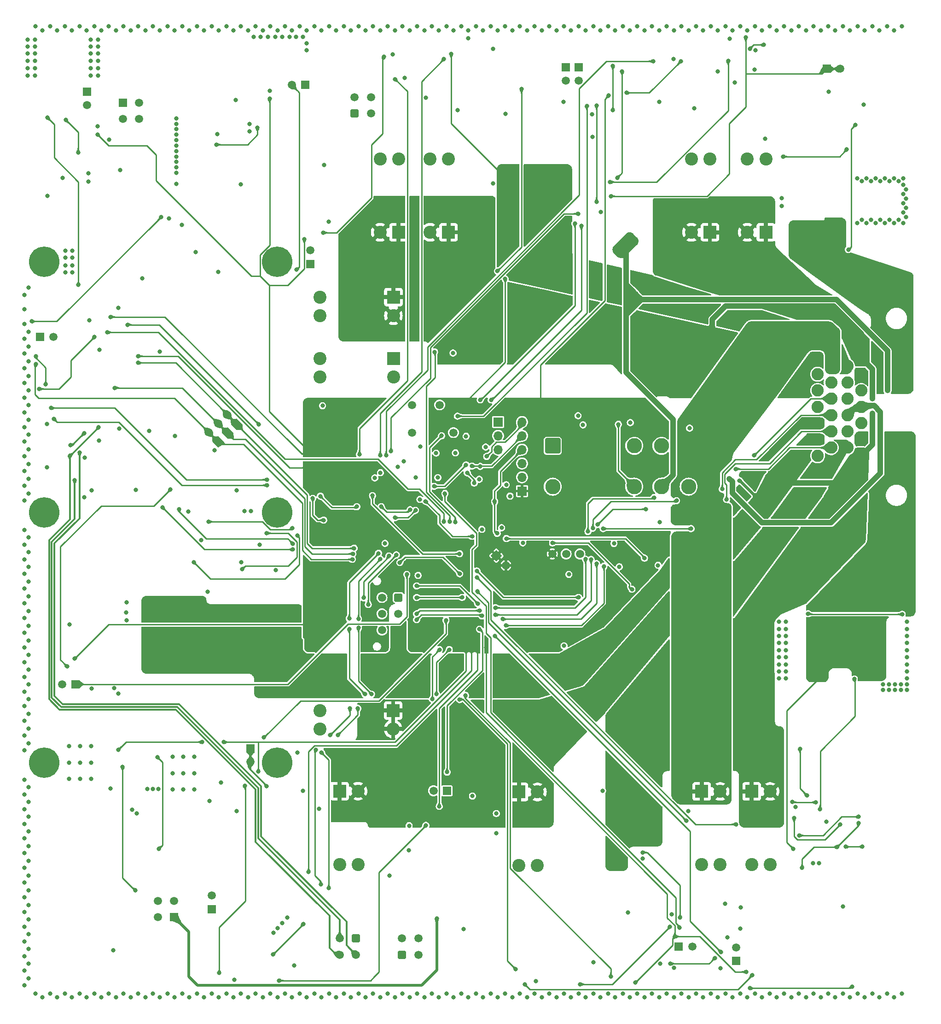
<source format=gbr>
%TF.GenerationSoftware,KiCad,Pcbnew,8.0.5*%
%TF.CreationDate,2025-02-10T13:32:09+01:00*%
%TF.ProjectId,FT25_PDU,46543235-5f50-4445-952e-6b696361645f,V1.2*%
%TF.SameCoordinates,Original*%
%TF.FileFunction,Copper,L4,Bot*%
%TF.FilePolarity,Positive*%
%FSLAX46Y46*%
G04 Gerber Fmt 4.6, Leading zero omitted, Abs format (unit mm)*
G04 Created by KiCad (PCBNEW 8.0.5) date 2025-02-10 13:32:09*
%MOMM*%
%LPD*%
G01*
G04 APERTURE LIST*
G04 Aperture macros list*
%AMRoundRect*
0 Rectangle with rounded corners*
0 $1 Rounding radius*
0 $2 $3 $4 $5 $6 $7 $8 $9 X,Y pos of 4 corners*
0 Add a 4 corners polygon primitive as box body*
4,1,4,$2,$3,$4,$5,$6,$7,$8,$9,$2,$3,0*
0 Add four circle primitives for the rounded corners*
1,1,$1+$1,$2,$3*
1,1,$1+$1,$4,$5*
1,1,$1+$1,$6,$7*
1,1,$1+$1,$8,$9*
0 Add four rect primitives between the rounded corners*
20,1,$1+$1,$2,$3,$4,$5,0*
20,1,$1+$1,$4,$5,$6,$7,0*
20,1,$1+$1,$6,$7,$8,$9,0*
20,1,$1+$1,$8,$9,$2,$3,0*%
%AMRotRect*
0 Rectangle, with rotation*
0 The origin of the aperture is its center*
0 $1 length*
0 $2 width*
0 $3 Rotation angle, in degrees counterclockwise*
0 Add horizontal line*
21,1,$1,$2,0,0,$3*%
G04 Aperture macros list end*
%TA.AperFunction,ComponentPad*%
%ADD10R,1.500000X1.500000*%
%TD*%
%TA.AperFunction,ComponentPad*%
%ADD11C,1.500000*%
%TD*%
%TA.AperFunction,ComponentPad*%
%ADD12C,5.600000*%
%TD*%
%TA.AperFunction,ComponentPad*%
%ADD13R,2.400000X2.400000*%
%TD*%
%TA.AperFunction,ComponentPad*%
%ADD14C,2.400000*%
%TD*%
%TA.AperFunction,ComponentPad*%
%ADD15RoundRect,0.250001X0.499999X-0.499999X0.499999X0.499999X-0.499999X0.499999X-0.499999X-0.499999X0*%
%TD*%
%TA.AperFunction,ComponentPad*%
%ADD16RotRect,1.500000X1.500000X135.000000*%
%TD*%
%TA.AperFunction,ComponentPad*%
%ADD17R,1.520000X1.520000*%
%TD*%
%TA.AperFunction,ComponentPad*%
%ADD18C,1.520000*%
%TD*%
%TA.AperFunction,ComponentPad*%
%ADD19C,2.250000*%
%TD*%
%TA.AperFunction,ComponentPad*%
%ADD20RotRect,1.500000X1.500000X315.000000*%
%TD*%
%TA.AperFunction,ComponentPad*%
%ADD21R,1.700000X1.700000*%
%TD*%
%TA.AperFunction,ComponentPad*%
%ADD22O,1.700000X1.700000*%
%TD*%
%TA.AperFunction,ComponentPad*%
%ADD23C,2.800000*%
%TD*%
%TA.AperFunction,ComponentPad*%
%ADD24RoundRect,0.250000X-1.150000X-1.150000X1.150000X-1.150000X1.150000X1.150000X-1.150000X1.150000X0*%
%TD*%
%TA.AperFunction,ComponentPad*%
%ADD25RoundRect,0.250001X-0.499999X0.499999X-0.499999X-0.499999X0.499999X-0.499999X0.499999X0.499999X0*%
%TD*%
%TA.AperFunction,ViaPad*%
%ADD26C,0.800000*%
%TD*%
%TA.AperFunction,Conductor*%
%ADD27C,0.250000*%
%TD*%
%TA.AperFunction,Conductor*%
%ADD28C,0.300000*%
%TD*%
%TA.AperFunction,Conductor*%
%ADD29C,0.500000*%
%TD*%
%TA.AperFunction,Conductor*%
%ADD30C,1.000000*%
%TD*%
G04 APERTURE END LIST*
D10*
%TO.P,TP2,1,1*%
%TO.N,/MCU/IN1*%
X165320000Y-98460000D03*
D11*
X165320000Y-95960000D03*
%TD*%
D10*
%TO.P,TP13,1,1*%
%TO.N,/connectors/P_Out5*%
X147190001Y-216990000D03*
D11*
X147190001Y-214490000D03*
%TD*%
D10*
%TO.P,TP14,1,1*%
%TO.N,/connectors/P_Out9*%
X261380000Y-99440000D03*
D11*
X258880000Y-99440000D03*
%TD*%
D12*
%TO.P,REF\u002A\u002A,1*%
%TO.N,GND*%
X116410000Y-144080000D03*
%TD*%
D13*
%TO.P,H12,1,1*%
%TO.N,+24V*%
X180580000Y-180485000D03*
D14*
%TO.P,H12,2,2*%
X180580000Y-183885000D03*
%TO.P,H12,3,3*%
%TO.N,Net-(D39-A2)*%
X167110000Y-180485000D03*
%TO.P,H12,4,4*%
X167110000Y-183885000D03*
%TD*%
D12*
%TO.P,REF\u002A\u002A,1*%
%TO.N,GND*%
X116410000Y-190080000D03*
%TD*%
D15*
%TO.P,J5,1,Pin_1*%
%TO.N,/connectors/P_Out2*%
X173505000Y-70795000D03*
D11*
%TO.P,J5,2,Pin_2*%
%TO.N,/connectors/P_Out1*%
X173505000Y-67795000D03*
%TO.P,J5,3,Pin_3*%
%TO.N,/connectors/P_Out2*%
X176505000Y-70795000D03*
%TO.P,J5,4,Pin_4*%
%TO.N,/connectors/P_Out1*%
X176505000Y-67795000D03*
%TD*%
D10*
%TO.P,TP12,1,1*%
%TO.N,/MCU/IN6*%
X212339141Y-62292342D03*
D11*
X212339141Y-64792342D03*
%TD*%
%TO.P,K2,13*%
%TO.N,EBS supply*%
X189130000Y-124340000D03*
%TO.P,K2,14*%
%TO.N,/EBSR/EBS power*%
X184050000Y-124340000D03*
%TO.P,K2,A1*%
%TO.N,GND*%
X191670000Y-129420000D03*
%TO.P,K2,A2*%
%TO.N,TSMS SDC*%
X184050000Y-129420000D03*
%TD*%
D16*
%TO.P,TP17,1,1*%
%TO.N,/MCU/IN12*%
X151820000Y-127900000D03*
D11*
X150052233Y-126132233D03*
%TD*%
D13*
%TO.P,H15,1,1*%
%TO.N,/EBSR/EBS power*%
X180629999Y-115825000D03*
D14*
%TO.P,H15,2,2*%
X180629999Y-119225000D03*
%TO.P,H15,3,3*%
%TO.N,Net-(D45-A2)*%
X167159999Y-115825000D03*
%TO.P,H15,4,4*%
X167159999Y-119225000D03*
%TD*%
D10*
%TO.P,TP4,1,1*%
%TO.N,/MCU/IN7*%
X260299999Y-62600000D03*
D11*
X262799999Y-62600000D03*
%TD*%
D17*
%TO.P,J9,1,Pin_1*%
%TO.N,/connectors/P_Out3*%
X130879500Y-68825800D03*
D18*
%TO.P,J9,2,Pin_2*%
%TO.N,/connectors/P_Out4*%
X133879500Y-68825800D03*
%TO.P,J9,3,Pin_3*%
%TO.N,/connectors/P_Out3*%
X130879500Y-71825800D03*
%TO.P,J9,4,Pin_4*%
%TO.N,/connectors/P_Out4*%
X133879500Y-71825800D03*
%TD*%
D13*
%TO.P,H5,1,1*%
%TO.N,+24V*%
X246515000Y-195350000D03*
D14*
%TO.P,H5,2,2*%
X249915000Y-195350000D03*
%TO.P,H5,3,3*%
%TO.N,Net-(D11-A2)*%
X246515000Y-208820000D03*
%TO.P,H5,4,4*%
X249915000Y-208820000D03*
%TD*%
D17*
%TO.P,J11,1,Pin_1*%
%TO.N,/connectors/P_Out10*%
X140324000Y-218474200D03*
D18*
%TO.P,J11,2,Pin_2*%
%TO.N,GND*%
X137324000Y-218474200D03*
%TO.P,J11,3,Pin_3*%
X140324000Y-215474200D03*
%TO.P,J11,4,Pin_4*%
%TO.N,/connectors/P_Out5*%
X137324000Y-215474200D03*
%TD*%
D12*
%TO.P,REF\u002A\u002A,1*%
%TO.N,GND*%
X159210000Y-144080000D03*
%TD*%
D10*
%TO.P,TP5,1,1*%
%TO.N,/MCU/IN8*%
X190500000Y-195230000D03*
D11*
X188000000Y-195230000D03*
%TD*%
D19*
%TO.P,J10,1,Pin_1*%
%TO.N,GND*%
X258650000Y-133700000D03*
%TO.P,J10,2,Pin_2*%
%TO.N,+24V*%
X258650000Y-130700000D03*
%TO.P,J10,3,Pin_3*%
%TO.N,/connectors/P_Out11*%
X258650000Y-127700000D03*
%TO.P,J10,4,Pin_4*%
%TO.N,24V ASMS*%
X258650000Y-124700000D03*
%TO.P,J10,5,Pin_5*%
%TO.N,EBS supply*%
X258650000Y-121700000D03*
%TO.P,J10,6,Pin_6*%
%TO.N,TSMS SDC*%
X258650000Y-118700000D03*
%TO.P,J10,7,Pin_7*%
%TO.N,+24V*%
X258650000Y-115700000D03*
%TO.P,J10,8,Pin_8*%
%TO.N,stdCAN_L*%
X261150000Y-132200000D03*
%TO.P,J10,9,Pin_9*%
%TO.N,FDCAN_H*%
X261150000Y-129200000D03*
%TO.P,J10,10,Pin_10*%
%TO.N,FDCAN_L*%
X261150000Y-126200000D03*
%TO.P,J10,11,Pin_11*%
%TO.N,stdCAN_H*%
X261150000Y-123200000D03*
%TO.P,J10,12,Pin_12*%
%TO.N,GND*%
X261150000Y-120200000D03*
%TO.P,J10,13,Pin_13*%
%TO.N,AS actuator supply*%
X261150000Y-117200000D03*
%TO.P,J10,14,Pin_14*%
%TO.N,/connectors/P_Out7*%
X264150000Y-132200000D03*
%TO.P,J10,15,Pin_15*%
%TO.N,unconnected-(J10-Pin_15-Pad15)*%
X264150000Y-129200000D03*
%TO.P,J10,16,Pin_16*%
%TO.N,/RBR/SDC bypass*%
X264150000Y-126200000D03*
%TO.P,J10,17,Pin_17*%
%TO.N,unconnected-(J10-Pin_17-Pad17)*%
X264150000Y-123200000D03*
%TO.P,J10,18,Pin_18*%
%TO.N,GND*%
X264150000Y-120200000D03*
%TO.P,J10,19,Pin_19*%
%TO.N,/connectors/P_Out8*%
X264150000Y-117200000D03*
%TO.P,J10,20,Pin_20*%
%TO.N,+24V*%
X266650000Y-133700000D03*
%TO.P,J10,21,Pin_21*%
%TO.N,/connectors/P_Out6*%
X266650000Y-130700000D03*
%TO.P,J10,22,Pin_22*%
%TO.N,GND*%
X266650000Y-127700000D03*
%TO.P,J10,23,Pin_23*%
%TO.N,/RBR/SDC bypass*%
X266650000Y-124700000D03*
%TO.P,J10,24,Pin_24*%
%TO.N,/RBR/RES*%
X266650000Y-121700000D03*
%TO.P,J10,25,Pin_25*%
%TO.N,/connectors/P_Out9*%
X266650000Y-118700000D03*
%TO.P,J10,26,Pin_26*%
%TO.N,+24V*%
X266650000Y-115700000D03*
%TD*%
D13*
%TO.P,H14,1,1*%
%TO.N,+24V*%
X190775001Y-92620000D03*
D14*
%TO.P,H14,2,2*%
X187375001Y-92620000D03*
%TO.P,H14,3,3*%
%TO.N,Net-(D59-A2)*%
X190775001Y-79150000D03*
%TO.P,H14,4,4*%
X187375001Y-79150000D03*
%TD*%
D20*
%TO.P,TP11,1,1*%
%TO.N,+3V3*%
X199560553Y-152033274D03*
D11*
X201328320Y-153801041D03*
%TD*%
D13*
%TO.P,H7,1,1*%
%TO.N,+24V*%
X238835000Y-92630000D03*
D14*
%TO.P,H7,2,2*%
X235435000Y-92630000D03*
%TO.P,H7,3,3*%
%TO.N,Net-(D19-A2)*%
X238835000Y-79160000D03*
%TO.P,H7,4,4*%
X235435000Y-79160000D03*
%TD*%
D21*
%TO.P,J2,1,Pin_1*%
%TO.N,GND*%
X199865000Y-127465000D03*
D22*
%TO.P,J2,2,Pin_2*%
%TO.N,/MCU/UART_RX*%
X199865000Y-130005000D03*
%TO.P,J2,3,Pin_3*%
%TO.N,/MCU/UART_TX*%
X199865000Y-132545000D03*
%TD*%
D12*
%TO.P,REF\u002A\u002A,1*%
%TO.N,GND*%
X116410000Y-98080000D03*
%TD*%
D10*
%TO.P,TP6,1,1*%
%TO.N,/MCU/IN3*%
X154370000Y-187430000D03*
D11*
X154370000Y-189930000D03*
%TD*%
D13*
%TO.P,H6,1,1*%
%TO.N,+24V*%
X181585000Y-92620000D03*
D14*
%TO.P,H6,2,2*%
X178185000Y-92620000D03*
%TO.P,H6,3,3*%
%TO.N,Net-(D15-A2)*%
X181585000Y-79150000D03*
%TO.P,H6,4,4*%
X178185000Y-79150000D03*
%TD*%
D11*
%TO.P,U11,1,V_In*%
%TO.N,Net-(D56-K)*%
X214940000Y-151720000D03*
%TO.P,U11,2,GND*%
%TO.N,GND*%
X212400000Y-151720000D03*
%TO.P,U11,3,V_Out*%
%TO.N,+3V3*%
X209860000Y-151720000D03*
%TD*%
D10*
%TO.P,TP7,1,1*%
%TO.N,/MCU/IN2*%
X115640000Y-111860000D03*
D11*
X118140000Y-111860000D03*
%TD*%
D15*
%TO.P,J3,1,Pin_1*%
%TO.N,/connectors/P_Out10*%
X182234201Y-225361500D03*
D11*
%TO.P,J3,2,Pin_2*%
X182234201Y-222361500D03*
%TO.P,J3,3,Pin_3*%
%TO.N,GND*%
X185234201Y-225361500D03*
%TO.P,J3,4,Pin_4*%
X185234201Y-222361500D03*
%TD*%
D10*
%TO.P,TP19,1,1*%
%TO.N,/connectors/P_Out3*%
X124290000Y-66770000D03*
D11*
X124290000Y-69270000D03*
%TD*%
D23*
%TO.P,K1,11*%
%TO.N,24V ASMS*%
X229929411Y-131855000D03*
%TO.P,K1,12*%
%TO.N,unconnected-(K1-Pad12)*%
X224929411Y-131855000D03*
%TO.P,K1,14*%
%TO.N,AS actuator supply*%
X234929411Y-131855000D03*
%TO.P,K1,21*%
%TO.N,/RBR/RES*%
X229929411Y-139355000D03*
%TO.P,K1,22*%
%TO.N,/RBR/SDC bypass*%
X224929411Y-139355000D03*
%TO.P,K1,24*%
%TO.N,unconnected-(K1-Pad24)*%
X234929411Y-139355000D03*
D24*
%TO.P,K1,A1*%
%TO.N,Net-(K1-PadA1)*%
X209929411Y-131855000D03*
D23*
%TO.P,K1,A2*%
%TO.N,24V ASMS*%
X209929411Y-139355000D03*
%TD*%
D13*
%TO.P,H11,1,1*%
%TO.N,+24V*%
X180630000Y-104545000D03*
D14*
%TO.P,H11,2,2*%
X180630000Y-107945000D03*
%TO.P,H11,3,3*%
%TO.N,Net-(D35-A2)*%
X167160000Y-104545000D03*
%TO.P,H11,4,4*%
X167160000Y-107945000D03*
%TD*%
D10*
%TO.P,TP3,1,1*%
%TO.N,/MCU/IN10*%
X214665218Y-62297470D03*
D11*
X214665218Y-64797470D03*
%TD*%
D12*
%TO.P,REF\u002A\u002A,1*%
%TO.N,GND*%
X159210000Y-98080000D03*
%TD*%
D13*
%TO.P,H13,1,1*%
%TO.N,AS actuator supply*%
X237325000Y-195350000D03*
D14*
%TO.P,H13,2,2*%
X240725000Y-195350000D03*
%TO.P,H13,3,3*%
%TO.N,Net-(D51-A2)*%
X237325000Y-208820000D03*
%TO.P,H13,4,4*%
X240725000Y-208820000D03*
%TD*%
D10*
%TO.P,TP10,1,1*%
%TO.N,/MCU/IN5*%
X233090000Y-223860000D03*
D11*
X235590000Y-223860000D03*
%TD*%
D16*
%TO.P,TP16,1,1*%
%TO.N,/MCU/IN13*%
X148426274Y-131129361D03*
D11*
X146658507Y-129361594D03*
%TD*%
D25*
%TO.P,J7,1,Pin_1*%
%TO.N,stdCAN_L*%
X181535000Y-159725000D03*
D11*
%TO.P,J7,2,Pin_2*%
%TO.N,FDCAN_L*%
X181535000Y-162725000D03*
%TO.P,J7,3,Pin_3*%
%TO.N,/connectors/P_Out11*%
X181535000Y-165725000D03*
%TO.P,J7,4,Pin_4*%
%TO.N,stdCAN_H*%
X178535000Y-159725000D03*
%TO.P,J7,5,Pin_5*%
%TO.N,FDCAN_H*%
X178535000Y-162725000D03*
%TO.P,J7,6,Pin_6*%
%TO.N,GND*%
X178535000Y-165725000D03*
%TD*%
D12*
%TO.P,REF\u002A\u002A,1*%
%TO.N,GND*%
X159210000Y-190080000D03*
%TD*%
D16*
%TO.P,TP15,1,1*%
%TO.N,/MCU/IN11*%
X150167696Y-129529361D03*
D11*
X148399929Y-127761594D03*
%TD*%
D10*
%TO.P,TP9,1,1*%
%TO.N,/connectors/P_Out6*%
X274570000Y-152680000D03*
D11*
X274570000Y-150180000D03*
%TD*%
D13*
%TO.P,H9,1,1*%
%TO.N,+24V*%
X203725000Y-195450000D03*
D14*
%TO.P,H9,2,2*%
X207125000Y-195450000D03*
%TO.P,H9,3,3*%
%TO.N,Net-(D27-A2)*%
X203725000Y-208920000D03*
%TO.P,H9,4,4*%
X207125000Y-208920000D03*
%TD*%
D13*
%TO.P,H10,1,1*%
%TO.N,+24V*%
X170725000Y-195300000D03*
D14*
%TO.P,H10,2,2*%
X174125000Y-195300000D03*
%TO.P,H10,3,3*%
%TO.N,Net-(D31-A2)*%
X170725000Y-208770000D03*
%TO.P,H10,4,4*%
X174125000Y-208770000D03*
%TD*%
D25*
%TO.P,J1,1,Pin_1*%
%TO.N,GND*%
X173750000Y-222364200D03*
D11*
%TO.P,J1,2,Pin_2*%
%TO.N,/connectors/P_Out13*%
X173750000Y-225364200D03*
%TO.P,J1,3,Pin_3*%
%TO.N,/connectors/P_Out14*%
X170750000Y-222364200D03*
%TO.P,J1,4,Pin_4*%
%TO.N,/connectors/P_Out12*%
X170750000Y-225364200D03*
%TD*%
D21*
%TO.P,J4,1,Pin_1*%
%TO.N,+3V3*%
X204285000Y-140165000D03*
D22*
%TO.P,J4,2,Pin_2*%
%TO.N,/MCU/SWCLK*%
X204285000Y-137625000D03*
%TO.P,J4,3,Pin_3*%
%TO.N,GND*%
X204285000Y-135085000D03*
%TO.P,J4,4,Pin_4*%
%TO.N,/MCU/SWDIO*%
X204285000Y-132545000D03*
%TO.P,J4,5,Pin_5*%
%TO.N,/MCU/NRST*%
X204285000Y-130005000D03*
%TO.P,J4,6,Pin_6*%
%TO.N,/MCU/SWO*%
X204285000Y-127465000D03*
%TD*%
D10*
%TO.P,TP8,1,1*%
%TO.N,/MCU/IN9*%
X122200000Y-175640000D03*
D11*
X119700000Y-175640000D03*
%TD*%
D10*
%TO.P,TP1,1,1*%
%TO.N,/MCU/IN4*%
X243620000Y-226500000D03*
D11*
X243620000Y-224000000D03*
%TD*%
D10*
%TO.P,TP18,1,1*%
%TO.N,/connectors/P_Out1*%
X164420000Y-65550000D03*
D11*
X161920000Y-65550000D03*
%TD*%
D13*
%TO.P,H8,1,1*%
%TO.N,+24V*%
X249125000Y-92630000D03*
D14*
%TO.P,H8,2,2*%
X245725000Y-92630000D03*
%TO.P,H8,3,3*%
%TO.N,Net-(D23-A2)*%
X249125000Y-79160000D03*
%TO.P,H8,4,4*%
X245725000Y-79160000D03*
%TD*%
D26*
%TO.N,GND*%
X156200000Y-56750000D03*
X140700000Y-76700000D03*
X272700000Y-55500000D03*
X113500000Y-164900000D03*
X126300000Y-57200000D03*
X157550000Y-56750000D03*
X197100000Y-233200000D03*
X128300000Y-54800000D03*
X162700000Y-56750000D03*
X202070000Y-141100000D03*
X265900000Y-82700000D03*
X148500000Y-233200000D03*
X142000000Y-189000000D03*
X113500000Y-162200000D03*
X130070000Y-106520000D03*
X239000000Y-54800000D03*
X232150001Y-60800000D03*
X126595000Y-114185000D03*
X113500000Y-116300000D03*
X133298000Y-139970000D03*
X229300000Y-153800000D03*
X113500000Y-194600000D03*
X148200000Y-74600000D03*
X114700000Y-63800000D03*
X164700000Y-55500000D03*
X256500000Y-233200000D03*
X146500000Y-158700000D03*
X275100000Y-165500000D03*
X198930009Y-83630009D03*
X198981636Y-58948364D03*
X217400000Y-54800000D03*
X270150000Y-90373218D03*
X120300000Y-100000000D03*
X268450000Y-83226782D03*
X235100000Y-128600000D03*
X153900000Y-233200000D03*
X228200000Y-232500000D03*
X158600000Y-221350000D03*
X171500000Y-54800000D03*
X251100000Y-233200000D03*
X261900000Y-55500000D03*
X174200000Y-54800000D03*
X152590000Y-83790000D03*
X226800000Y-233200000D03*
X113400000Y-59800000D03*
X218798012Y-88898004D03*
X154200000Y-74100000D03*
X113500000Y-135200000D03*
X199800000Y-233200000D03*
X147200000Y-232500000D03*
X170100000Y-233200000D03*
X162340000Y-227320000D03*
X113500000Y-127100000D03*
X266000000Y-54800000D03*
X230900000Y-232500000D03*
X121500000Y-55500000D03*
X252800000Y-166800000D03*
X112800000Y-112200001D03*
X167400000Y-55500000D03*
X112800000Y-171599999D03*
X269299999Y-90900000D03*
X112800000Y-177000000D03*
X218700000Y-55500000D03*
X135000000Y-55500000D03*
X266000000Y-232500000D03*
X114800000Y-232500000D03*
X275100000Y-176700000D03*
X159350000Y-220500000D03*
X112800000Y-128399999D03*
X121020000Y-187060000D03*
X113500000Y-216200000D03*
X251500000Y-169400000D03*
X194400000Y-55500000D03*
X217427008Y-226775000D03*
X179600000Y-54800000D03*
X112800000Y-212100000D03*
X112800000Y-187800000D03*
X128580000Y-194790000D03*
X212000000Y-232500000D03*
X244450000Y-220530000D03*
X125020000Y-190060000D03*
X274100000Y-232500000D03*
X260600000Y-232500000D03*
X257900000Y-232500000D03*
X135000000Y-233200000D03*
X124500000Y-81800000D03*
X271850000Y-83226782D03*
X162950000Y-188250000D03*
X151402000Y-229980000D03*
X252800000Y-173300000D03*
X156600000Y-233200000D03*
X113500000Y-202700000D03*
X183500000Y-206170000D03*
X207900000Y-55500000D03*
X228200000Y-54800000D03*
X113400000Y-62500000D03*
X126300000Y-62500000D03*
X137690000Y-114580000D03*
X191700000Y-55500000D03*
X117500000Y-232500000D03*
X125020000Y-193060000D03*
X234900000Y-233200000D03*
X176900000Y-54800000D03*
X272700000Y-82700000D03*
X198500000Y-232500000D03*
X172800000Y-233200000D03*
X186625001Y-67910000D03*
X271800000Y-176700000D03*
X196400000Y-138000000D03*
X267600000Y-90900000D03*
X163400000Y-232500000D03*
X273550000Y-90373218D03*
X255200000Y-54800000D03*
X192450000Y-70165001D03*
X183520000Y-201650000D03*
X126900000Y-55500000D03*
X112800000Y-131100000D03*
X125600000Y-232500000D03*
X120300000Y-98700000D03*
X125000000Y-58500000D03*
X120200000Y-232500000D03*
X275100000Y-169400000D03*
X187700000Y-232500000D03*
X120300000Y-97300000D03*
X251500000Y-164200000D03*
X205200000Y-55500000D03*
X134400001Y-101079999D03*
X218700000Y-233200000D03*
X272699999Y-90900000D03*
X119820000Y-82610000D03*
X143100000Y-233200000D03*
X112800000Y-182400000D03*
X242440000Y-57040000D03*
X275100000Y-170700000D03*
X272900000Y-176700000D03*
X209300000Y-232500000D03*
X209300000Y-54800000D03*
X217270000Y-75120000D03*
X274400000Y-85600000D03*
X274926782Y-89850000D03*
X194000000Y-130100000D03*
X270700000Y-176700000D03*
X112800000Y-117600000D03*
X112800000Y-193200000D03*
X120200000Y-54800000D03*
X185600000Y-132000000D03*
X121020000Y-190060000D03*
X230900000Y-54800000D03*
X244400000Y-54800000D03*
X275100000Y-166800000D03*
X156030000Y-150040000D03*
X203900000Y-54800000D03*
X113500000Y-102800000D03*
X164700000Y-233200000D03*
X164650000Y-59200000D03*
X229540000Y-68670000D03*
X177200000Y-137760000D03*
X123900000Y-134000000D03*
X180473008Y-59923008D03*
X113500000Y-173000000D03*
X140700000Y-71700000D03*
X117000000Y-85900000D03*
X163950000Y-56750000D03*
X168800000Y-54800000D03*
X156600000Y-55500000D03*
X236300000Y-232500000D03*
X113400000Y-58500000D03*
X112800000Y-231000000D03*
X125000000Y-62500000D03*
X185171992Y-155668008D03*
X229600000Y-145900000D03*
X167870000Y-80280000D03*
X253800000Y-233200000D03*
X113500000Y-221600000D03*
X239000000Y-232500000D03*
X116950000Y-127809998D03*
X131000000Y-232500000D03*
X113500000Y-175700000D03*
X142000000Y-192000000D03*
X133700000Y-232500000D03*
X252800000Y-164200000D03*
X151800000Y-140000000D03*
X130400000Y-81200000D03*
X113500000Y-121700000D03*
X116100000Y-233200000D03*
X188797500Y-137702500D03*
X140700000Y-72700000D03*
X212000000Y-54800000D03*
X274400000Y-83899999D03*
X121600000Y-96000000D03*
X167400000Y-233200000D03*
X112800000Y-158100000D03*
X183600000Y-55500000D03*
X126300000Y-58500000D03*
X240270000Y-63100000D03*
X234852089Y-199006073D03*
X148500000Y-55500000D03*
X142000000Y-195000000D03*
X237600000Y-55500000D03*
X113500000Y-218900000D03*
X271400000Y-54800000D03*
X140700000Y-78700000D03*
X135710000Y-129090000D03*
X229500000Y-55500000D03*
X178200000Y-55500000D03*
X113500000Y-156800000D03*
X241590000Y-216010000D03*
X191700000Y-233200000D03*
X247100000Y-54800000D03*
X251500000Y-172000000D03*
X113500000Y-229700000D03*
X202500000Y-233200000D03*
X189000000Y-233200000D03*
X196900000Y-147200000D03*
X113500000Y-200000000D03*
X149900000Y-232500000D03*
X139100000Y-232500000D03*
X112800000Y-125700000D03*
X140700000Y-75700000D03*
X122900000Y-232500000D03*
X112800000Y-168900000D03*
X112800000Y-150000000D03*
X113500000Y-205400000D03*
X272700000Y-233200000D03*
X178200000Y-233200000D03*
X113500000Y-186500000D03*
X191600000Y-114800000D03*
X260240000Y-200890000D03*
X121600000Y-98700000D03*
X125000000Y-63800000D03*
X166100000Y-54800000D03*
X130010000Y-177380000D03*
X251500000Y-173300000D03*
X216000000Y-55500000D03*
X240800000Y-227800000D03*
X232238147Y-227775000D03*
X267300000Y-233200000D03*
X266750000Y-90373218D03*
X128300000Y-232500000D03*
X137700000Y-233200000D03*
X112800000Y-139200000D03*
X147700000Y-132700000D03*
X170100000Y-55500000D03*
X158900000Y-56750000D03*
X124200000Y-233200000D03*
X130209425Y-128709479D03*
X126500000Y-130900000D03*
X123020000Y-187060000D03*
X271800000Y-175700000D03*
X112800000Y-174300000D03*
X193100000Y-232500000D03*
X179900000Y-210800000D03*
X257800000Y-208564999D03*
X154200000Y-72700000D03*
X175500000Y-233200000D03*
X114700000Y-62500000D03*
X264600000Y-233200000D03*
X113500000Y-140600000D03*
X220100000Y-54800000D03*
X113500000Y-227000000D03*
X204430000Y-149675000D03*
X140000000Y-189000000D03*
X263300000Y-232500000D03*
X181400000Y-135721507D03*
X113500000Y-154100000D03*
X140700000Y-74700000D03*
X139100000Y-54800000D03*
X274400000Y-90900000D03*
X141800000Y-232500000D03*
X251500000Y-166800000D03*
X201379994Y-139000000D03*
X168750000Y-90690000D03*
X158000000Y-232500000D03*
X182700000Y-64300000D03*
X164010000Y-195260000D03*
X123800000Y-141300000D03*
X192025000Y-133155564D03*
X151200000Y-55500000D03*
X113500000Y-137900000D03*
X153255000Y-143865000D03*
X267082501Y-69210000D03*
X121600000Y-100000000D03*
X124500000Y-83300000D03*
X244400000Y-232500000D03*
X143100000Y-55500000D03*
X154425000Y-143860000D03*
X155300000Y-54800000D03*
X186300000Y-55500000D03*
X140000000Y-192000000D03*
X112800000Y-104100000D03*
X140700000Y-77700000D03*
X244490000Y-216660000D03*
X113500000Y-197300000D03*
X259200000Y-55500000D03*
X158990000Y-154700000D03*
X112800000Y-136499999D03*
X112800000Y-133800000D03*
X112800000Y-206699999D03*
X221400000Y-233200000D03*
X274000000Y-175700000D03*
X267300000Y-55500000D03*
X274400000Y-89000000D03*
X267600000Y-82700000D03*
X140700000Y-80700000D03*
X268700000Y-54800000D03*
X125096643Y-176415000D03*
X113500000Y-132500000D03*
X144500000Y-54800000D03*
X158000000Y-54800000D03*
X112800000Y-109500000D03*
X217400000Y-232500000D03*
X251500000Y-170700000D03*
X131540000Y-163930000D03*
X184700000Y-137700000D03*
X275100000Y-173300000D03*
X268450000Y-90373218D03*
X221400000Y-55500000D03*
X112800000Y-204000000D03*
X198500000Y-54800000D03*
X124740000Y-108780000D03*
X112800000Y-141900000D03*
X131540000Y-160600000D03*
X275100000Y-172000000D03*
X245700000Y-233200000D03*
X112800000Y-225600001D03*
X176900000Y-232500000D03*
X148960000Y-193750000D03*
X135350000Y-194860000D03*
X274100000Y-54800000D03*
X163400000Y-54800000D03*
X252800000Y-172000000D03*
X214590000Y-126320000D03*
X146800000Y-197100000D03*
X275100000Y-164200000D03*
X195170000Y-196200000D03*
X252800000Y-169400000D03*
X160700000Y-54800000D03*
X121020000Y-193060000D03*
X252050000Y-86400000D03*
X180900000Y-233200000D03*
X233600000Y-232500000D03*
X205200000Y-233200000D03*
X126300000Y-61100000D03*
X113500000Y-167600000D03*
X112800000Y-185100000D03*
X212000000Y-168600000D03*
X275100000Y-174600000D03*
X195800000Y-232500000D03*
X113500000Y-159500000D03*
X160220000Y-219510000D03*
X270150000Y-83226782D03*
X113500000Y-224300000D03*
X112800000Y-120300001D03*
X179087574Y-149787575D03*
X231775000Y-217920000D03*
X206840000Y-230230000D03*
X212900000Y-155475000D03*
X236300000Y-54800000D03*
X214700000Y-232500000D03*
X112800000Y-155400001D03*
X203900000Y-232500000D03*
X112800000Y-166200000D03*
X265899999Y-90900000D03*
X271400000Y-232500000D03*
X112800000Y-123000000D03*
X215500000Y-128000000D03*
X243000000Y-55500000D03*
X113500000Y-181100000D03*
X242075015Y-222124985D03*
X140700000Y-83700000D03*
X121500000Y-233200000D03*
X174200000Y-232500000D03*
X269300000Y-82700000D03*
X199800000Y-55500000D03*
X232200000Y-55500000D03*
X188499994Y-133200000D03*
X201200000Y-54800000D03*
X126900000Y-233200000D03*
X172800000Y-55500000D03*
X116950000Y-135830000D03*
X131000000Y-54800000D03*
X185000000Y-232500000D03*
X132300000Y-55500000D03*
X171500000Y-232500000D03*
X113500000Y-110900000D03*
X254600000Y-198200000D03*
X225500000Y-54800000D03*
X197100000Y-55500000D03*
X140700000Y-73700000D03*
X275100000Y-168100000D03*
X247207740Y-59194900D03*
X210600000Y-233200000D03*
X249800000Y-232500000D03*
X274000000Y-176700000D03*
X248400000Y-233200000D03*
X113500000Y-170300000D03*
X167600000Y-124500000D03*
X129600000Y-55500000D03*
X123020000Y-190060000D03*
X144500000Y-232500000D03*
X241700000Y-232500000D03*
X214700000Y-54800000D03*
X112800000Y-228300000D03*
X193100000Y-54800000D03*
X251500000Y-165500000D03*
X112800000Y-147300000D03*
X194400004Y-57000000D03*
X258864644Y-208564999D03*
X255200000Y-232500000D03*
X185000000Y-54800000D03*
X252800000Y-168100000D03*
X263300000Y-216500000D03*
X140400000Y-233200000D03*
X178245000Y-136795000D03*
X241700000Y-54800000D03*
X224200000Y-127600000D03*
X121600000Y-97300000D03*
X113500000Y-113600000D03*
X149900000Y-54800000D03*
X224100000Y-233200000D03*
X240300000Y-233200000D03*
X113500000Y-148700000D03*
X201200000Y-232500000D03*
X148400000Y-99900000D03*
X249000000Y-75400000D03*
X213300000Y-233200000D03*
X190400000Y-232500000D03*
X140400000Y-55500000D03*
X125020000Y-187060000D03*
X144000000Y-195000000D03*
X271850000Y-90373218D03*
X125000000Y-59800000D03*
X175500000Y-55500000D03*
X202500000Y-55500000D03*
X144240000Y-96300000D03*
X240300000Y-55500000D03*
X113500000Y-124400000D03*
X251100000Y-55500000D03*
X113500000Y-208100000D03*
X268700000Y-232500000D03*
X125600000Y-54800000D03*
X116100000Y-55500000D03*
X182550000Y-134690000D03*
X226800000Y-55500000D03*
X243400000Y-65100000D03*
X125000000Y-57200000D03*
X274926782Y-88150000D03*
X112800000Y-222900000D03*
X114700000Y-58500000D03*
X252500000Y-232500000D03*
X270000000Y-55500000D03*
X113500000Y-183800000D03*
X213300000Y-55500000D03*
X220100000Y-232500000D03*
X235970000Y-69880000D03*
X124200000Y-55500000D03*
X270000000Y-233200000D03*
X199550000Y-202990000D03*
X129600000Y-233200000D03*
X247100000Y-232500000D03*
X129100000Y-224500000D03*
X224100000Y-55500000D03*
X145248008Y-149151992D03*
X253800000Y-55500000D03*
X144000000Y-189000000D03*
X252800000Y-174600000D03*
X140700000Y-81700000D03*
X160200000Y-56750000D03*
X256500000Y-55500000D03*
X113500000Y-213500000D03*
X144000000Y-192000000D03*
X217140000Y-70970000D03*
X155300000Y-232500000D03*
X261900000Y-233200000D03*
X120300000Y-96000000D03*
X112800000Y-114900000D03*
X114700000Y-57200000D03*
X129286643Y-176385057D03*
X117500000Y-54800000D03*
X233600000Y-54800000D03*
X137700000Y-55500000D03*
X222800000Y-232500000D03*
X147200000Y-54800000D03*
X271000000Y-82700000D03*
X142900000Y-143900000D03*
X222800000Y-54800000D03*
X251500000Y-174600000D03*
X274926782Y-86450000D03*
X260700000Y-66800000D03*
X226460000Y-207680000D03*
X133700000Y-54800000D03*
X248400000Y-55500000D03*
X210600000Y-55500000D03*
X252800000Y-165500000D03*
X234900000Y-55500000D03*
X112800000Y-220200000D03*
X122900000Y-54800000D03*
X123020000Y-193060000D03*
X273550000Y-83226782D03*
X112800000Y-152700000D03*
X140700000Y-79700000D03*
X113400000Y-63800000D03*
X168800000Y-232500000D03*
X211890000Y-68700000D03*
X113500000Y-178400000D03*
X185500000Y-141700000D03*
X271000000Y-90900000D03*
X232200000Y-233200000D03*
X272900000Y-175700000D03*
X195800000Y-54800000D03*
X182300000Y-232500000D03*
X112800000Y-214799999D03*
X166975000Y-198520000D03*
X274926782Y-84750000D03*
X161500000Y-56750000D03*
X112800000Y-106800000D03*
X136400000Y-232500000D03*
X259200000Y-233200000D03*
X136400000Y-54800000D03*
X243000000Y-233200000D03*
X207900000Y-233200000D03*
X237600000Y-233200000D03*
X275100000Y-175700000D03*
X221190000Y-149810000D03*
X157895000Y-66595000D03*
X222170599Y-154075000D03*
X219100000Y-195200000D03*
X260600000Y-54800000D03*
X118800000Y-233200000D03*
X216000000Y-233200000D03*
X266750000Y-83226782D03*
X151600000Y-68300000D03*
X132300000Y-233200000D03*
X113500000Y-151400000D03*
X189000000Y-55500000D03*
X126210000Y-73180000D03*
X251500000Y-168100000D03*
X113400000Y-61100000D03*
X132600000Y-198700000D03*
X206600000Y-54800000D03*
X137410000Y-194860000D03*
X126300000Y-59800000D03*
X190400000Y-54800000D03*
X180900000Y-55500000D03*
X263300000Y-54800000D03*
X140000000Y-195000000D03*
X125000000Y-61100000D03*
X274400000Y-87299999D03*
X252800000Y-170700000D03*
X113500000Y-119000000D03*
X112800000Y-195900000D03*
X161120000Y-218550000D03*
X229500000Y-233200000D03*
X126300000Y-63800000D03*
X112800000Y-163500001D03*
X225500000Y-232500000D03*
X145800000Y-233200000D03*
X152600000Y-232500000D03*
X179600000Y-232500000D03*
X197600000Y-132070000D03*
X112800000Y-198600001D03*
X162000000Y-233200000D03*
X166100000Y-232500000D03*
X229706522Y-226989502D03*
X162000000Y-55500000D03*
X112800000Y-160800000D03*
X257900000Y-54800000D03*
X133430000Y-199400000D03*
X152600000Y-54800000D03*
X247030000Y-62725000D03*
X193560000Y-220630000D03*
X159300000Y-233200000D03*
X114700000Y-59800000D03*
X152615045Y-153286262D03*
X249800000Y-54800000D03*
X159300000Y-55500000D03*
X112800000Y-179699999D03*
X201240000Y-70840000D03*
X145800000Y-55500000D03*
X164650000Y-57900000D03*
X114700000Y-61100000D03*
X182300000Y-54800000D03*
X186300000Y-233200000D03*
X113500000Y-210800000D03*
X252050000Y-87800000D03*
X121096643Y-164655057D03*
X114800000Y-54800000D03*
X141750000Y-91230000D03*
X206600000Y-232500000D03*
X199570000Y-199410000D03*
X183600000Y-233200000D03*
X112800000Y-209400000D03*
X160700000Y-232500000D03*
X270700000Y-175700000D03*
X112800000Y-217500000D03*
X153900000Y-55500000D03*
X136350000Y-194860000D03*
X194400000Y-233200000D03*
X274400000Y-82700000D03*
X252500000Y-54800000D03*
X223800000Y-217600000D03*
X113500000Y-129800000D03*
X118800000Y-55500000D03*
X264600000Y-55500000D03*
X140470000Y-130070000D03*
X125100000Y-140000000D03*
X131520000Y-162470000D03*
X187700000Y-54800000D03*
X151200000Y-233200000D03*
X245700000Y-55500000D03*
X139330000Y-90060000D03*
X112800000Y-201300000D03*
X200540000Y-146910000D03*
X154900000Y-56750000D03*
X113400000Y-57200000D03*
X141800000Y-54800000D03*
X151800000Y-199000000D03*
X128310000Y-75640000D03*
%TO.N,+3V3*%
X187500000Y-164800000D03*
X157865000Y-68065000D03*
X233500000Y-61200000D03*
X171500000Y-135200000D03*
X175400000Y-137400000D03*
X169500000Y-133400000D03*
X207700000Y-123800000D03*
X195100000Y-128900000D03*
X165250000Y-164525000D03*
X164699992Y-157600000D03*
X190900000Y-167800000D03*
X206300000Y-160700000D03*
X190600000Y-131900000D03*
X204100000Y-151800000D03*
X196100000Y-168900012D03*
X199750000Y-99750000D03*
X175800000Y-168200000D03*
X166800000Y-156900000D03*
X201200000Y-151100000D03*
X204200000Y-66300000D03*
X191200000Y-131100000D03*
X155805000Y-191700000D03*
X191900000Y-166500000D03*
X128640000Y-108180000D03*
X167800000Y-154600000D03*
X186200000Y-146000000D03*
X187400000Y-146000000D03*
X232400000Y-222000000D03*
X191800000Y-131900000D03*
X196400000Y-127700000D03*
X167500000Y-135200000D03*
X201199997Y-101199997D03*
X211000000Y-160700000D03*
X220225000Y-67500000D03*
X175800000Y-167100000D03*
X197700000Y-168900000D03*
X133700000Y-115375000D03*
X122026642Y-170965056D03*
X169500000Y-135200000D03*
X168800000Y-156900000D03*
X175400000Y-136300000D03*
X188300000Y-146900000D03*
X171500000Y-133400000D03*
X174000000Y-147600000D03*
X170000000Y-147600000D03*
X175800000Y-166000000D03*
X190000000Y-148700000D03*
X246200000Y-58900000D03*
X189100000Y-166200000D03*
X164640000Y-133350000D03*
X126210000Y-74640000D03*
X168500000Y-135200000D03*
X185000000Y-146000000D03*
X194000000Y-168900000D03*
X169800000Y-154600000D03*
X170500000Y-133400000D03*
X225100008Y-230500000D03*
X187739097Y-156575000D03*
X169800000Y-156900000D03*
X165025000Y-210100000D03*
X164730000Y-135850000D03*
X171000000Y-147600000D03*
X245500000Y-228500000D03*
X145438624Y-186269996D03*
X188400000Y-153650000D03*
X166800000Y-154600000D03*
X192600000Y-164500000D03*
X168500000Y-133400000D03*
X189100000Y-147800000D03*
X170800000Y-156900000D03*
X175400000Y-138500000D03*
X223500000Y-67000000D03*
X130035000Y-187700000D03*
X191500000Y-136300000D03*
X189300000Y-164400000D03*
X193400000Y-138100000D03*
X164660000Y-132100000D03*
X248700000Y-58200000D03*
X170500000Y-135200000D03*
X204400000Y-155000000D03*
X167500000Y-133400000D03*
X170800000Y-154600000D03*
X175400000Y-135200000D03*
X195000000Y-168900000D03*
X172000000Y-147600000D03*
X199500000Y-159600000D03*
X200900000Y-160600000D03*
X208600000Y-160700000D03*
X164250000Y-93870000D03*
X189060000Y-198100000D03*
X149450000Y-186282143D03*
X194062314Y-123660425D03*
X167800000Y-156900000D03*
X193900000Y-144100000D03*
X188399998Y-155300000D03*
X205100000Y-152800000D03*
X202800000Y-136700000D03*
X173000000Y-147600000D03*
X168800000Y-154600000D03*
%TO.N,stdCAN_H*%
X196133795Y-160866207D03*
X216989289Y-152725000D03*
X232700000Y-141925000D03*
X217300000Y-147000000D03*
X199400000Y-162900000D03*
X247000008Y-133600000D03*
X184900000Y-157600000D03*
%TO.N,/MCU/Vref*%
X157300000Y-147900000D03*
X152780000Y-154550000D03*
%TO.N,stdCAN_L*%
X193300000Y-159700000D03*
X243600000Y-136100000D03*
X215942925Y-152674563D03*
X216400000Y-147600000D03*
X228550378Y-141349621D03*
X199400000Y-161600000D03*
X184900000Y-159725000D03*
%TO.N,/MCU/NRST*%
X195050000Y-135577024D03*
X188100000Y-139300000D03*
X196600000Y-135633794D03*
X193990000Y-135364382D03*
%TO.N,/powerstages/IS4*%
X246600000Y-229100000D03*
X204800000Y-230800000D03*
%TO.N,/connectors/P_Out1*%
X162830000Y-99440000D03*
%TO.N,/powerstages/IS1*%
X178900000Y-60400000D03*
X167700000Y-92700000D03*
%TO.N,/powerstages/IS10*%
X221000000Y-70200000D03*
X221000000Y-62100000D03*
%TO.N,/connectors/P_Out8*%
X237200000Y-107900000D03*
X191260000Y-59820000D03*
X232900000Y-103800000D03*
X231100000Y-106400000D03*
X202600000Y-90200000D03*
X205900000Y-100100000D03*
X211100000Y-97700000D03*
X217700000Y-104200000D03*
X205900000Y-84300000D03*
X242900000Y-109200000D03*
X221500000Y-104500000D03*
X211100000Y-91500000D03*
X203200000Y-84600000D03*
X217700000Y-99000000D03*
X205900000Y-91500000D03*
X211100000Y-84300000D03*
X247800000Y-108100000D03*
X225600000Y-101900000D03*
X221500000Y-99900000D03*
X201100000Y-95700000D03*
X212000000Y-101700000D03*
%TO.N,/powerstages/IS8*%
X186600000Y-201600000D03*
X159600000Y-230100000D03*
%TO.N,/powerstages/IS3*%
X148600000Y-228700000D03*
X153301992Y-194298008D03*
%TO.N,/powerstages/IS2*%
X155900000Y-127900000D03*
X131700000Y-109600000D03*
%TO.N,/connectors/P_Out9*%
X267100000Y-105100000D03*
X274300000Y-104700000D03*
X274300000Y-110900000D03*
X266800000Y-99700000D03*
X261300000Y-96000000D03*
X269400000Y-114900000D03*
X270100000Y-118500000D03*
X274300000Y-118500000D03*
X255100000Y-92400000D03*
X274300000Y-114900000D03*
%TO.N,/powerstages/IS9*%
X120600000Y-172400000D03*
X139600000Y-139900000D03*
%TO.N,Net-(IC9-SW)*%
X256690000Y-196100000D03*
X255400002Y-187499995D03*
%TO.N,Net-(D43-K)*%
X253979994Y-197260000D03*
X258320002Y-197355000D03*
%TO.N,Net-(IC9-PFM{slash}SYNC)*%
X262820000Y-201410000D03*
X254325000Y-200207326D03*
%TO.N,Net-(C53-Pad2)*%
X266900000Y-205500000D03*
X263800000Y-205500000D03*
%TO.N,/connectors/P_Out5*%
X133200000Y-213500002D03*
X130830000Y-190830000D03*
%TO.N,/powerstages/IS5*%
X231500000Y-220200000D03*
X215000000Y-230800000D03*
%TO.N,/connectors/P_Out6*%
X273200000Y-136000000D03*
X262200000Y-159800000D03*
X273200000Y-131200000D03*
X265600000Y-154700000D03*
X275000000Y-145400000D03*
X262200000Y-171300000D03*
X272300000Y-156300000D03*
X262200000Y-166200000D03*
X270200000Y-159800000D03*
X270200000Y-166200000D03*
X254200000Y-205900000D03*
X270200000Y-173000000D03*
X269500000Y-148800000D03*
X269500000Y-141100000D03*
%TO.N,/connectors/P_Out3*%
X120380000Y-72000000D03*
X117010000Y-71560000D03*
X122670000Y-77940000D03*
X122690000Y-102300000D03*
%TO.N,Net-(D63-K)*%
X137210000Y-189045000D03*
X137460000Y-205870000D03*
%TO.N,/connectors/P_Out7*%
X243800000Y-156600000D03*
X258900000Y-137100000D03*
X256400000Y-140900000D03*
X228200000Y-197100000D03*
X222200000Y-183000000D03*
X248700000Y-151100000D03*
X246300000Y-153900000D03*
X230600000Y-181500000D03*
X250500000Y-148500000D03*
X255000000Y-142700000D03*
X222200000Y-203000000D03*
X230000000Y-173600000D03*
X222200000Y-207200000D03*
X253500000Y-144400000D03*
X222200000Y-198200000D03*
X222200000Y-192100000D03*
X226900000Y-201700000D03*
X225300000Y-178500000D03*
X220400000Y-204700000D03*
X260500000Y-135200000D03*
X228200000Y-188000000D03*
%TO.N,/MCU/SWDIO*%
X199250000Y-142110000D03*
X199726447Y-147940495D03*
%TO.N,Net-(D14-A)*%
X265000000Y-231200000D03*
X246200000Y-231500000D03*
%TO.N,Net-(D38-A)*%
X114100000Y-109000000D03*
X137910000Y-89820000D03*
%TO.N,Net-(D44-A)*%
X274200000Y-162800000D03*
X256899996Y-162700000D03*
%TO.N,/powerstages/IS11*%
X125650000Y-111860000D03*
X115500000Y-121400000D03*
%TO.N,/connectors/P_Out12*%
X121109733Y-133655785D03*
X126410000Y-128460000D03*
%TO.N,Net-(D65-A)*%
X252300000Y-78700000D03*
X264000000Y-77400000D03*
%TO.N,Net-(D66-A)*%
X265600000Y-72900000D03*
X264299998Y-95800000D03*
%TO.N,/connectors/P_Out11*%
X159300000Y-168000000D03*
X141600000Y-163400000D03*
X154700000Y-165500000D03*
X208700000Y-171500000D03*
X150400000Y-163400000D03*
X202100000Y-172100000D03*
X149200000Y-170800000D03*
X243400000Y-142700000D03*
X204600000Y-176700000D03*
X171100000Y-176700000D03*
X254600000Y-128500000D03*
X186100000Y-172100000D03*
X143400000Y-170800000D03*
X189400000Y-172100000D03*
X155500000Y-172100000D03*
X217300000Y-170300000D03*
X162500000Y-172100000D03*
X226200000Y-160600000D03*
X230400000Y-156300000D03*
X222800000Y-165600000D03*
X245000000Y-140600000D03*
X186100000Y-176700000D03*
X246600000Y-137800000D03*
X196900000Y-176700000D03*
X175600000Y-172100000D03*
X212500000Y-175500000D03*
X181700000Y-172100000D03*
X160400000Y-176700000D03*
X169300000Y-172100000D03*
X250100000Y-132900000D03*
X193225000Y-172100000D03*
X178000000Y-176700000D03*
%TO.N,/connectors/P_Out10*%
X188600000Y-218700000D03*
%TO.N,+24V*%
X211800000Y-106200000D03*
X226400000Y-168200000D03*
X186300000Y-192000000D03*
X178700000Y-194500000D03*
X221400000Y-114600000D03*
X232400000Y-98900000D03*
X226300000Y-108900000D03*
X248500000Y-142400000D03*
X196800000Y-186400000D03*
X184500000Y-108000000D03*
X196925000Y-180200000D03*
X261200000Y-143400000D03*
X245300000Y-167000000D03*
X249300000Y-173900000D03*
X200000000Y-103100000D03*
X254000000Y-159200000D03*
X219300000Y-108900000D03*
X195300000Y-193000000D03*
X184300000Y-199600000D03*
X196100000Y-95100000D03*
X265700000Y-146200000D03*
X229900000Y-88100000D03*
X213900000Y-183300000D03*
X209800000Y-180200000D03*
X191500000Y-111800000D03*
X205900000Y-110100000D03*
X200000000Y-110100000D03*
X253200000Y-135900000D03*
X172900000Y-99900000D03*
X196100000Y-90500000D03*
X268700000Y-123200000D03*
X179100000Y-111100000D03*
X206500000Y-191700000D03*
X211300000Y-186600000D03*
X238000000Y-113200000D03*
X173600000Y-188300000D03*
X246200000Y-103000000D03*
X185300000Y-180200000D03*
X184500000Y-97700000D03*
X198300000Y-114600000D03*
X255500000Y-133500000D03*
X184500000Y-102800000D03*
X172900000Y-111100000D03*
X188700000Y-108000000D03*
X246800000Y-161700000D03*
X242800000Y-88100000D03*
X188700000Y-97700000D03*
X244266563Y-138250000D03*
X205500000Y-104300000D03*
X239100000Y-101300000D03*
X217000000Y-106600000D03*
X188700000Y-102800000D03*
X217400000Y-178300000D03*
X250300000Y-98900000D03*
X196100000Y-102100000D03*
X226600000Y-114600000D03*
X193000000Y-180200000D03*
X251100000Y-156100000D03*
X201100000Y-180200000D03*
X211900000Y-114600000D03*
X216700000Y-114600000D03*
X229700000Y-164200000D03*
X256600000Y-107600000D03*
X249300000Y-186300000D03*
X264700000Y-137700000D03*
X222600000Y-172300000D03*
X262700000Y-109000000D03*
X205700000Y-180200000D03*
X249300000Y-180200000D03*
X231700000Y-112900000D03*
X204200000Y-184500000D03*
X260300000Y-153700000D03*
X256800000Y-103000000D03*
X243700000Y-148600000D03*
X242800000Y-94100000D03*
X245300000Y-186300000D03*
X268700000Y-125900000D03*
X249300000Y-167000000D03*
X179100000Y-99900000D03*
X245300000Y-173900000D03*
X245300000Y-180200000D03*
X256800000Y-149300000D03*
X229900000Y-94100000D03*
X256500000Y-131000000D03*
X203500000Y-114600000D03*
X245600000Y-146400000D03*
X196100000Y-107500000D03*
X185300000Y-186400000D03*
%TO.N,Net-(IC9-PG{slash}SYNCOUT)*%
X255264720Y-203443899D03*
X266180000Y-200010000D03*
%TO.N,Net-(IC9-LO)*%
X259110000Y-198600000D03*
X265400000Y-174700000D03*
%TO.N,Net-(IC9-FB)*%
X262240000Y-205570000D03*
X255800000Y-209340000D03*
X266200000Y-201200000D03*
%TO.N,/MCU/SWO*%
X197780000Y-133810000D03*
%TO.N,FDCAN_H*%
X219200000Y-147075000D03*
X201326447Y-164859505D03*
X235375000Y-147075000D03*
X241901041Y-141700000D03*
X196899966Y-163092769D03*
X184900000Y-163800000D03*
X219340589Y-153966688D03*
%TO.N,FDCAN_L*%
X227100000Y-143490250D03*
X184900000Y-162725000D03*
X200700008Y-163700000D03*
X196500000Y-162121928D03*
X241100000Y-139800000D03*
X218200000Y-146300000D03*
X218000000Y-153500000D03*
%TO.N,/RBR/SDC bypass*%
X242425000Y-137881802D03*
X222000000Y-127899960D03*
%TO.N,24V ASMS*%
X209900000Y-149700000D03*
X224500000Y-158200000D03*
%TO.N,Net-(Q5-G)*%
X233360000Y-218530000D03*
X226460000Y-206550000D03*
%TO.N,Net-(U2-PA0)*%
X195967991Y-154832009D03*
X192817991Y-151682009D03*
X214700000Y-159700000D03*
X176780000Y-141010000D03*
%TO.N,Net-(U2-BOOT0)*%
X195500000Y-138700000D03*
X194201992Y-136801992D03*
%TO.N,Net-(U2-PC0)*%
X226800000Y-152500000D03*
X201400014Y-148900000D03*
X186551992Y-142048008D03*
X195112500Y-148487500D03*
%TO.N,Net-(U2-PA11)*%
X162999999Y-148299999D03*
X143900000Y-153240000D03*
%TO.N,Net-(U2-PA12)*%
X146600000Y-145800000D03*
X162039380Y-146994046D03*
%TO.N,/MCU/ISENSE1*%
X180950000Y-64500000D03*
X174400000Y-133425000D03*
%TO.N,/MCU/ISENSE3*%
X158500000Y-225300000D03*
X175399996Y-177500000D03*
X166400000Y-187700000D03*
X172500010Y-165500000D03*
X167300000Y-212400000D03*
X177900000Y-151600000D03*
X169000000Y-185000000D03*
X172630000Y-180080042D03*
X172500000Y-163600002D03*
X164060000Y-219720000D03*
%TO.N,/MCU/ISENSE4*%
X179800000Y-152100000D03*
X203100000Y-228000000D03*
X187800000Y-178400000D03*
X175200000Y-159800000D03*
X192800000Y-178475000D03*
X189100000Y-169300000D03*
%TO.N,/MCU/ISENSE5*%
X190900000Y-169300000D03*
X188575000Y-177500000D03*
X193900000Y-177700000D03*
X181168421Y-151900000D03*
X220600000Y-229400000D03*
X176000000Y-161000000D03*
%TO.N,/MCU/ISENSE6*%
X178200000Y-133600000D03*
X189900000Y-60800000D03*
%TO.N,/MCU/ISENSE7*%
X220500000Y-83399996D03*
X214599998Y-89200002D03*
X180200000Y-132800000D03*
X242201992Y-61125000D03*
%TO.N,/MCU/ISENSE8*%
X168746017Y-213092734D03*
X170399993Y-185000007D03*
X178251992Y-152651992D03*
X167400000Y-188200000D03*
X176600000Y-177500000D03*
X174200000Y-165300000D03*
X174098008Y-180098008D03*
X174200000Y-163700000D03*
%TO.N,/MCU/ISENSE9*%
X162100000Y-149849997D03*
X141200000Y-143500000D03*
%TO.N,/MCU/ISENSE10*%
X228400000Y-61200000D03*
X179300000Y-133600000D03*
%TO.N,/MCU/IN4*%
X243620000Y-201400000D03*
X196000000Y-156000000D03*
%TO.N,/MCU/IN1*%
X190961292Y-145792265D03*
X188200000Y-114600000D03*
%TO.N,/MCU/IN10*%
X218000000Y-87000000D03*
X196600000Y-123425000D03*
X218000000Y-69300000D03*
X214000000Y-91000000D03*
%TO.N,/MCU/IN7*%
X215200000Y-91400000D03*
X198600000Y-123425000D03*
X245425000Y-56774999D03*
X220600000Y-86000000D03*
%TO.N,/MCU/IN8*%
X190500002Y-191800000D03*
X196450000Y-165550000D03*
%TO.N,/MCU/IN3*%
X157300000Y-194400000D03*
X156800000Y-185450000D03*
X190300000Y-163900000D03*
%TO.N,/MCU/IN2*%
X189911324Y-145800714D03*
X128000000Y-111000000D03*
%TO.N,/MCU/IN9*%
X183096519Y-155468306D03*
%TO.N,/MCU/IN11*%
X173178100Y-151701287D03*
X129400000Y-121200000D03*
%TO.N,/MCU/IN12*%
X133700000Y-116600000D03*
X173400000Y-150675000D03*
%TO.N,/MCU/IN13*%
X114850000Y-116835000D03*
X173100000Y-152700000D03*
%TO.N,/MCU/PC_Read*%
X181800000Y-153300000D03*
X196079810Y-158620190D03*
X234500000Y-200750000D03*
X192829810Y-155370190D03*
%TO.N,/MCU/PC_EN*%
X190100000Y-140600000D03*
X233278008Y-220361992D03*
%TO.N,/MCU/IN5*%
X240850000Y-224850000D03*
X239750000Y-225950000D03*
X231550000Y-227000000D03*
X199301990Y-166798006D03*
%TO.N,/MCU/IN6*%
X189500000Y-130000004D03*
X216200000Y-69400000D03*
X192400000Y-126400000D03*
X192007326Y-145883469D03*
%TO.N,/MCU/DSEL0*%
X167800000Y-145500000D03*
X118200000Y-126900000D03*
X114850000Y-115365000D03*
X184700000Y-143700000D03*
X157400000Y-139100000D03*
X165800000Y-141500000D03*
X180900000Y-145064290D03*
X116700000Y-120600008D03*
%TO.N,/MCU/DSEL1*%
X183700000Y-143600000D03*
X178400000Y-143025000D03*
X173900000Y-143025000D03*
X167200000Y-141100000D03*
X157374997Y-138074989D03*
X117700000Y-124900000D03*
%TO.N,/MCU/ISENSE11*%
X162100000Y-150900000D03*
X138200000Y-143200000D03*
%TO.N,/connectors/P_Out14*%
X122000006Y-138200000D03*
%TO.N,/connectors/P_Out13*%
X123770000Y-129560000D03*
X122925000Y-133107169D03*
X121220000Y-131730000D03*
%TO.N,Net-(D74-K)*%
X155620000Y-73390000D03*
X148060000Y-76510000D03*
%TO.N,/RBR/RES*%
X221600000Y-95600000D03*
X222600000Y-94500000D03*
X223800000Y-95800000D03*
X271500000Y-121699968D03*
X222700008Y-63100000D03*
X222800000Y-96800000D03*
X223901000Y-93200000D03*
X224900000Y-94500000D03*
X221820000Y-82600000D03*
%TD*%
D27*
%TO.N,+3V3*%
X156085000Y-96785582D02*
X156085000Y-100685000D01*
X164250000Y-93870000D02*
X164245000Y-93875000D01*
X219525000Y-105175000D02*
X219525000Y-68200000D01*
X189075000Y-180065000D02*
X196100000Y-173040000D01*
X128291698Y-164700000D02*
X165075000Y-164700000D01*
X204200000Y-95300000D02*
X199750000Y-99750000D01*
X161170000Y-102360000D02*
X157800000Y-102360000D01*
X189075000Y-198085000D02*
X189075000Y-180065000D01*
X232400000Y-222000000D02*
X232400000Y-220003984D01*
X155805000Y-186287143D02*
X155800000Y-186282143D01*
X166100000Y-186950000D02*
X181210000Y-186950000D01*
X128260000Y-76690000D02*
X135300000Y-76690000D01*
X164150000Y-93970000D02*
X164250000Y-93870000D01*
X157800000Y-102360000D02*
X157780000Y-102380000D01*
X165025000Y-188025000D02*
X166100000Y-186950000D01*
X231000000Y-214163604D02*
X197700000Y-180863604D01*
X195000000Y-173160000D02*
X195000000Y-168900000D01*
X165025000Y-210100000D02*
X165025000Y-188025000D01*
X157780000Y-102380000D02*
X156085000Y-100685000D01*
X245500000Y-228500000D02*
X243470000Y-228500000D01*
X128640000Y-108180000D02*
X138610000Y-108180000D01*
X133700000Y-115375000D02*
X141043198Y-115375000D01*
X126210000Y-74640000D02*
X128260000Y-76690000D01*
X157780000Y-102380000D02*
X157780000Y-125560000D01*
X197700000Y-180863604D02*
X197700000Y-168900000D01*
X243470000Y-228500000D02*
X236970000Y-222000000D01*
X194062314Y-123660425D02*
X201199997Y-116522742D01*
X157865000Y-68065000D02*
X157865000Y-95005582D01*
X194000000Y-173230000D02*
X194000000Y-168900000D01*
X232015000Y-223585008D02*
X225100008Y-230500000D01*
X227680001Y-67000000D02*
X233480001Y-61200000D01*
X122026642Y-170965056D02*
X128291698Y-164700000D01*
X236970000Y-222000000D02*
X232400000Y-222000000D01*
X164320000Y-132100000D02*
X164660000Y-132100000D01*
X181210000Y-186950000D02*
X195000000Y-173160000D01*
X223500000Y-67000000D02*
X227680001Y-67000000D01*
X138610000Y-108180000D02*
X163780000Y-133350000D01*
X154545000Y-100685000D02*
X156085000Y-100685000D01*
X207700000Y-123800000D02*
X207700000Y-117000000D01*
X219525000Y-68200000D02*
X220225000Y-67500000D01*
X157780000Y-125560000D02*
X164320000Y-132100000D01*
X201199997Y-116522742D02*
X201199997Y-101199997D01*
X246900000Y-58200000D02*
X246200000Y-58900000D01*
X196100000Y-173040000D02*
X196100000Y-168900012D01*
X155800000Y-186282143D02*
X180947857Y-186282143D01*
X165075000Y-164700000D02*
X165250000Y-164525000D01*
X204200000Y-66300000D02*
X204200000Y-95300000D01*
X145438624Y-186269996D02*
X131465004Y-186269996D01*
X163780000Y-133350000D02*
X164640000Y-133350000D01*
X131465004Y-186269996D02*
X130035000Y-187700000D01*
X180947857Y-186282143D02*
X194000000Y-173230000D01*
X141043198Y-115375000D02*
X161518198Y-135850000D01*
X189060000Y-198100000D02*
X189075000Y-198085000D01*
X248700000Y-58200000D02*
X246900000Y-58200000D01*
X161518198Y-135850000D02*
X164730000Y-135850000D01*
X164245000Y-93875000D02*
X164245000Y-99285000D01*
X155800000Y-186282143D02*
X149450000Y-186282143D01*
X233480001Y-61200000D02*
X233500000Y-61200000D01*
X135300000Y-76690000D02*
X136970000Y-78360000D01*
X164245000Y-99285000D02*
X161170000Y-102360000D01*
X231000000Y-218603984D02*
X231000000Y-214163604D01*
X232015000Y-222385000D02*
X232015000Y-223585008D01*
X155805000Y-191700000D02*
X155805000Y-186287143D01*
X157865000Y-95005582D02*
X156085000Y-96785582D01*
X207700000Y-117000000D02*
X219525000Y-105175000D01*
X232400000Y-220003984D02*
X231000000Y-218603984D01*
X232400000Y-222000000D02*
X232015000Y-222385000D01*
X136970000Y-78360000D02*
X136970000Y-83110000D01*
X136970000Y-83110000D02*
X154545000Y-100685000D01*
%TO.N,stdCAN_H*%
X261150000Y-123200000D02*
X257400008Y-123200000D01*
X192867588Y-157600000D02*
X184900000Y-157600000D01*
X257400008Y-123200000D02*
X247000008Y-133600000D01*
X232525000Y-142100000D02*
X232700000Y-141925000D01*
X214400000Y-162900000D02*
X216989289Y-160310711D01*
X216989289Y-160310711D02*
X216989289Y-152725000D01*
X199400000Y-162900000D02*
X214400000Y-162900000D01*
X217300000Y-145400000D02*
X220600000Y-142100000D01*
X217300000Y-147000000D02*
X217300000Y-145400000D01*
X196133795Y-160866207D02*
X192867588Y-157600000D01*
X220600000Y-142100000D02*
X232525000Y-142100000D01*
%TO.N,/MCU/Vref*%
X161300000Y-147900000D02*
X162900000Y-149500000D01*
X162900000Y-152280000D02*
X161270000Y-153910000D01*
X161270000Y-153910000D02*
X153420000Y-153910000D01*
X153420000Y-153910000D02*
X152780000Y-154550000D01*
X157300000Y-147900000D02*
X161300000Y-147900000D01*
X162900000Y-149500000D02*
X162900000Y-152280000D01*
%TO.N,stdCAN_L*%
X193300000Y-159700000D02*
X184925000Y-159700000D01*
X253500000Y-132200000D02*
X249600000Y-136100000D01*
X217300000Y-141600000D02*
X228299999Y-141600000D01*
X228299999Y-141600000D02*
X228550378Y-141349621D01*
X261150000Y-132200000D02*
X253500000Y-132200000D01*
X184925000Y-159700000D02*
X184900000Y-159725000D01*
X216400000Y-142500000D02*
X217300000Y-141600000D01*
X215942925Y-159657075D02*
X215942925Y-152674563D01*
X214000000Y-161600000D02*
X215942925Y-159657075D01*
X199400000Y-161600000D02*
X214000000Y-161600000D01*
X249600000Y-136100000D02*
X243600000Y-136100000D01*
X216400000Y-147600000D02*
X216400000Y-142500000D01*
%TO.N,/MCU/NRST*%
X198712976Y-135577024D02*
X195050000Y-135577024D01*
X193990000Y-135364382D02*
X190054382Y-139300000D01*
X204285000Y-130005000D02*
X198712976Y-135577024D01*
X190054382Y-139300000D02*
X188100000Y-139300000D01*
%TO.N,/powerstages/IS4*%
X246600000Y-229100000D02*
X244000000Y-231700000D01*
X205700000Y-231700000D02*
X204800000Y-230800000D01*
X244000000Y-231700000D02*
X205700000Y-231700000D01*
%TO.N,/connectors/P_Out1*%
X163330000Y-66960000D02*
X161920000Y-65550000D01*
X162830000Y-99440000D02*
X163330000Y-98940000D01*
X163330000Y-98940000D02*
X163330000Y-66960000D01*
%TO.N,/powerstages/IS1*%
X170191676Y-92700000D02*
X176600000Y-86291676D01*
X167700000Y-92700000D02*
X170191676Y-92700000D01*
X176600000Y-76550000D02*
X178650000Y-74500000D01*
X178650000Y-60650000D02*
X178900000Y-60400000D01*
X176600000Y-86291676D02*
X176600000Y-76550000D01*
X178650000Y-74500000D02*
X178650000Y-60650000D01*
%TO.N,/powerstages/IS10*%
X221000000Y-62100000D02*
X221000000Y-70200000D01*
%TO.N,/connectors/P_Out8*%
X191260000Y-59820000D02*
X191260000Y-72660000D01*
X191260000Y-72660000D02*
X203200000Y-84600000D01*
%TO.N,/powerstages/IS8*%
X176400000Y-230100000D02*
X159600000Y-230100000D01*
X186600000Y-201600000D02*
X178000000Y-210200000D01*
X178000000Y-210200000D02*
X178000000Y-210500000D01*
X178000000Y-210500000D02*
X178000000Y-228500000D01*
X178000000Y-228500000D02*
X177100000Y-229400000D01*
X177100000Y-229400000D02*
X176400000Y-230100000D01*
%TO.N,/powerstages/IS3*%
X151500000Y-217400000D02*
X153400000Y-215500000D01*
X153400000Y-215500000D02*
X153400000Y-194396016D01*
X153400000Y-194396016D02*
X153301992Y-194298008D01*
X148600000Y-228700000D02*
X148600000Y-220300000D01*
X148600000Y-220300000D02*
X151500000Y-217400000D01*
%TO.N,/powerstages/IS2*%
X137600000Y-109600000D02*
X131700000Y-109600000D01*
X155900000Y-127900000D02*
X137600000Y-109600000D01*
%TO.N,/powerstages/IS9*%
X119400000Y-150400000D02*
X126900000Y-142900000D01*
X136600000Y-142900000D02*
X139600000Y-139900000D01*
X126900000Y-142900000D02*
X136600000Y-142900000D01*
X119400000Y-171200000D02*
X119400000Y-150400000D01*
X120600000Y-172400000D02*
X119400000Y-171200000D01*
%TO.N,Net-(IC9-SW)*%
X255400000Y-187499997D02*
X255400002Y-187499995D01*
X255400000Y-194810000D02*
X255400000Y-187499997D01*
X256690000Y-196100000D02*
X255400000Y-194810000D01*
%TO.N,Net-(D43-K)*%
X254074994Y-197355000D02*
X258320002Y-197355000D01*
X253979994Y-197260000D02*
X254074994Y-197355000D01*
%TO.N,Net-(IC9-PFM{slash}SYNC)*%
X254325000Y-203600195D02*
X254325000Y-200207326D01*
X260011101Y-204218899D02*
X254943704Y-204218899D01*
X254943704Y-204218899D02*
X254325000Y-203600195D01*
X262820000Y-201410000D02*
X260011101Y-204218899D01*
%TO.N,Net-(C53-Pad2)*%
X266900000Y-205500000D02*
X263800000Y-205500000D01*
%TO.N,/connectors/P_Out5*%
X130830000Y-211230000D02*
X133100002Y-213500002D01*
X130830000Y-190830000D02*
X130830000Y-211230000D01*
X133100002Y-213500002D02*
X133200000Y-213500002D01*
%TO.N,/powerstages/IS5*%
X220900000Y-230800000D02*
X215000000Y-230800000D01*
X231500000Y-220200000D02*
X220900000Y-230800000D01*
%TO.N,/connectors/P_Out6*%
X254200000Y-205900000D02*
X253000000Y-204700000D01*
X253000000Y-204700000D02*
X253000000Y-180500000D01*
X253000000Y-180500000D02*
X262200000Y-171300000D01*
%TO.N,/connectors/P_Out3*%
X118240000Y-78910000D02*
X118240000Y-72790000D01*
X122690000Y-83360000D02*
X118240000Y-78910000D01*
X122670000Y-77940000D02*
X122660000Y-77930000D01*
X122660000Y-77930000D02*
X122660000Y-74280000D01*
X122690000Y-102300000D02*
X122690000Y-83360000D01*
X122660000Y-74280000D02*
X120380000Y-72000000D01*
X118240000Y-72790000D02*
X117010000Y-71560000D01*
%TO.N,Net-(D63-K)*%
X137210000Y-189045000D02*
X138135000Y-189970000D01*
X138135000Y-189970000D02*
X138135000Y-205195000D01*
X138135000Y-205195000D02*
X137460000Y-205870000D01*
%TO.N,/MCU/SWDIO*%
X200290000Y-136540000D02*
X200290000Y-139100000D01*
X199250000Y-142110000D02*
X199250000Y-147464048D01*
X200290000Y-139100000D02*
X199710000Y-139680000D01*
X199250000Y-147464048D02*
X199726447Y-147940495D01*
X204285000Y-132545000D02*
X200290000Y-136540000D01*
X199250000Y-140140000D02*
X199250000Y-142110000D01*
X199710000Y-139680000D02*
X199250000Y-140140000D01*
%TO.N,Net-(D14-A)*%
X265000000Y-231200000D02*
X264700000Y-231500000D01*
X264700000Y-231500000D02*
X246200000Y-231500000D01*
%TO.N,Net-(D38-A)*%
X118730000Y-109000000D02*
X137910000Y-89820000D01*
X114100000Y-109000000D02*
X118730000Y-109000000D01*
%TO.N,Net-(D44-A)*%
X274200000Y-162800000D02*
X256999996Y-162800000D01*
X256999996Y-162800000D02*
X256899996Y-162700000D01*
%TO.N,/powerstages/IS11*%
X121310000Y-119190000D02*
X121310000Y-116200000D01*
X119100000Y-121400000D02*
X121310000Y-119190000D01*
X115500000Y-121400000D02*
X119100000Y-121400000D01*
X125650000Y-111860000D02*
X121310000Y-116200000D01*
D28*
%TO.N,/connectors/P_Out12*%
X121125000Y-145375000D02*
X121125000Y-133671052D01*
X170750000Y-225364200D02*
X170164200Y-225364200D01*
X168900000Y-218200000D02*
X155300000Y-204600000D01*
X126410000Y-128490000D02*
X121244215Y-133655785D01*
X155300000Y-195000000D02*
X140600000Y-180300000D01*
X117300000Y-149200000D02*
X121125000Y-145375000D01*
X168900000Y-224100000D02*
X168900000Y-218200000D01*
X170164200Y-225364200D02*
X168900000Y-224100000D01*
X119200000Y-180300000D02*
X117300000Y-178400000D01*
X155300000Y-204600000D02*
X155300000Y-195000000D01*
X126410000Y-128460000D02*
X126410000Y-128490000D01*
X121244215Y-133655785D02*
X121109733Y-133655785D01*
X140600000Y-180300000D02*
X119200000Y-180300000D01*
X117300000Y-178400000D02*
X117300000Y-149200000D01*
X121125000Y-133671052D02*
X121109733Y-133655785D01*
D27*
%TO.N,Net-(D65-A)*%
X252300000Y-78700000D02*
X262700000Y-78700000D01*
X262700000Y-78700000D02*
X264000000Y-77400000D01*
%TO.N,Net-(D66-A)*%
X264800000Y-95299998D02*
X264299998Y-95800000D01*
X265600000Y-72900000D02*
X264800000Y-73700000D01*
X264800000Y-73700000D02*
X264800000Y-95299998D01*
D29*
%TO.N,/connectors/P_Out10*%
X185800000Y-231000000D02*
X144600000Y-231000000D01*
X188600000Y-218700000D02*
X188600000Y-228200000D01*
X188600000Y-228200000D02*
X185800000Y-231000000D01*
X144600000Y-231000000D02*
X143000000Y-229400000D01*
X143000000Y-221150200D02*
X140324000Y-218474200D01*
X143000000Y-229400000D02*
X143000000Y-221150200D01*
D30*
%TO.N,+24V*%
X268700000Y-117750000D02*
X268700000Y-123200000D01*
X239300000Y-108600000D02*
X239300000Y-113500000D01*
X266650000Y-133700000D02*
X261650000Y-138700000D01*
D29*
X244350000Y-138250000D02*
X248500000Y-142400000D01*
X244266563Y-138250000D02*
X244350000Y-138250000D01*
D30*
X268700000Y-125900000D02*
X268700000Y-131650000D01*
X261600000Y-106200000D02*
X241700000Y-106200000D01*
X266650000Y-115700000D02*
X268700000Y-117750000D01*
X266650000Y-115700000D02*
X266650000Y-111250000D01*
X266650000Y-111250000D02*
X261600000Y-106200000D01*
X241700000Y-106200000D02*
X239300000Y-108600000D01*
X268700000Y-131650000D02*
X266650000Y-133700000D01*
X261650000Y-138700000D02*
X250800000Y-138700000D01*
D27*
%TO.N,Net-(IC9-PG{slash}SYNCOUT)*%
X263090000Y-200010000D02*
X266180000Y-200010000D01*
X259656101Y-203443899D02*
X263090000Y-200010000D01*
X255264720Y-203443899D02*
X259656101Y-203443899D01*
%TO.N,Net-(IC9-LO)*%
X265535620Y-174835620D02*
X265400000Y-174700000D01*
X259120002Y-198589998D02*
X259120002Y-187979998D01*
X259120002Y-187979998D02*
X265535620Y-181564380D01*
X265535620Y-181564380D02*
X265535620Y-174835620D01*
X259110000Y-198600000D02*
X259120002Y-198589998D01*
%TO.N,Net-(IC9-FB)*%
X258000000Y-205600000D02*
X262210000Y-205600000D01*
X262210000Y-205600000D02*
X262240000Y-205570000D01*
X255800000Y-207800000D02*
X258000000Y-205600000D01*
X262240000Y-205570000D02*
X266200000Y-201610000D01*
X266200000Y-201610000D02*
X266200000Y-201200000D01*
X255800000Y-209340000D02*
X255800000Y-207800000D01*
%TO.N,/MCU/SWO*%
X198690000Y-132058299D02*
X199568299Y-131180000D01*
X199568299Y-131180000D02*
X201180000Y-131180000D01*
X204285000Y-128075000D02*
X204285000Y-127465000D01*
X197780000Y-133810000D02*
X198690000Y-132900000D01*
X198690000Y-132900000D02*
X198690000Y-132058299D01*
X201180000Y-131180000D02*
X204285000Y-128075000D01*
X197780000Y-133810000D02*
X197780000Y-133768299D01*
%TO.N,FDCAN_H*%
X241550000Y-138678584D02*
X241550000Y-137053984D01*
X219200000Y-147075000D02*
X235375000Y-147075000D01*
X201326447Y-164859505D02*
X215240495Y-164859505D01*
X255700000Y-129200000D02*
X261150000Y-129200000D01*
X185775000Y-162925000D02*
X184900000Y-163800000D01*
X241550000Y-137053984D02*
X243503984Y-135100000D01*
X241901041Y-139029625D02*
X241550000Y-138678584D01*
X215240495Y-164859505D02*
X219340589Y-160759411D01*
X196732197Y-162925000D02*
X185775000Y-162925000D01*
X249800000Y-135100000D02*
X255700000Y-129200000D01*
X241901041Y-141700000D02*
X241901041Y-139029625D01*
X243503984Y-135100000D02*
X249800000Y-135100000D01*
X196899966Y-163092769D02*
X196732197Y-162925000D01*
X219340589Y-160759411D02*
X219340589Y-153966688D01*
%TO.N,FDCAN_L*%
X196500000Y-162121928D02*
X185503072Y-162121928D01*
X241100000Y-139800000D02*
X241100000Y-136800000D01*
X247400000Y-134375000D02*
X255575000Y-126200000D01*
X185503072Y-162121928D02*
X184900000Y-162725000D01*
X243525000Y-134375000D02*
X247400000Y-134375000D01*
X215100000Y-163700000D02*
X218000000Y-160800000D01*
X241100000Y-136800000D02*
X243525000Y-134375000D01*
X227100000Y-143490250D02*
X221009750Y-143490250D01*
X255575000Y-126200000D02*
X261150000Y-126200000D01*
X218000000Y-160800000D02*
X218000000Y-153500000D01*
X200700008Y-163700000D02*
X215100000Y-163700000D01*
X221009750Y-143490250D02*
X218200000Y-146300000D01*
D30*
%TO.N,/RBR/SDC bypass*%
X248442544Y-146000000D02*
X261100000Y-146000000D01*
X261100000Y-146000000D02*
X270200000Y-136900000D01*
D27*
X224929411Y-139355000D02*
X222000000Y-136425589D01*
D30*
X242425000Y-137881802D02*
X242952318Y-138409120D01*
X242952318Y-140509774D02*
X248442544Y-146000000D01*
X266850000Y-124500000D02*
X266650000Y-124700000D01*
X269097056Y-124500000D02*
X266850000Y-124500000D01*
D27*
X222000000Y-136425589D02*
X222000000Y-127899960D01*
D30*
X270200000Y-125602944D02*
X269097056Y-124500000D01*
X266650000Y-124700000D02*
X265650000Y-124700000D01*
X270200000Y-136900000D02*
X270200000Y-125602944D01*
X242952318Y-138409120D02*
X242952318Y-140509774D01*
X265650000Y-124700000D02*
X264150000Y-126200000D01*
D27*
%TO.N,24V ASMS*%
X224000000Y-157200000D02*
X224000000Y-157800000D01*
X216500000Y-149700000D02*
X224000000Y-157200000D01*
X209900000Y-149700000D02*
X216500000Y-149700000D01*
X224400000Y-158200000D02*
X224500000Y-158200000D01*
X224000000Y-157800000D02*
X224400000Y-158200000D01*
%TO.N,Net-(Q5-G)*%
X233360000Y-218530000D02*
X233360000Y-212600000D01*
X227310000Y-206550000D02*
X226460000Y-206550000D01*
X233360000Y-212600000D02*
X227310000Y-206550000D01*
%TO.N,Net-(U2-PA0)*%
X176800000Y-142500000D02*
X176800000Y-141030000D01*
X195967991Y-154832009D02*
X200835982Y-159700000D01*
X192817991Y-151682009D02*
X185982009Y-151682009D01*
X185982009Y-151682009D02*
X176800000Y-142500000D01*
X176800000Y-141030000D02*
X176780000Y-141010000D01*
X200835982Y-159700000D02*
X214700000Y-159700000D01*
%TO.N,Net-(U2-BOOT0)*%
X195500000Y-138100000D02*
X195500000Y-138700000D01*
X194201992Y-136801992D02*
X195500000Y-138100000D01*
%TO.N,Net-(U2-PC0)*%
X223300000Y-148900000D02*
X201400014Y-148900000D01*
X189100000Y-146085406D02*
X189100000Y-144596016D01*
X191502094Y-148487500D02*
X189100000Y-146085406D01*
X226800000Y-152500000D02*
X226800000Y-152400000D01*
X195112500Y-148487500D02*
X191502094Y-148487500D01*
X189100000Y-144596016D02*
X186551992Y-142048008D01*
X226800000Y-152400000D02*
X223300000Y-148900000D01*
%TO.N,Net-(U2-PA11)*%
X162999999Y-148299999D02*
X163350000Y-148650000D01*
X163350000Y-153676396D02*
X160701396Y-156325000D01*
X160701396Y-156325000D02*
X146985000Y-156325000D01*
X163350000Y-148650000D02*
X163350000Y-153676396D01*
X146985000Y-156325000D02*
X143900000Y-153240000D01*
%TO.N,Net-(U2-PA12)*%
X146600000Y-145800000D02*
X156510582Y-145800000D01*
X157957234Y-147246652D02*
X161786774Y-147246652D01*
X161786774Y-147246652D02*
X162039380Y-146994046D01*
X156510582Y-145800000D02*
X157957234Y-147246652D01*
%TO.N,/MCU/ISENSE1*%
X183200000Y-66750000D02*
X183200000Y-119900000D01*
X180950000Y-64500000D02*
X183200000Y-66750000D01*
X183200000Y-119900000D02*
X174400000Y-128700000D01*
X174400000Y-128700000D02*
X174400000Y-133425000D01*
%TO.N,/MCU/ISENSE3*%
X172500000Y-163600002D02*
X172500000Y-157000000D01*
X172630000Y-181370000D02*
X172630000Y-180080042D01*
X172499990Y-174599994D02*
X172499990Y-165500020D01*
X166200000Y-210800000D02*
X167300000Y-211900000D01*
X175399996Y-177500000D02*
X172499990Y-174599994D01*
X166200000Y-187900000D02*
X166200000Y-210800000D01*
X172499990Y-165500020D02*
X172500010Y-165500000D01*
X169000000Y-185000000D02*
X172630000Y-181370000D01*
X166400000Y-187700000D02*
X166200000Y-187900000D01*
X164060000Y-219740000D02*
X164060000Y-219720000D01*
X167300000Y-211900000D02*
X167300000Y-212400000D01*
X172500000Y-157000000D02*
X177900000Y-151600000D01*
X158500000Y-225300000D02*
X164060000Y-219740000D01*
%TO.N,/MCU/ISENSE4*%
X201600000Y-186607412D02*
X193467588Y-178475000D01*
X201600000Y-226500000D02*
X201600000Y-186607412D01*
X175200000Y-156800000D02*
X178300000Y-153700000D01*
X203100000Y-228000000D02*
X201600000Y-226500000D01*
X175200000Y-159800000D02*
X175200000Y-156800000D01*
X187800000Y-178400000D02*
X187800000Y-170600000D01*
X179800000Y-152200000D02*
X179800000Y-152100000D01*
X193467588Y-178475000D02*
X192800000Y-178475000D01*
X187800000Y-170600000D02*
X189100000Y-169300000D01*
X178300000Y-153700000D02*
X179800000Y-152200000D01*
%TO.N,/MCU/ISENSE5*%
X220600000Y-227951676D02*
X202100000Y-209451676D01*
X188575000Y-171625000D02*
X188575000Y-177500000D01*
X181200000Y-151900000D02*
X181168421Y-151900000D01*
X190900000Y-169300000D02*
X188575000Y-171625000D01*
X176000000Y-161000000D02*
X176000000Y-157068421D01*
X202100000Y-209451676D02*
X202100000Y-186471016D01*
X176000000Y-157068421D02*
X181168421Y-151900000D01*
X202100000Y-186471016D02*
X193900000Y-178271016D01*
X220600000Y-229400000D02*
X220600000Y-227951676D01*
X193900000Y-178271016D02*
X193900000Y-177700000D01*
%TO.N,/MCU/ISENSE6*%
X185795000Y-118285000D02*
X178200000Y-125880000D01*
X185795000Y-64905000D02*
X185795000Y-118285000D01*
X178200000Y-125880000D02*
X178200000Y-133600000D01*
X189900000Y-60800000D02*
X185795000Y-64905000D01*
%TO.N,/MCU/ISENSE7*%
X229038328Y-83399996D02*
X242201992Y-70236332D01*
X220500000Y-83399996D02*
X229038328Y-83399996D01*
X242201992Y-70236332D02*
X242201992Y-61125000D01*
X187425000Y-113778984D02*
X212003982Y-89200002D01*
X212003982Y-89200002D02*
X214599998Y-89200002D01*
X180200000Y-132800000D02*
X180200000Y-126660000D01*
X187425000Y-119435000D02*
X187425000Y-113778984D01*
X180200000Y-126660000D02*
X187425000Y-119435000D01*
%TO.N,/MCU/ISENSE8*%
X174200000Y-175100000D02*
X174200000Y-165300000D01*
X174098008Y-180098008D02*
X174098008Y-181301992D01*
X168746017Y-189546017D02*
X168746017Y-213092734D01*
X174098008Y-181301992D02*
X170399993Y-185000007D01*
X176600000Y-177500000D02*
X174200000Y-175100000D01*
X167400000Y-188200000D02*
X168746017Y-189546017D01*
X178251992Y-152651992D02*
X174200000Y-156703984D01*
X174200000Y-156703984D02*
X174200000Y-163700000D01*
%TO.N,/MCU/ISENSE9*%
X141200000Y-143900000D02*
X141200000Y-143500000D01*
X146200000Y-148900000D02*
X141200000Y-143900000D01*
X162100000Y-149849997D02*
X162100000Y-149800000D01*
X161200000Y-148900000D02*
X146200000Y-148900000D01*
X162100000Y-149800000D02*
X161200000Y-148900000D01*
%TO.N,/MCU/ISENSE10*%
X214800000Y-66200000D02*
X214800000Y-85767588D01*
X228400000Y-61200000D02*
X219800000Y-61200000D01*
X186900000Y-113667588D02*
X186900000Y-117900000D01*
X179300000Y-125500000D02*
X179300000Y-133600000D01*
X214800000Y-85767588D02*
X186900000Y-113667588D01*
X219800000Y-61200000D02*
X214800000Y-66200000D01*
X186900000Y-117900000D02*
X179300000Y-125500000D01*
%TO.N,/MCU/IN4*%
X196000000Y-156000000D02*
X198574966Y-158574966D01*
X198574966Y-163786577D02*
X236188389Y-201400000D01*
X236188389Y-201400000D02*
X243620000Y-201400000D01*
X198574966Y-158574966D02*
X198574966Y-163786577D01*
%TO.N,/MCU/IN1*%
X190961292Y-145792265D02*
X190961292Y-144661292D01*
X186700000Y-120900000D02*
X188300000Y-119300000D01*
X190961292Y-144661292D02*
X186700000Y-140400000D01*
X188300000Y-114700000D02*
X188200000Y-114600000D01*
X186700000Y-140400000D02*
X186700000Y-120900000D01*
X188300000Y-119300000D02*
X188300000Y-114700000D01*
%TO.N,/MCU/IN10*%
X218000000Y-87000000D02*
X218000000Y-69300000D01*
X196675000Y-123425000D02*
X196600000Y-123425000D01*
X214000000Y-106100000D02*
X196675000Y-123425000D01*
X214000000Y-91000000D02*
X214000000Y-106100000D01*
%TO.N,/MCU/IN7*%
X245425000Y-63500000D02*
X245425000Y-56774999D01*
X238300000Y-86000000D02*
X242400000Y-81900000D01*
X220600000Y-86000000D02*
X238300000Y-86000000D01*
X245425000Y-69575000D02*
X245425000Y-63500000D01*
X242400000Y-72600000D02*
X245425000Y-69575000D01*
X215200000Y-91400000D02*
X215200000Y-106900000D01*
X242400000Y-81900000D02*
X242400000Y-72600000D01*
X215200000Y-106900000D02*
X198675000Y-123425000D01*
X245425000Y-63500000D02*
X259399999Y-63500000D01*
X260299999Y-62600000D02*
X262799999Y-62600000D01*
X259399999Y-63500000D02*
X260299999Y-62600000D01*
X198675000Y-123425000D02*
X198600000Y-123425000D01*
%TO.N,/MCU/IN8*%
X196975000Y-166075000D02*
X196975000Y-173128984D01*
X196450000Y-165550000D02*
X196975000Y-166075000D01*
X196975000Y-173128984D02*
X190500002Y-179603982D01*
X190500002Y-179603982D02*
X190500002Y-191800000D01*
%TO.N,/MCU/IN3*%
X154330000Y-189730000D02*
X154330000Y-191330000D01*
X154330000Y-191330000D02*
X157300000Y-194300000D01*
X177996181Y-178700000D02*
X190300000Y-166396181D01*
X190300000Y-166396181D02*
X190300000Y-163900000D01*
X163550000Y-178700000D02*
X177996181Y-178700000D01*
X156800000Y-185450000D02*
X163550000Y-178700000D01*
X154370000Y-189930000D02*
X154370000Y-187430000D01*
X157300000Y-194300000D02*
X157300000Y-194400000D01*
%TO.N,/MCU/IN2*%
X160700000Y-134300000D02*
X177803984Y-134300000D01*
X185400000Y-139800000D02*
X189911324Y-144311324D01*
X177803984Y-134300000D02*
X183303984Y-139800000D01*
X128000000Y-111000000D02*
X137400000Y-111000000D01*
X183303984Y-139800000D02*
X185400000Y-139800000D01*
X189911324Y-144311324D02*
X189911324Y-145800714D01*
X137400000Y-111000000D02*
X160700000Y-134300000D01*
%TO.N,/MCU/IN9*%
X172278984Y-164575000D02*
X181765000Y-164575000D01*
X161213984Y-175640000D02*
X172278984Y-164575000D01*
X183096519Y-163243481D02*
X183096519Y-155468306D01*
X122200000Y-175640000D02*
X161213984Y-175640000D01*
X181765000Y-164575000D02*
X183096519Y-163243481D01*
%TO.N,/MCU/IN11*%
X153400000Y-130600000D02*
X164325000Y-141525000D01*
X164325000Y-141525000D02*
X164325000Y-150325000D01*
X141800000Y-121200000D02*
X129400000Y-121200000D01*
X148399929Y-127761594D02*
X150167696Y-129529361D01*
X148361594Y-127761594D02*
X141800000Y-121200000D01*
X164325000Y-150325000D02*
X165701287Y-151701287D01*
X165701287Y-151701287D02*
X173178100Y-151701287D01*
X151238335Y-130600000D02*
X153400000Y-130600000D01*
X148399929Y-127761594D02*
X148361594Y-127761594D01*
X150167696Y-129529361D02*
X151238335Y-130600000D01*
%TO.N,/MCU/IN12*%
X151820000Y-127900000D02*
X164775000Y-140855000D01*
X150052233Y-126052233D02*
X140600000Y-116600000D01*
X150052233Y-126132233D02*
X150052233Y-126052233D01*
X164775000Y-140855000D02*
X164775000Y-149775000D01*
X164775000Y-149775000D02*
X165675000Y-150675000D01*
X150052233Y-126132233D02*
X151820000Y-127900000D01*
X140600000Y-116600000D02*
X133700000Y-116600000D01*
X165675000Y-150675000D02*
X173400000Y-150675000D01*
%TO.N,/MCU/IN13*%
X165500000Y-152700000D02*
X173100000Y-152700000D01*
X148896913Y-131600000D02*
X153100000Y-131600000D01*
X163875000Y-151075000D02*
X165500000Y-152700000D01*
X146658507Y-129361594D02*
X146658507Y-129358507D01*
X114750000Y-116935000D02*
X114850000Y-116835000D01*
X115400000Y-123100000D02*
X114750000Y-122450000D01*
X114750000Y-122450000D02*
X114750000Y-116935000D01*
X146658507Y-129358507D02*
X140400000Y-123100000D01*
X140400000Y-123100000D02*
X115400000Y-123100000D01*
X153100000Y-131600000D02*
X163875000Y-142375000D01*
X146658507Y-129361594D02*
X148426274Y-131129361D01*
X148426274Y-131129361D02*
X148896913Y-131600000D01*
X163875000Y-142375000D02*
X163875000Y-151075000D01*
%TO.N,/MCU/PC_Read*%
X234500000Y-200750000D02*
X198124966Y-164374966D01*
X189759620Y-152300000D02*
X192829810Y-155370190D01*
X181800000Y-153300000D02*
X182800000Y-152300000D01*
X182800000Y-152300000D02*
X189759620Y-152300000D01*
X198124966Y-164374966D02*
X198124966Y-160665346D01*
X198124966Y-160665346D02*
X196079810Y-158620190D01*
%TO.N,/MCU/PC_EN*%
X232550000Y-219517588D02*
X232550000Y-214900000D01*
X198500000Y-180850000D02*
X198500000Y-167092032D01*
X195100000Y-158736396D02*
X195100000Y-150900000D01*
X233278008Y-220361992D02*
X233278008Y-220245596D01*
X197674966Y-166266998D02*
X197674966Y-161311362D01*
X197674966Y-161311362D02*
X195100000Y-158736396D01*
X195100000Y-150900000D02*
X195900000Y-150100000D01*
X190100000Y-140600000D02*
X190100000Y-142100000D01*
X195900000Y-150100000D02*
X195900000Y-147900000D01*
X190100000Y-142100000D02*
X195900000Y-147900000D01*
X198500000Y-167092032D02*
X197674966Y-166266998D01*
X233278008Y-220245596D02*
X232550000Y-219517588D01*
X232550000Y-214900000D02*
X198500000Y-180850000D01*
%TO.N,/MCU/IN5*%
X240850000Y-224850000D02*
X235200000Y-219200000D01*
X235200000Y-202696016D02*
X199301990Y-166798006D01*
X235200000Y-219200000D02*
X235200000Y-202696016D01*
X231550000Y-227000000D02*
X238700000Y-227000000D01*
X238700000Y-227000000D02*
X239750000Y-225950000D01*
%TO.N,/MCU/IN6*%
X197200000Y-126400000D02*
X216200000Y-107400000D01*
X192007326Y-145883469D02*
X192007326Y-145007326D01*
X187300000Y-132200004D02*
X189500000Y-130000004D01*
X192400000Y-126400000D02*
X197200000Y-126400000D01*
X192007326Y-145007326D02*
X187300000Y-140300000D01*
X187300000Y-140300000D02*
X187300000Y-132200004D01*
X216200000Y-107400000D02*
X216200000Y-69400000D01*
%TO.N,/MCU/DSEL0*%
X114850000Y-115365000D02*
X114850000Y-115650000D01*
X183335710Y-145064290D02*
X184700000Y-143700000D01*
X167800000Y-145500000D02*
X166700000Y-145500000D01*
X157400000Y-139100000D02*
X141695963Y-139100000D01*
X116700000Y-117500000D02*
X116700000Y-120600008D01*
X114850000Y-115650000D02*
X116700000Y-117500000D01*
X141695963Y-139100000D02*
X130095963Y-127500000D01*
X180900000Y-145064290D02*
X183335710Y-145064290D01*
X118800000Y-127500000D02*
X118200000Y-126900000D01*
X166700000Y-145500000D02*
X165800000Y-144600000D01*
X130095963Y-127500000D02*
X118800000Y-127500000D01*
X165800000Y-144600000D02*
X165800000Y-141500000D01*
%TO.N,/MCU/DSEL1*%
X178400000Y-143025000D02*
X179375000Y-144000000D01*
X173725000Y-143200000D02*
X173900000Y-143025000D01*
X117700000Y-124900000D02*
X129400000Y-124900000D01*
X157350005Y-138049997D02*
X157374997Y-138074989D01*
X179375000Y-144000000D02*
X183300000Y-144000000D01*
X129400000Y-124900000D02*
X142549997Y-138049997D01*
X167200000Y-141100000D02*
X169300000Y-143200000D01*
X183300000Y-144000000D02*
X183700000Y-143600000D01*
X142549997Y-138049997D02*
X157350005Y-138049997D01*
X169300000Y-143200000D02*
X173725000Y-143200000D01*
%TO.N,/MCU/ISENSE11*%
X145900000Y-150900000D02*
X138200000Y-143200000D01*
X162100000Y-150900000D02*
X145900000Y-150900000D01*
D28*
%TO.N,/connectors/P_Out14*%
X122000006Y-145299994D02*
X122000006Y-138200000D01*
X117800000Y-149500000D02*
X122000006Y-145299994D01*
X155800000Y-194742300D02*
X140857700Y-179800000D01*
X119500000Y-179800000D02*
X117800000Y-178100000D01*
X155800000Y-204000000D02*
X155800000Y-194742300D01*
X117800000Y-178100000D02*
X117800000Y-149500000D01*
X140857700Y-179800000D02*
X119500000Y-179800000D01*
X170750000Y-222364200D02*
X170750000Y-218950000D01*
X170750000Y-218950000D02*
X155800000Y-204000000D01*
%TO.N,/connectors/P_Out13*%
X118300000Y-177800000D02*
X118300000Y-149800000D01*
X118300000Y-149800000D02*
X122925000Y-145175000D01*
X173750000Y-225364200D02*
X172000000Y-223614200D01*
X122925000Y-145175000D02*
X122925000Y-133107169D01*
X141200000Y-179300000D02*
X119800000Y-179300000D01*
X156300000Y-203600000D02*
X156300000Y-194400000D01*
X119800000Y-179300000D02*
X118300000Y-177800000D01*
X121600000Y-131730000D02*
X123770000Y-129560000D01*
X172000000Y-219300000D02*
X156300000Y-203600000D01*
X172000000Y-223614200D02*
X172000000Y-219300000D01*
X156300000Y-194400000D02*
X141200000Y-179300000D01*
X121220000Y-131730000D02*
X121600000Y-131730000D01*
D27*
%TO.N,Net-(D74-K)*%
X153790000Y-76510000D02*
X148060000Y-76510000D01*
X155620000Y-74680000D02*
X153790000Y-76510000D01*
X155620000Y-73390000D02*
X155620000Y-74680000D01*
D30*
%TO.N,/RBR/RES*%
X271500000Y-114400000D02*
X262100000Y-105000000D01*
X223400000Y-102200000D02*
X223400000Y-101400000D01*
X223400000Y-118400000D02*
X232029411Y-127029411D01*
X224800000Y-104000000D02*
X224200000Y-104600000D01*
X224900000Y-105800000D02*
X225150000Y-106050000D01*
X226200000Y-105000000D02*
X224900000Y-105000000D01*
X224200000Y-103400000D02*
X224400000Y-103200000D01*
X223400000Y-96600000D02*
X223400000Y-101400000D01*
X224900000Y-105000000D02*
X224900000Y-105800000D01*
X223400000Y-110750000D02*
X223400000Y-113000000D01*
X262100000Y-105000000D02*
X226200000Y-105000000D01*
X225300000Y-104100000D02*
X224400000Y-103200000D01*
X224200000Y-105000000D02*
X224200000Y-104600000D01*
X224200000Y-105000000D02*
X223500000Y-105000000D01*
D27*
X221820000Y-82600000D02*
X222700008Y-81719992D01*
D30*
X223400000Y-115600000D02*
X223400000Y-118400000D01*
X224350000Y-105150000D02*
X224350000Y-106850000D01*
X224900000Y-105000000D02*
X224200000Y-105000000D01*
X223400000Y-113000000D02*
X223400000Y-115600000D01*
X232029411Y-137255000D02*
X229929411Y-139355000D01*
X232029411Y-127029411D02*
X232029411Y-137255000D01*
X224350000Y-106850000D02*
X223400000Y-107800000D01*
X224200000Y-105000000D02*
X224350000Y-105150000D01*
X226200000Y-105000000D02*
X225150000Y-106050000D01*
X223400000Y-107800000D02*
X223400000Y-108100000D01*
X225200000Y-104000000D02*
X224800000Y-104000000D01*
D27*
X222700008Y-81719992D02*
X222700008Y-63100000D01*
D30*
X225300000Y-104100000D02*
X225200000Y-104000000D01*
X224400000Y-103200000D02*
X223400000Y-102200000D01*
X226200000Y-105000000D02*
X225300000Y-104100000D01*
X271500000Y-121699968D02*
X271500000Y-114400000D01*
X225150000Y-106050000D02*
X224350000Y-106850000D01*
X223400000Y-108100000D02*
X223400000Y-102200000D01*
X223400000Y-108100000D02*
X223400000Y-110750000D01*
X224200000Y-104600000D02*
X224200000Y-103400000D01*
%TD*%
%TA.AperFunction,Conductor*%
%TO.N,+24V*%
G36*
X257599936Y-132595185D02*
G01*
X257645691Y-132647989D01*
X257655635Y-132717147D01*
X257626610Y-132780703D01*
X257624126Y-132783483D01*
X257560817Y-132852253D01*
X257436137Y-133043091D01*
X257344569Y-133251844D01*
X257288610Y-133472820D01*
X257288608Y-133472831D01*
X257269786Y-133699993D01*
X257269786Y-133700006D01*
X257288608Y-133927168D01*
X257288610Y-133927179D01*
X257344569Y-134148155D01*
X257436137Y-134356908D01*
X257483060Y-134428729D01*
X257503247Y-134495618D01*
X257484067Y-134562804D01*
X257479008Y-134570202D01*
X250019157Y-144674053D01*
X250017992Y-144675605D01*
X250000783Y-144698166D01*
X250000109Y-144699020D01*
X251070787Y-135160249D01*
X253619218Y-132611819D01*
X253680541Y-132578334D01*
X253706899Y-132575500D01*
X257532897Y-132575500D01*
X257599936Y-132595185D01*
G37*
%TD.AperFunction*%
%TA.AperFunction,Conductor*%
G36*
X258999711Y-129579785D02*
G01*
X258999946Y-129578706D01*
X259005887Y-129579994D01*
X259005898Y-129579998D01*
X259376121Y-129622962D01*
X259412887Y-129633136D01*
X259518330Y-129680783D01*
X259613931Y-129723982D01*
X259641654Y-129741227D01*
X259741378Y-129823285D01*
X259832028Y-129897877D01*
X259837213Y-129902390D01*
X259850061Y-129914215D01*
X259886057Y-129974098D01*
X259889490Y-129993298D01*
X259899403Y-130093938D01*
X259900000Y-130106093D01*
X259900000Y-131385418D01*
X259880315Y-131452457D01*
X259859977Y-131476653D01*
X259837202Y-131497616D01*
X259832014Y-131502132D01*
X259641655Y-131658769D01*
X259613927Y-131676017D01*
X259412892Y-131766860D01*
X259376126Y-131777034D01*
X259005898Y-131820000D01*
X259000802Y-131821030D01*
X259000698Y-131820519D01*
X258972760Y-131824500D01*
X254877193Y-131824500D01*
X254810154Y-131804815D01*
X254764399Y-131752011D01*
X254754455Y-131682853D01*
X254783480Y-131619297D01*
X254790615Y-131611730D01*
X256472695Y-129971183D01*
X256480196Y-129963554D01*
X256480205Y-129963545D01*
X256487330Y-129955989D01*
X256533851Y-129886841D01*
X256562876Y-129823285D01*
X256578029Y-129780332D01*
X256580183Y-129740138D01*
X256582717Y-129692864D01*
X256605961Y-129626974D01*
X256661137Y-129584111D01*
X256706539Y-129575500D01*
X258972452Y-129575500D01*
X258999711Y-129579785D01*
G37*
%TD.AperFunction*%
%TD*%
%TA.AperFunction,Conductor*%
%TO.N,+24V*%
G36*
X261804809Y-105770185D02*
G01*
X261825451Y-105786819D01*
X266278274Y-110239642D01*
X268163681Y-112125048D01*
X268197166Y-112186371D01*
X268200000Y-112212729D01*
X268200000Y-116293907D01*
X268199403Y-116306061D01*
X268181982Y-116482934D01*
X268177240Y-116506775D01*
X268127424Y-116670998D01*
X268118121Y-116693456D01*
X268037227Y-116844798D01*
X268023722Y-116865010D01*
X267914854Y-116997666D01*
X267897666Y-117014854D01*
X267765010Y-117123722D01*
X267744798Y-117137227D01*
X267593456Y-117218121D01*
X267570998Y-117227424D01*
X267406775Y-117277240D01*
X267382934Y-117281982D01*
X267206061Y-117299403D01*
X267193907Y-117300000D01*
X266051560Y-117300000D01*
X266039731Y-117299434D01*
X266012509Y-117296825D01*
X265867525Y-117282929D01*
X265844296Y-117278435D01*
X265684073Y-117231206D01*
X265662120Y-117222382D01*
X265587139Y-117183560D01*
X265536656Y-117135256D01*
X265520576Y-117083686D01*
X265511390Y-116972824D01*
X265455430Y-116751845D01*
X265429818Y-116693456D01*
X265363862Y-116543091D01*
X265239185Y-116352257D01*
X265084791Y-116184541D01*
X265084787Y-116184538D01*
X264904909Y-116044533D01*
X264904900Y-116044527D01*
X264846540Y-116012945D01*
X264796949Y-115963726D01*
X264792553Y-115954940D01*
X263102523Y-112212729D01*
X263066490Y-112132941D01*
X263055500Y-112081904D01*
X263055500Y-110957824D01*
X263055142Y-110944329D01*
X263054445Y-110931194D01*
X263054445Y-110931187D01*
X263053371Y-110917698D01*
X263033086Y-110727008D01*
X263033086Y-110727004D01*
X263028801Y-110700277D01*
X263028801Y-110700274D01*
X263023283Y-110674628D01*
X263016194Y-110648502D01*
X262958305Y-110472599D01*
X262948493Y-110447369D01*
X262948491Y-110447366D01*
X262948489Y-110447358D01*
X262937696Y-110423445D01*
X262925290Y-110399437D01*
X262925278Y-110399415D01*
X262831689Y-110239642D01*
X262816800Y-110217057D01*
X262816796Y-110217051D01*
X262816791Y-110217044D01*
X262801212Y-110195938D01*
X262784016Y-110175053D01*
X262784015Y-110175051D01*
X262654432Y-110033657D01*
X262652636Y-110031799D01*
X262645022Y-110023920D01*
X262645005Y-110023903D01*
X262635655Y-110014727D01*
X262625740Y-110005500D01*
X261890566Y-109356818D01*
X261556761Y-109062284D01*
X261554759Y-109060596D01*
X261547924Y-109054834D01*
X261539212Y-109047822D01*
X261530067Y-109040794D01*
X261398069Y-108944024D01*
X261398060Y-108944018D01*
X261378871Y-108931242D01*
X261377884Y-108930647D01*
X261359694Y-108919688D01*
X261359690Y-108919685D01*
X261359682Y-108919681D01*
X261339427Y-108908693D01*
X261339418Y-108908689D01*
X261339400Y-108908679D01*
X261197234Y-108839679D01*
X261197235Y-108839679D01*
X261197228Y-108839676D01*
X261176043Y-108830552D01*
X261176029Y-108830546D01*
X261155093Y-108822630D01*
X261133170Y-108815455D01*
X261133162Y-108815453D01*
X260980937Y-108773139D01*
X260980926Y-108773136D01*
X260980909Y-108773132D01*
X260958416Y-108767962D01*
X260958406Y-108767960D01*
X260958388Y-108767956D01*
X260958379Y-108767954D01*
X260936412Y-108763939D01*
X260913543Y-108760820D01*
X260913519Y-108760817D01*
X260772664Y-108748053D01*
X260772655Y-108748053D01*
X260767885Y-108747620D01*
X260767883Y-108747620D01*
X260757237Y-108746655D01*
X260750525Y-108746047D01*
X260739011Y-108745266D01*
X260727819Y-108744760D01*
X260716307Y-108744500D01*
X260716288Y-108744500D01*
X255068085Y-108744500D01*
X255031158Y-108738874D01*
X254813827Y-108671077D01*
X246228558Y-105992873D01*
X246170423Y-105954118D01*
X246142469Y-105890084D01*
X246153572Y-105821102D01*
X246200207Y-105769074D01*
X246265486Y-105750500D01*
X261737770Y-105750500D01*
X261804809Y-105770185D01*
G37*
%TD.AperFunction*%
%TA.AperFunction,Conductor*%
G36*
X249835170Y-85981479D02*
G01*
X250012167Y-85998764D01*
X250036021Y-86003489D01*
X250200374Y-86053216D01*
X250222848Y-86062507D01*
X250374332Y-86143358D01*
X250394557Y-86156856D01*
X250527345Y-86265722D01*
X250544543Y-86282904D01*
X250592084Y-86340787D01*
X250653530Y-86415600D01*
X250667049Y-86435818D01*
X250748030Y-86587221D01*
X250757343Y-86609690D01*
X250807215Y-86773998D01*
X250811962Y-86797852D01*
X250829402Y-86974819D01*
X250830000Y-86986980D01*
X250830000Y-90935740D01*
X250810315Y-91002779D01*
X250757511Y-91048534D01*
X250688353Y-91058478D01*
X250631689Y-91035006D01*
X250567093Y-90986649D01*
X250567086Y-90986645D01*
X250432379Y-90936403D01*
X250432372Y-90936401D01*
X250372844Y-90930000D01*
X249500000Y-90930000D01*
X249500000Y-91919416D01*
X249358351Y-91860743D01*
X249203793Y-91830000D01*
X249046207Y-91830000D01*
X248891649Y-91860743D01*
X248750000Y-91919416D01*
X248750000Y-90930000D01*
X247877155Y-90930000D01*
X247817627Y-90936401D01*
X247817620Y-90936403D01*
X247682913Y-90986645D01*
X247682906Y-90986649D01*
X247567812Y-91072809D01*
X247567809Y-91072812D01*
X247481649Y-91187906D01*
X247481645Y-91187913D01*
X247431403Y-91322620D01*
X247431401Y-91322627D01*
X247425000Y-91382155D01*
X247425000Y-91711711D01*
X247405315Y-91778750D01*
X247352511Y-91824505D01*
X247283353Y-91834449D01*
X247219797Y-91805424D01*
X247193613Y-91773712D01*
X247163599Y-91721728D01*
X246492623Y-92392705D01*
X246433951Y-92251058D01*
X246346401Y-92120030D01*
X246234970Y-92008599D01*
X246103942Y-91921049D01*
X245962294Y-91862376D01*
X246633073Y-91191596D01*
X246577384Y-91153628D01*
X246577376Y-91153623D01*
X246347823Y-91043078D01*
X246347825Y-91043078D01*
X246104347Y-90967975D01*
X246104341Y-90967973D01*
X245852404Y-90930000D01*
X245597595Y-90930000D01*
X245345658Y-90967973D01*
X245345652Y-90967975D01*
X245102178Y-91043077D01*
X244872618Y-91153627D01*
X244872612Y-91153630D01*
X244816926Y-91191596D01*
X245487706Y-91862376D01*
X245346058Y-91921049D01*
X245215030Y-92008599D01*
X245103599Y-92120030D01*
X245016049Y-92251058D01*
X244957376Y-92392705D01*
X244286399Y-91721729D01*
X244189058Y-91890328D01*
X244095973Y-92127505D01*
X244095968Y-92127522D01*
X244039273Y-92375920D01*
X244020233Y-92629995D01*
X244020233Y-92630004D01*
X244039273Y-92884079D01*
X244095968Y-93132477D01*
X244095973Y-93132494D01*
X244189058Y-93369671D01*
X244286399Y-93538270D01*
X244957376Y-92867293D01*
X245016049Y-93008942D01*
X245103599Y-93139970D01*
X245215030Y-93251401D01*
X245346058Y-93338951D01*
X245487705Y-93397623D01*
X244816925Y-94068402D01*
X244872616Y-94106371D01*
X244872622Y-94106374D01*
X245102176Y-94216921D01*
X245102174Y-94216921D01*
X245345652Y-94292024D01*
X245345658Y-94292026D01*
X245597595Y-94329999D01*
X245597604Y-94330000D01*
X245852396Y-94330000D01*
X245852404Y-94329999D01*
X246104341Y-94292026D01*
X246104347Y-94292024D01*
X246347824Y-94216921D01*
X246577381Y-94106373D01*
X246633073Y-94068402D01*
X245962294Y-93397623D01*
X246103942Y-93338951D01*
X246234970Y-93251401D01*
X246346401Y-93139970D01*
X246433951Y-93008942D01*
X246492623Y-92867294D01*
X247163599Y-93538270D01*
X247163600Y-93538270D01*
X247193613Y-93486287D01*
X247244180Y-93438071D01*
X247312787Y-93424849D01*
X247377652Y-93450817D01*
X247418180Y-93507731D01*
X247425000Y-93548287D01*
X247425000Y-93877844D01*
X247431401Y-93937372D01*
X247431403Y-93937379D01*
X247481645Y-94072086D01*
X247481649Y-94072093D01*
X247567809Y-94187187D01*
X247567812Y-94187190D01*
X247682906Y-94273350D01*
X247682913Y-94273354D01*
X247817620Y-94323596D01*
X247817627Y-94323598D01*
X247877155Y-94329999D01*
X247877172Y-94330000D01*
X248750000Y-94330000D01*
X248750000Y-93340583D01*
X248891649Y-93399257D01*
X249046207Y-93430000D01*
X249203793Y-93430000D01*
X249358351Y-93399257D01*
X249500000Y-93340583D01*
X249500000Y-94330000D01*
X250372828Y-94330000D01*
X250372844Y-94329999D01*
X250432372Y-94323598D01*
X250432379Y-94323596D01*
X250567086Y-94273354D01*
X250567089Y-94273352D01*
X250631688Y-94224993D01*
X250697152Y-94200575D01*
X250765425Y-94215426D01*
X250814831Y-94264830D01*
X250830000Y-94324259D01*
X250830000Y-94780211D01*
X250850526Y-94981773D01*
X250911262Y-95175072D01*
X250911264Y-95175075D01*
X251009717Y-95352160D01*
X251141842Y-95505763D01*
X251141848Y-95505769D01*
X258117684Y-102121929D01*
X258117689Y-102121934D01*
X258117694Y-102121938D01*
X258203861Y-102194879D01*
X258203868Y-102194884D01*
X258203876Y-102194890D01*
X258297684Y-102257633D01*
X258297713Y-102257651D01*
X261282547Y-104018703D01*
X261330284Y-104069722D01*
X261342859Y-104138451D01*
X261316280Y-104203068D01*
X261258986Y-104243058D01*
X261219537Y-104249500D01*
X240658878Y-104249500D01*
X240621951Y-104243874D01*
X240619335Y-104243058D01*
X237998126Y-103425363D01*
X229008459Y-100621006D01*
X228996176Y-100616449D01*
X228820598Y-100540536D01*
X228797812Y-100527677D01*
X228647432Y-100420436D01*
X228627850Y-100403081D01*
X228503323Y-100266674D01*
X228487826Y-100245607D01*
X228394690Y-100086102D01*
X228383955Y-100062243D01*
X228326361Y-99886748D01*
X228320874Y-99861177D01*
X228300692Y-99670947D01*
X228300000Y-99657865D01*
X228300000Y-92629995D01*
X233730233Y-92629995D01*
X233730233Y-92630004D01*
X233749273Y-92884079D01*
X233805968Y-93132477D01*
X233805973Y-93132494D01*
X233899058Y-93369671D01*
X233996399Y-93538270D01*
X234667376Y-92867293D01*
X234726049Y-93008942D01*
X234813599Y-93139970D01*
X234925030Y-93251401D01*
X235056058Y-93338951D01*
X235197705Y-93397623D01*
X234526925Y-94068402D01*
X234582616Y-94106371D01*
X234582622Y-94106374D01*
X234812176Y-94216921D01*
X234812174Y-94216921D01*
X235055652Y-94292024D01*
X235055658Y-94292026D01*
X235307595Y-94329999D01*
X235307604Y-94330000D01*
X235562396Y-94330000D01*
X235562404Y-94329999D01*
X235814341Y-94292026D01*
X235814347Y-94292024D01*
X236057824Y-94216921D01*
X236287381Y-94106373D01*
X236343073Y-94068402D01*
X235672294Y-93397623D01*
X235813942Y-93338951D01*
X235944970Y-93251401D01*
X236056401Y-93139970D01*
X236143951Y-93008942D01*
X236202623Y-92867294D01*
X236873599Y-93538270D01*
X236873600Y-93538270D01*
X236903613Y-93486287D01*
X236954180Y-93438071D01*
X237022787Y-93424849D01*
X237087652Y-93450817D01*
X237128180Y-93507731D01*
X237135000Y-93548287D01*
X237135000Y-93877844D01*
X237141401Y-93937372D01*
X237141403Y-93937379D01*
X237191645Y-94072086D01*
X237191649Y-94072093D01*
X237277809Y-94187187D01*
X237277812Y-94187190D01*
X237392906Y-94273350D01*
X237392913Y-94273354D01*
X237527620Y-94323596D01*
X237527627Y-94323598D01*
X237587155Y-94329999D01*
X237587172Y-94330000D01*
X238460000Y-94330000D01*
X238460000Y-93340583D01*
X238601649Y-93399257D01*
X238756207Y-93430000D01*
X238913793Y-93430000D01*
X239068351Y-93399257D01*
X239210000Y-93340583D01*
X239210000Y-94330000D01*
X240082828Y-94330000D01*
X240082844Y-94329999D01*
X240142372Y-94323598D01*
X240142379Y-94323596D01*
X240277086Y-94273354D01*
X240277093Y-94273350D01*
X240392187Y-94187190D01*
X240392190Y-94187187D01*
X240478350Y-94072093D01*
X240478354Y-94072086D01*
X240528596Y-93937379D01*
X240528598Y-93937372D01*
X240534999Y-93877844D01*
X240535000Y-93877827D01*
X240535000Y-93005000D01*
X239545584Y-93005000D01*
X239604257Y-92863351D01*
X239635000Y-92708793D01*
X239635000Y-92551207D01*
X239604257Y-92396649D01*
X239545584Y-92255000D01*
X240535000Y-92255000D01*
X240535000Y-91382172D01*
X240534999Y-91382155D01*
X240528598Y-91322627D01*
X240528596Y-91322620D01*
X240478354Y-91187913D01*
X240478350Y-91187906D01*
X240392190Y-91072812D01*
X240392187Y-91072809D01*
X240277093Y-90986649D01*
X240277086Y-90986645D01*
X240142379Y-90936403D01*
X240142372Y-90936401D01*
X240082844Y-90930000D01*
X239210000Y-90930000D01*
X239210000Y-91919416D01*
X239068351Y-91860743D01*
X238913793Y-91830000D01*
X238756207Y-91830000D01*
X238601649Y-91860743D01*
X238460000Y-91919416D01*
X238460000Y-90930000D01*
X237587155Y-90930000D01*
X237527627Y-90936401D01*
X237527620Y-90936403D01*
X237392913Y-90986645D01*
X237392906Y-90986649D01*
X237277812Y-91072809D01*
X237277809Y-91072812D01*
X237191649Y-91187906D01*
X237191645Y-91187913D01*
X237141403Y-91322620D01*
X237141401Y-91322627D01*
X237135000Y-91382155D01*
X237135000Y-91711711D01*
X237115315Y-91778750D01*
X237062511Y-91824505D01*
X236993353Y-91834449D01*
X236929797Y-91805424D01*
X236903613Y-91773712D01*
X236873599Y-91721728D01*
X236202623Y-92392705D01*
X236143951Y-92251058D01*
X236056401Y-92120030D01*
X235944970Y-92008599D01*
X235813942Y-91921049D01*
X235672294Y-91862376D01*
X236343073Y-91191596D01*
X236287384Y-91153628D01*
X236287376Y-91153623D01*
X236057823Y-91043078D01*
X236057825Y-91043078D01*
X235814347Y-90967975D01*
X235814341Y-90967973D01*
X235562404Y-90930000D01*
X235307595Y-90930000D01*
X235055658Y-90967973D01*
X235055652Y-90967975D01*
X234812178Y-91043077D01*
X234582618Y-91153627D01*
X234582612Y-91153630D01*
X234526926Y-91191596D01*
X235197706Y-91862376D01*
X235056058Y-91921049D01*
X234925030Y-92008599D01*
X234813599Y-92120030D01*
X234726049Y-92251058D01*
X234667376Y-92392705D01*
X233996399Y-91721729D01*
X233899058Y-91890328D01*
X233805973Y-92127505D01*
X233805968Y-92127522D01*
X233749273Y-92375920D01*
X233730233Y-92629995D01*
X228300000Y-92629995D01*
X228300000Y-87005205D01*
X228300596Y-86993058D01*
X228317997Y-86816279D01*
X228322734Y-86792450D01*
X228328328Y-86773998D01*
X228372497Y-86628306D01*
X228381784Y-86605871D01*
X228462598Y-86454577D01*
X228476080Y-86434386D01*
X228487166Y-86420866D01*
X228544899Y-86381514D01*
X228583046Y-86375500D01*
X238349435Y-86375500D01*
X238349436Y-86375500D01*
X238397186Y-86362705D01*
X238444938Y-86349910D01*
X238530562Y-86300475D01*
X238600475Y-86230562D01*
X238804125Y-86026911D01*
X238865442Y-85993430D01*
X238891677Y-85990597D01*
X249823024Y-85980893D01*
X249835170Y-85981479D01*
G37*
%TD.AperFunction*%
%TD*%
%TA.AperFunction,Conductor*%
%TO.N,/connectors/P_Out11*%
G36*
X172067529Y-170019685D02*
G01*
X172113284Y-170072489D01*
X172124490Y-170124000D01*
X172124490Y-174649429D01*
X172150080Y-174744932D01*
X172181600Y-174799526D01*
X172199516Y-174830557D01*
X172199518Y-174830559D01*
X174537986Y-177169028D01*
X174558275Y-177195731D01*
X174559302Y-177197549D01*
X174635593Y-177286238D01*
X174651010Y-177308769D01*
X174669059Y-177342629D01*
X174678910Y-177367057D01*
X174695642Y-177425926D01*
X174696934Y-177430857D01*
X174724940Y-177547415D01*
X174724951Y-177547456D01*
X174728106Y-177559325D01*
X174728417Y-177560391D01*
X174732202Y-177572277D01*
X174758886Y-177649500D01*
X174784914Y-177724827D01*
X174787473Y-177731894D01*
X174787684Y-177732451D01*
X174790359Y-177739225D01*
X174793456Y-177743882D01*
X174806138Y-177768565D01*
X174816586Y-177796112D01*
X174819776Y-177804523D01*
X174909513Y-177934530D01*
X175020872Y-178033184D01*
X175057999Y-178092374D01*
X175057231Y-178162239D01*
X175018814Y-178220599D01*
X174954943Y-178248924D01*
X174938645Y-178250000D01*
X156006093Y-178250000D01*
X155993939Y-178249403D01*
X155817065Y-178231982D01*
X155793224Y-178227240D01*
X155629001Y-178177424D01*
X155606543Y-178168121D01*
X155455201Y-178087227D01*
X155434989Y-178073722D01*
X155302333Y-177964854D01*
X155285145Y-177947666D01*
X155265484Y-177923709D01*
X155176276Y-177815008D01*
X155162772Y-177794798D01*
X155133068Y-177739225D01*
X155081877Y-177643453D01*
X155072575Y-177620998D01*
X155022757Y-177456769D01*
X155018018Y-177432941D01*
X155000597Y-177256061D01*
X155000000Y-177243907D01*
X155000000Y-176139500D01*
X155019685Y-176072461D01*
X155072489Y-176026706D01*
X155124000Y-176015500D01*
X161263419Y-176015500D01*
X161263420Y-176015500D01*
X161311170Y-176002705D01*
X161358922Y-175989910D01*
X161444546Y-175940475D01*
X161514459Y-175870562D01*
X167348701Y-170036318D01*
X167410024Y-170002834D01*
X167436382Y-170000000D01*
X172000490Y-170000000D01*
X172067529Y-170019685D01*
G37*
%TD.AperFunction*%
%TA.AperFunction,Conductor*%
G36*
X182969334Y-164004217D02*
G01*
X183025267Y-164046089D01*
X183049684Y-164111553D01*
X183050000Y-164120399D01*
X183050000Y-168999996D01*
X183069214Y-169195088D01*
X183069215Y-169195090D01*
X183126120Y-169382683D01*
X183126121Y-169382686D01*
X183126122Y-169382687D01*
X183126123Y-169382690D01*
X183218526Y-169555564D01*
X183218531Y-169555571D01*
X183342892Y-169707107D01*
X183448344Y-169793648D01*
X183494430Y-169831470D01*
X183494433Y-169831471D01*
X183494435Y-169831473D01*
X183667309Y-169923876D01*
X183667310Y-169923876D01*
X183667317Y-169923880D01*
X183854910Y-169980785D01*
X183854909Y-169980785D01*
X183903682Y-169985588D01*
X184050000Y-170000000D01*
X184050003Y-170000000D01*
X185865781Y-170000000D01*
X185932820Y-170019685D01*
X185978575Y-170072489D01*
X185988519Y-170141647D01*
X185959494Y-170205203D01*
X185953467Y-170211675D01*
X180670082Y-175495062D01*
X177951463Y-178213681D01*
X177890140Y-178247166D01*
X177863782Y-178250000D01*
X177061351Y-178250000D01*
X176994312Y-178230315D01*
X176948557Y-178177511D01*
X176938613Y-178108353D01*
X176967638Y-178044797D01*
X176979124Y-178033184D01*
X177090483Y-177934530D01*
X177180220Y-177804523D01*
X177236237Y-177656818D01*
X177255278Y-177500000D01*
X177242587Y-177395475D01*
X177236237Y-177343181D01*
X177181006Y-177197550D01*
X177180220Y-177195477D01*
X177090483Y-177065470D01*
X176972240Y-176960717D01*
X176972238Y-176960716D01*
X176972237Y-176960715D01*
X176832362Y-176887302D01*
X176830479Y-176886588D01*
X176824802Y-176884910D01*
X176672293Y-176832211D01*
X176660391Y-176828421D01*
X176659315Y-176828107D01*
X176647466Y-176824957D01*
X176559782Y-176803890D01*
X176559780Y-176803889D01*
X176530877Y-176796944D01*
X176525948Y-176795652D01*
X176480781Y-176782815D01*
X176480778Y-176782813D01*
X176467058Y-176778914D01*
X176442629Y-176769063D01*
X176436618Y-176765859D01*
X176408766Y-176751012D01*
X176386234Y-176735594D01*
X176297549Y-176659306D01*
X176293549Y-176656947D01*
X176268853Y-176637816D01*
X174611819Y-174980782D01*
X174578334Y-174919459D01*
X174575500Y-174893101D01*
X174575500Y-170124000D01*
X174595185Y-170056961D01*
X174647989Y-170011206D01*
X174699500Y-170000000D01*
X179049997Y-170000000D01*
X179050000Y-170000000D01*
X179245090Y-169980785D01*
X179432683Y-169923880D01*
X179605570Y-169831470D01*
X179757107Y-169707107D01*
X179881470Y-169555570D01*
X179973880Y-169382683D01*
X180030785Y-169195090D01*
X180050000Y-169000000D01*
X180050000Y-165074500D01*
X180069685Y-165007461D01*
X180122489Y-164961706D01*
X180174000Y-164950500D01*
X181814434Y-164950500D01*
X181814436Y-164950500D01*
X181858958Y-164938569D01*
X181868368Y-164936049D01*
X181886694Y-164931138D01*
X181909938Y-164924910D01*
X181995562Y-164875475D01*
X182065475Y-164805562D01*
X182838319Y-164032718D01*
X182899642Y-163999233D01*
X182969334Y-164004217D01*
G37*
%TD.AperFunction*%
%TA.AperFunction,Conductor*%
G36*
X187636640Y-170019685D02*
G01*
X187682395Y-170072489D01*
X187692339Y-170141647D01*
X187663314Y-170205203D01*
X187657282Y-170211681D01*
X187499526Y-170369436D01*
X187450091Y-170455059D01*
X187450091Y-170455060D01*
X187450090Y-170455062D01*
X187424500Y-170550565D01*
X187424500Y-170550567D01*
X187424500Y-177556434D01*
X187419963Y-177589671D01*
X187419405Y-177591676D01*
X187419404Y-177591681D01*
X187410637Y-177708329D01*
X187405606Y-177735165D01*
X187394425Y-177771874D01*
X187384118Y-177796112D01*
X187354317Y-177849581D01*
X187351743Y-177853984D01*
X187289099Y-177956249D01*
X187282794Y-177967137D01*
X187282249Y-177968134D01*
X187276682Y-177978919D01*
X187223499Y-178088261D01*
X187221807Y-178091609D01*
X187218813Y-178097317D01*
X187216587Y-178102473D01*
X187206112Y-178124010D01*
X187202952Y-178130753D01*
X187202723Y-178131262D01*
X187199770Y-178138066D01*
X187197410Y-178149784D01*
X187191840Y-178169146D01*
X187191575Y-178169847D01*
X187149456Y-178225595D01*
X187083884Y-178249722D01*
X187075586Y-178250000D01*
X179276579Y-178250000D01*
X179209540Y-178230315D01*
X179163785Y-178177511D01*
X179153841Y-178108353D01*
X179182866Y-178044797D01*
X179188898Y-178038319D01*
X181356655Y-175870562D01*
X187190899Y-170036318D01*
X187252222Y-170002834D01*
X187278580Y-170000000D01*
X187569601Y-170000000D01*
X187636640Y-170019685D01*
G37*
%TD.AperFunction*%
%TA.AperFunction,Conductor*%
G36*
X197243834Y-173493701D02*
G01*
X197299767Y-173535573D01*
X197324184Y-173601037D01*
X197324500Y-173609883D01*
X197324500Y-178126000D01*
X197304815Y-178193039D01*
X197252011Y-178238794D01*
X197200500Y-178250000D01*
X194553502Y-178250000D01*
X194486463Y-178230315D01*
X194440708Y-178177511D01*
X194430764Y-178108353D01*
X194444373Y-178067119D01*
X194467528Y-178024209D01*
X194474588Y-178012681D01*
X194480220Y-178004523D01*
X194482200Y-177999302D01*
X194487558Y-177987172D01*
X194488236Y-177985833D01*
X194488255Y-177985800D01*
X194494132Y-177974214D01*
X194494640Y-177973146D01*
X194499864Y-177961412D01*
X194501523Y-177953108D01*
X194507177Y-177933440D01*
X194524675Y-177887304D01*
X194536237Y-177856818D01*
X194555278Y-177700000D01*
X194553737Y-177687304D01*
X194536237Y-177543181D01*
X194494428Y-177432941D01*
X194480220Y-177395477D01*
X194390483Y-177265470D01*
X194272240Y-177160717D01*
X194272238Y-177160716D01*
X194272237Y-177160715D01*
X194132365Y-177087303D01*
X193978986Y-177049500D01*
X193978985Y-177049500D01*
X193884883Y-177049500D01*
X193817844Y-177029815D01*
X193772089Y-176977011D01*
X193762145Y-176907853D01*
X193791170Y-176844297D01*
X193797202Y-176837819D01*
X197112819Y-173522202D01*
X197174142Y-173488717D01*
X197243834Y-173493701D01*
G37*
%TD.AperFunction*%
%TA.AperFunction,Conductor*%
G36*
X201988624Y-170019685D02*
G01*
X202009266Y-170036319D01*
X209406487Y-177433540D01*
X209439972Y-177494863D01*
X209434988Y-177564555D01*
X209393116Y-177620488D01*
X209352587Y-177640531D01*
X207337693Y-178211013D01*
X207329390Y-178213057D01*
X207207069Y-178238738D01*
X207190138Y-178241089D01*
X207065433Y-178249705D01*
X207056886Y-178250000D01*
X198999500Y-178250000D01*
X198932461Y-178230315D01*
X198886706Y-178177511D01*
X198875500Y-178126000D01*
X198875500Y-170124000D01*
X198895185Y-170056961D01*
X198947989Y-170011206D01*
X198999500Y-170000000D01*
X201921585Y-170000000D01*
X201988624Y-170019685D01*
G37*
%TD.AperFunction*%
%TA.AperFunction,Conductor*%
G36*
X193567539Y-170019685D02*
G01*
X193613294Y-170072489D01*
X193624500Y-170124000D01*
X193624500Y-173023100D01*
X193604815Y-173090139D01*
X193588181Y-173110781D01*
X189386595Y-177312366D01*
X189325272Y-177345851D01*
X189255580Y-177340867D01*
X189199647Y-177298995D01*
X189182970Y-177268650D01*
X189177595Y-177254475D01*
X189173591Y-177241949D01*
X189168893Y-177224028D01*
X189168892Y-177224023D01*
X189158407Y-177202466D01*
X189156176Y-177197299D01*
X189155221Y-177195480D01*
X189155220Y-177195477D01*
X189155217Y-177195473D01*
X189153212Y-177191653D01*
X189151491Y-177188248D01*
X189098321Y-177078934D01*
X189092677Y-177068004D01*
X189092155Y-177067050D01*
X189092154Y-177067048D01*
X189092138Y-177067019D01*
X189085881Y-177056221D01*
X189085876Y-177056212D01*
X189023247Y-176953971D01*
X189020673Y-176949568D01*
X188990875Y-176896104D01*
X188980569Y-176871867D01*
X188974496Y-176851930D01*
X188969390Y-176835167D01*
X188964360Y-176808339D01*
X188955595Y-176691679D01*
X188955594Y-176691675D01*
X188954436Y-176687187D01*
X188950500Y-176656194D01*
X188950500Y-171831898D01*
X188970185Y-171764859D01*
X188986814Y-171744222D01*
X190569029Y-170162006D01*
X190595743Y-170141711D01*
X190597553Y-170140690D01*
X190686238Y-170064398D01*
X190708766Y-170048983D01*
X190742639Y-170030929D01*
X190767059Y-170021082D01*
X190824605Y-170004725D01*
X190858508Y-170000000D01*
X193500500Y-170000000D01*
X193567539Y-170019685D01*
G37*
%TD.AperFunction*%
%TA.AperFunction,Conductor*%
G36*
X231406074Y-152478359D02*
G01*
X231441006Y-152538869D01*
X231444500Y-152568098D01*
X231444500Y-157945893D01*
X231424815Y-158012932D01*
X231413109Y-158028353D01*
X215697789Y-175677867D01*
X215689588Y-175686243D01*
X215564158Y-175802797D01*
X215545576Y-175817046D01*
X215405472Y-175904808D01*
X215384542Y-175915310D01*
X215224937Y-175977303D01*
X215213821Y-175981026D01*
X212233974Y-176824716D01*
X212164108Y-176824039D01*
X212112513Y-176793087D01*
X205531107Y-170211681D01*
X205497622Y-170150358D01*
X205502606Y-170080666D01*
X205544478Y-170024733D01*
X205609942Y-170000316D01*
X205618788Y-170000000D01*
X210941416Y-170000000D01*
X210941420Y-170000000D01*
X211109313Y-169985805D01*
X211272439Y-169943624D01*
X211426168Y-169874654D01*
X219365260Y-165474675D01*
X219492778Y-165390673D01*
X219606019Y-165288236D01*
X222768006Y-161954910D01*
X222772664Y-161950000D01*
X229601684Y-154750935D01*
X229648100Y-154698435D01*
X229690726Y-154642814D01*
X231219496Y-152496165D01*
X231274419Y-152452978D01*
X231343973Y-152446340D01*
X231406074Y-152478359D01*
G37*
%TD.AperFunction*%
%TA.AperFunction,Conductor*%
G36*
X164000000Y-168999996D02*
G01*
X164019214Y-169195088D01*
X164019215Y-169195090D01*
X164076120Y-169382683D01*
X164076121Y-169382686D01*
X164076122Y-169382687D01*
X164076123Y-169382690D01*
X164168526Y-169555564D01*
X164168531Y-169555571D01*
X164292892Y-169707107D01*
X164398344Y-169793648D01*
X164444430Y-169831470D01*
X164444433Y-169831471D01*
X164444435Y-169831473D01*
X164617309Y-169923876D01*
X164617310Y-169923876D01*
X164617317Y-169923880D01*
X164804910Y-169980785D01*
X164804909Y-169980785D01*
X164853682Y-169985588D01*
X165000000Y-170000000D01*
X165000003Y-170000000D01*
X166023585Y-170000000D01*
X166090624Y-170019685D01*
X166136379Y-170072489D01*
X166146323Y-170141647D01*
X166117298Y-170205203D01*
X166111266Y-170211681D01*
X161094766Y-175228181D01*
X161033443Y-175261666D01*
X161007085Y-175264500D01*
X155124000Y-175264500D01*
X155056961Y-175244815D01*
X155011206Y-175192011D01*
X155000000Y-175140500D01*
X155000000Y-174750003D01*
X154980785Y-174554911D01*
X154980785Y-174554910D01*
X154923880Y-174367317D01*
X154831470Y-174194430D01*
X154793648Y-174148344D01*
X154707107Y-174042892D01*
X154555571Y-173918531D01*
X154555564Y-173918526D01*
X154382690Y-173826123D01*
X154382687Y-173826122D01*
X154382686Y-173826121D01*
X154382683Y-173826120D01*
X154195090Y-173769215D01*
X154195088Y-173769214D01*
X154195090Y-173769214D01*
X154044494Y-173754382D01*
X154000000Y-173750000D01*
X153999997Y-173750000D01*
X135256093Y-173750000D01*
X135243939Y-173749403D01*
X135067065Y-173731982D01*
X135043224Y-173727240D01*
X134879001Y-173677424D01*
X134856543Y-173668121D01*
X134705201Y-173587227D01*
X134684989Y-173573722D01*
X134552333Y-173464854D01*
X134535145Y-173447666D01*
X134426277Y-173315010D01*
X134412772Y-173294798D01*
X134331878Y-173143456D01*
X134322575Y-173120998D01*
X134319476Y-173110781D01*
X134272757Y-172956769D01*
X134268018Y-172932941D01*
X134250597Y-172756061D01*
X134250000Y-172743907D01*
X134250000Y-167400000D01*
X164000000Y-167400000D01*
X164000000Y-168999996D01*
G37*
%TD.AperFunction*%
%TA.AperFunction,Conductor*%
G36*
X242664263Y-141299337D02*
G01*
X242709250Y-141328074D01*
X244542651Y-143161475D01*
X244576136Y-143222798D01*
X244571152Y-143292490D01*
X244546920Y-143332349D01*
X243271450Y-144742080D01*
X243211876Y-144778586D01*
X243142022Y-144777088D01*
X243084068Y-144738062D01*
X243056412Y-144673899D01*
X243055500Y-144658887D01*
X243055500Y-143058138D01*
X243055250Y-143050500D01*
X243054953Y-143041413D01*
X243053892Y-143025227D01*
X243052253Y-143008588D01*
X243035508Y-142881403D01*
X243029958Y-142852358D01*
X243022961Y-142824574D01*
X243014093Y-142796368D01*
X243007936Y-142780134D01*
X243003947Y-142767667D01*
X243002830Y-142763411D01*
X242991766Y-142730550D01*
X242991762Y-142730540D01*
X242955220Y-142642317D01*
X242953960Y-142639762D01*
X242940436Y-142612338D01*
X242940431Y-142612331D01*
X242940429Y-142612325D01*
X242924255Y-142584310D01*
X242924252Y-142584305D01*
X242905681Y-142556510D01*
X242822253Y-142447786D01*
X242822246Y-142447778D01*
X242822243Y-142447774D01*
X242800221Y-142422663D01*
X242777335Y-142399777D01*
X242752215Y-142377747D01*
X242643490Y-142294318D01*
X242643475Y-142294307D01*
X242615723Y-142275765D01*
X242615711Y-142275757D01*
X242615694Y-142275746D01*
X242587667Y-142259565D01*
X242587659Y-142259561D01*
X242587652Y-142259557D01*
X242557681Y-142244778D01*
X242557675Y-142244776D01*
X242511051Y-142225464D01*
X242456647Y-142181624D01*
X242434582Y-142115330D01*
X242451861Y-142047630D01*
X242456454Y-142040462D01*
X242457967Y-142038271D01*
X242481261Y-142004523D01*
X242537278Y-141856818D01*
X242556319Y-141700000D01*
X242555258Y-141691265D01*
X242537278Y-141543182D01*
X242532454Y-141530462D01*
X242505626Y-141459725D01*
X242500260Y-141390064D01*
X242533407Y-141328557D01*
X242594545Y-141294736D01*
X242664263Y-141299337D01*
G37*
%TD.AperFunction*%
%TA.AperFunction,Conductor*%
G36*
X244258959Y-138948101D02*
G01*
X244276589Y-138954578D01*
X244286727Y-138958823D01*
X244334774Y-138981493D01*
X244353162Y-138992187D01*
X244401086Y-139025870D01*
X244413927Y-139036240D01*
X244507227Y-139122458D01*
X244515152Y-139127420D01*
X244537016Y-139144830D01*
X246447881Y-141055695D01*
X246481366Y-141117018D01*
X246476382Y-141186710D01*
X246452150Y-141226569D01*
X245721814Y-142033783D01*
X245662240Y-142070289D01*
X245592386Y-142068791D01*
X245542183Y-142038271D01*
X243739137Y-140235225D01*
X243705652Y-140173902D01*
X243702818Y-140147544D01*
X243702818Y-139456964D01*
X243722503Y-139389925D01*
X243738786Y-139369635D01*
X244128173Y-138977157D01*
X244189360Y-138943433D01*
X244258959Y-138948101D01*
G37*
%TD.AperFunction*%
%TA.AperFunction,Conductor*%
G36*
X248900000Y-137000000D02*
G01*
X248680263Y-137439472D01*
X248680262Y-137439475D01*
X247279542Y-140240913D01*
X247231955Y-140292071D01*
X247164263Y-140309381D01*
X247097959Y-140287346D01*
X247080952Y-140273139D01*
X246720509Y-139912696D01*
X245246027Y-138438213D01*
X245227405Y-138414373D01*
X245225079Y-138410500D01*
X245224108Y-138408883D01*
X245114022Y-138287642D01*
X245105172Y-138276708D01*
X245078244Y-138239283D01*
X245042624Y-138189776D01*
X245038413Y-138183531D01*
X244979635Y-138090382D01*
X244979629Y-138090374D01*
X244979614Y-138090349D01*
X244975236Y-138083646D01*
X244974838Y-138083057D01*
X244970532Y-138076883D01*
X244961639Y-138064523D01*
X244889260Y-137963929D01*
X244880494Y-137952445D01*
X244879680Y-137951440D01*
X244879677Y-137951436D01*
X244879658Y-137951413D01*
X244870191Y-137940370D01*
X244763439Y-137822799D01*
X244762051Y-137821050D01*
X244762016Y-137821082D01*
X244754394Y-137812474D01*
X244751187Y-137809305D01*
X244746803Y-137804477D01*
X244742838Y-137800209D01*
X244742691Y-137800055D01*
X244742424Y-137799774D01*
X244738392Y-137795629D01*
X244729773Y-137789839D01*
X244716711Y-137779737D01*
X244638803Y-137710717D01*
X244638801Y-137710716D01*
X244638800Y-137710715D01*
X244638796Y-137710712D01*
X244498929Y-137637304D01*
X244338858Y-137597851D01*
X244278478Y-137562695D01*
X244250745Y-137516210D01*
X244213569Y-137403225D01*
X244207987Y-137376948D01*
X244193494Y-137233666D01*
X244193700Y-137206807D01*
X244210409Y-137063758D01*
X244216398Y-137037573D01*
X244229409Y-137000000D01*
X244263525Y-136901479D01*
X244275005Y-136877213D01*
X244350341Y-136754456D01*
X244366787Y-136733224D01*
X244471492Y-136624706D01*
X244481323Y-136615564D01*
X244614913Y-136504238D01*
X244679014Y-136476445D01*
X244694294Y-136475500D01*
X248646793Y-136475500D01*
X248900000Y-137000000D01*
G37*
%TD.AperFunction*%
%TD*%
%TA.AperFunction,Conductor*%
%TO.N,+24V*%
G36*
X225485285Y-106878594D02*
G01*
X225521710Y-106899831D01*
X225584564Y-106952631D01*
X225584567Y-106952633D01*
X225645805Y-106986274D01*
X225686345Y-107001512D01*
X225713873Y-107011859D01*
X225713875Y-107011859D01*
X225713879Y-107011861D01*
X233445060Y-108714257D01*
X238343907Y-109792977D01*
X238353126Y-109794829D01*
X238353151Y-109794834D01*
X238362170Y-109796473D01*
X238444217Y-109797989D01*
X238513375Y-109788045D01*
X238513383Y-109788043D01*
X238513384Y-109788043D01*
X238523698Y-109785605D01*
X238557698Y-109777571D01*
X238644328Y-109728240D01*
X238697132Y-109682485D01*
X238707342Y-109671903D01*
X238768054Y-109637329D01*
X238823239Y-109636905D01*
X239462045Y-109777569D01*
X239725943Y-109835679D01*
X239787181Y-109869320D01*
X239817682Y-109919951D01*
X239828709Y-109955405D01*
X239862040Y-110016817D01*
X239887245Y-110054748D01*
X239963579Y-110118873D01*
X239994197Y-110135692D01*
X240024816Y-110152513D01*
X240065356Y-110167751D01*
X240092884Y-110178098D01*
X240092886Y-110178098D01*
X240092890Y-110178100D01*
X243917726Y-111020323D01*
X243978964Y-111053964D01*
X244012293Y-111115372D01*
X244007131Y-111185051D01*
X243991701Y-111213861D01*
X241410470Y-114800000D01*
X235473406Y-123048440D01*
X235418268Y-123091350D01*
X235372767Y-123100000D01*
X231519181Y-123100000D01*
X231452142Y-123080315D01*
X231440516Y-123071853D01*
X231327098Y-122978773D01*
X231327082Y-122978761D01*
X231306983Y-122963853D01*
X231306934Y-122963819D01*
X231286755Y-122950336D01*
X231265232Y-122937437D01*
X231234151Y-122920824D01*
X231113894Y-122856546D01*
X231100245Y-122850090D01*
X231091241Y-122845831D01*
X231091238Y-122845830D01*
X231068786Y-122836529D01*
X231068784Y-122836528D01*
X231045177Y-122828080D01*
X230941518Y-122796636D01*
X230880936Y-122778259D01*
X230880927Y-122778256D01*
X230880899Y-122778249D01*
X230856627Y-122772169D01*
X230856612Y-122772166D01*
X230856608Y-122772165D01*
X230832780Y-122767426D01*
X230832756Y-122767421D01*
X230808009Y-122763751D01*
X230807985Y-122763748D01*
X230807984Y-122763748D01*
X230807980Y-122763747D01*
X230807958Y-122763745D01*
X230631086Y-122746325D01*
X230618618Y-122745406D01*
X230606450Y-122744808D01*
X230602860Y-122744720D01*
X230593907Y-122744500D01*
X229360730Y-122744500D01*
X229360726Y-122744500D01*
X229356169Y-122744581D01*
X229351609Y-122744663D01*
X229342763Y-122744979D01*
X229342760Y-122744979D01*
X229262598Y-122760925D01*
X229262595Y-122760925D01*
X229262595Y-122760926D01*
X229257831Y-122762703D01*
X229197135Y-122785341D01*
X229156047Y-122804998D01*
X229090877Y-122863536D01*
X229027849Y-122893690D01*
X228958524Y-122884981D01*
X228920335Y-122858967D01*
X224186819Y-118125451D01*
X224153334Y-118064128D01*
X224150500Y-118037770D01*
X224150500Y-108162230D01*
X224170185Y-108095191D01*
X224186819Y-108074549D01*
X224932952Y-107328416D01*
X225025319Y-107236049D01*
X225354273Y-106907093D01*
X225415594Y-106873610D01*
X225485285Y-106878594D01*
G37*
%TD.AperFunction*%
%TA.AperFunction,Conductor*%
G36*
X258993507Y-114556097D02*
G01*
X259019451Y-114558651D01*
X259019451Y-114558652D01*
X259132845Y-114569819D01*
X259156676Y-114574558D01*
X259272757Y-114609771D01*
X259295206Y-114619070D01*
X259402162Y-114676239D01*
X259422371Y-114689743D01*
X259516124Y-114766682D01*
X259533314Y-114783871D01*
X259564397Y-114821747D01*
X259591741Y-114855066D01*
X259591751Y-114855079D01*
X259610255Y-114877628D01*
X259623758Y-114897836D01*
X259680926Y-115004788D01*
X259690229Y-115027247D01*
X259725436Y-115143309D01*
X259730178Y-115167149D01*
X259736814Y-115234528D01*
X259743903Y-115306496D01*
X259744500Y-115318651D01*
X259744500Y-115412396D01*
X259746461Y-115443987D01*
X259750256Y-115474432D01*
X259750260Y-115474455D01*
X259756106Y-115505521D01*
X259756521Y-115507401D01*
X259756462Y-115507413D01*
X259756467Y-115507439D01*
X259756390Y-115507453D01*
X259759359Y-115525261D01*
X259772990Y-115689752D01*
X259772990Y-115710233D01*
X259759359Y-115874731D01*
X259756397Y-115892513D01*
X259756532Y-115892543D01*
X259756115Y-115894432D01*
X259750256Y-115925559D01*
X259746462Y-115956005D01*
X259746460Y-115956023D01*
X259744500Y-115987598D01*
X259744500Y-117555202D01*
X259724815Y-117622241D01*
X259672011Y-117667996D01*
X259602853Y-117677940D01*
X259544338Y-117653055D01*
X259472455Y-117597107D01*
X259404906Y-117544531D01*
X259404903Y-117544529D01*
X259404900Y-117544527D01*
X259204432Y-117436040D01*
X259204429Y-117436039D01*
X259204426Y-117436037D01*
X259204420Y-117436035D01*
X259204418Y-117436034D01*
X258988826Y-117362020D01*
X258820188Y-117333880D01*
X258763977Y-117324500D01*
X258536023Y-117324500D01*
X258491053Y-117332004D01*
X258311173Y-117362020D01*
X258095581Y-117436034D01*
X258095567Y-117436040D01*
X257895099Y-117544527D01*
X257895090Y-117544533D01*
X257715212Y-117684538D01*
X257715208Y-117684541D01*
X257560814Y-117852257D01*
X257436137Y-118043091D01*
X257344569Y-118251844D01*
X257288610Y-118472820D01*
X257288608Y-118472831D01*
X257269786Y-118699993D01*
X257269786Y-118700006D01*
X257288608Y-118927168D01*
X257288610Y-118927179D01*
X257344569Y-119148155D01*
X257436137Y-119356908D01*
X257560814Y-119547742D01*
X257560817Y-119547745D01*
X257680966Y-119678262D01*
X257715208Y-119715458D01*
X257715212Y-119715461D01*
X257895094Y-119855469D01*
X257895096Y-119855470D01*
X257895099Y-119855472D01*
X258010139Y-119917728D01*
X258095574Y-119963963D01*
X258207529Y-120002397D01*
X258311173Y-120037979D01*
X258311175Y-120037979D01*
X258311177Y-120037980D01*
X258536023Y-120075500D01*
X258536024Y-120075500D01*
X258763976Y-120075500D01*
X258763977Y-120075500D01*
X258988823Y-120037980D01*
X259204426Y-119963963D01*
X259404906Y-119855469D01*
X259584794Y-119715456D01*
X259624220Y-119672627D01*
X259684105Y-119636639D01*
X259753943Y-119638739D01*
X259811559Y-119678262D01*
X259838661Y-119742662D01*
X259835654Y-119787052D01*
X259788610Y-119972820D01*
X259788608Y-119972831D01*
X259769786Y-120199993D01*
X259769786Y-120200006D01*
X259788608Y-120427168D01*
X259788610Y-120427176D01*
X259835654Y-120612946D01*
X259833029Y-120682767D01*
X259793073Y-120740084D01*
X259728472Y-120766701D01*
X259659736Y-120754167D01*
X259624219Y-120727371D01*
X259584794Y-120684544D01*
X259584789Y-120684540D01*
X259584787Y-120684538D01*
X259404909Y-120544533D01*
X259404900Y-120544527D01*
X259204432Y-120436040D01*
X259204429Y-120436039D01*
X259204426Y-120436037D01*
X259204420Y-120436035D01*
X259204418Y-120436034D01*
X258988826Y-120362020D01*
X258820188Y-120333880D01*
X258763977Y-120324500D01*
X258536023Y-120324500D01*
X258491053Y-120332004D01*
X258311173Y-120362020D01*
X258095581Y-120436034D01*
X258095567Y-120436040D01*
X257895099Y-120544527D01*
X257895090Y-120544533D01*
X257715212Y-120684538D01*
X257715208Y-120684541D01*
X257560814Y-120852257D01*
X257436137Y-121043091D01*
X257344569Y-121251844D01*
X257288610Y-121472820D01*
X257288608Y-121472831D01*
X257269786Y-121699993D01*
X257269786Y-121700006D01*
X257288608Y-121927168D01*
X257288610Y-121927179D01*
X257344569Y-122148155D01*
X257436137Y-122356908D01*
X257560817Y-122547746D01*
X257624126Y-122616517D01*
X257655049Y-122679171D01*
X257647189Y-122748597D01*
X257603042Y-122802753D01*
X257536625Y-122824444D01*
X257532897Y-122824500D01*
X257350571Y-122824500D01*
X257305679Y-122836529D01*
X257305678Y-122836528D01*
X257255074Y-122850088D01*
X257255067Y-122850091D01*
X257169444Y-122899526D01*
X257005290Y-123063681D01*
X256943967Y-123097166D01*
X256917609Y-123100000D01*
X251363655Y-123100000D01*
X251296616Y-123080315D01*
X251250861Y-123027511D01*
X251240917Y-122958353D01*
X251264664Y-122901322D01*
X251744604Y-122265122D01*
X251897831Y-122062007D01*
X251898159Y-122061571D01*
X251898521Y-122061089D01*
X251898937Y-122060533D01*
X251904299Y-122053353D01*
X251905107Y-122052265D01*
X251905850Y-122051259D01*
X251906574Y-122050274D01*
X251906678Y-122050133D01*
X251911991Y-122042866D01*
X251912406Y-122042296D01*
X251912832Y-122041710D01*
X251912865Y-122041734D01*
X251912984Y-122041512D01*
X251912979Y-122041509D01*
X251913008Y-122041467D01*
X251913013Y-122041460D01*
X251913163Y-122041253D01*
X251995719Y-121927176D01*
X257097063Y-114878043D01*
X257104352Y-114868912D01*
X257109752Y-114862767D01*
X257193279Y-114767702D01*
X257210301Y-114751669D01*
X257256360Y-114715845D01*
X257302420Y-114680019D01*
X257322141Y-114667473D01*
X257426084Y-114614389D01*
X257447806Y-114605770D01*
X257559866Y-114573144D01*
X257582828Y-114568754D01*
X257716947Y-114556052D01*
X257728639Y-114555500D01*
X258981355Y-114555500D01*
X258993507Y-114556097D01*
G37*
%TD.AperFunction*%
%TA.AperFunction,Conductor*%
G36*
X219709296Y-105624253D02*
G01*
X219745720Y-105645490D01*
X219780302Y-105674540D01*
X219780305Y-105674542D01*
X219841543Y-105708183D01*
X219909616Y-105733770D01*
X222443889Y-106291814D01*
X222453151Y-106293675D01*
X222462170Y-106295314D01*
X222527792Y-106296526D01*
X222594455Y-106317446D01*
X222639227Y-106371086D01*
X222649500Y-106420505D01*
X222649500Y-118473922D01*
X222662346Y-118538503D01*
X222656119Y-118608094D01*
X222613256Y-118663272D01*
X222547366Y-118686516D01*
X222479369Y-118670448D01*
X222447968Y-118644982D01*
X221198409Y-117236388D01*
X221198406Y-117236385D01*
X221042597Y-117094257D01*
X221042595Y-117094255D01*
X221042593Y-117094254D01*
X220860446Y-116987965D01*
X220660057Y-116922240D01*
X220660058Y-116922240D01*
X220660053Y-116922239D01*
X220660052Y-116922239D01*
X220450332Y-116900000D01*
X220450327Y-116900000D01*
X208630399Y-116900000D01*
X208563360Y-116880315D01*
X208517605Y-116827511D01*
X208507661Y-116758353D01*
X208536686Y-116694797D01*
X208542718Y-116688319D01*
X211296516Y-113934521D01*
X219578283Y-105652752D01*
X219639604Y-105619269D01*
X219709296Y-105624253D01*
G37*
%TD.AperFunction*%
%TA.AperFunction,Conductor*%
G36*
X200508138Y-101329394D02*
G01*
X200564071Y-101371266D01*
X200580745Y-101401603D01*
X200597396Y-101445509D01*
X200601393Y-101458009D01*
X200606102Y-101475971D01*
X200616582Y-101497517D01*
X200618813Y-101502685D01*
X200621778Y-101508334D01*
X200623488Y-101511716D01*
X200671787Y-101611014D01*
X200671787Y-101611015D01*
X200676681Y-101621077D01*
X200676683Y-101621081D01*
X200682376Y-101632099D01*
X200682918Y-101633089D01*
X200689102Y-101643754D01*
X200751737Y-101746005D01*
X200754311Y-101750408D01*
X200784116Y-101803885D01*
X200794423Y-101828123D01*
X200805603Y-101864828D01*
X200810634Y-101891664D01*
X200819402Y-102008321D01*
X200819402Y-102008322D01*
X200820560Y-102012807D01*
X200824497Y-102043804D01*
X200824497Y-116315843D01*
X200804812Y-116382882D01*
X200788178Y-116403524D01*
X200328021Y-116863681D01*
X200266698Y-116897166D01*
X200240340Y-116900000D01*
X188799500Y-116900000D01*
X188732461Y-116880315D01*
X188686706Y-116827511D01*
X188675500Y-116776000D01*
X188675500Y-115410792D01*
X188678392Y-115384166D01*
X188680679Y-115373765D01*
X188683330Y-115241466D01*
X188684012Y-115230735D01*
X188691480Y-115161080D01*
X188694755Y-115143131D01*
X188707285Y-115094890D01*
X188711648Y-115081343D01*
X188743623Y-114998647D01*
X188744903Y-114995472D01*
X188800603Y-114862767D01*
X188800602Y-114862766D01*
X188800911Y-114862032D01*
X188800973Y-114861884D01*
X188803168Y-114856671D01*
X188803217Y-114856538D01*
X188810049Y-114840260D01*
X188811612Y-114821747D01*
X188819860Y-114799999D01*
X190944722Y-114799999D01*
X190944722Y-114800000D01*
X190963762Y-114956818D01*
X190990473Y-115027247D01*
X191019780Y-115104523D01*
X191109517Y-115234530D01*
X191227760Y-115339283D01*
X191227762Y-115339284D01*
X191367634Y-115412696D01*
X191521014Y-115450500D01*
X191521015Y-115450500D01*
X191678985Y-115450500D01*
X191832365Y-115412696D01*
X191861657Y-115397322D01*
X191972240Y-115339283D01*
X192090483Y-115234530D01*
X192180220Y-115104523D01*
X192236237Y-114956818D01*
X192255278Y-114800000D01*
X192252174Y-114774431D01*
X192236237Y-114643181D01*
X192210212Y-114574560D01*
X192180220Y-114495477D01*
X192090483Y-114365470D01*
X191972240Y-114260717D01*
X191972238Y-114260716D01*
X191972237Y-114260715D01*
X191832365Y-114187303D01*
X191678986Y-114149500D01*
X191678985Y-114149500D01*
X191521015Y-114149500D01*
X191521014Y-114149500D01*
X191367634Y-114187303D01*
X191227762Y-114260715D01*
X191109516Y-114365471D01*
X191019781Y-114495475D01*
X191019780Y-114495476D01*
X190963762Y-114643181D01*
X190944722Y-114799999D01*
X188819860Y-114799999D01*
X188836237Y-114756818D01*
X188855278Y-114600000D01*
X188850258Y-114558652D01*
X188836237Y-114443181D01*
X188810189Y-114374500D01*
X188780220Y-114295477D01*
X188690483Y-114165470D01*
X188572240Y-114060717D01*
X188572238Y-114060716D01*
X188572237Y-114060715D01*
X188432365Y-113987303D01*
X188278986Y-113949500D01*
X188278985Y-113949500D01*
X188121015Y-113949500D01*
X188121014Y-113949500D01*
X188107660Y-113952791D01*
X188037857Y-113949719D01*
X187980797Y-113909397D01*
X187954594Y-113844627D01*
X187967568Y-113775973D01*
X187990305Y-113744715D01*
X200377127Y-101357892D01*
X200438446Y-101324410D01*
X200508138Y-101329394D01*
G37*
%TD.AperFunction*%
%TA.AperFunction,Conductor*%
G36*
X201797042Y-101731969D02*
G01*
X201805669Y-101736709D01*
X201836185Y-101748179D01*
X201873737Y-101762294D01*
X201873739Y-101762294D01*
X201873743Y-101762296D01*
X208573745Y-103237627D01*
X213418907Y-104304525D01*
X213428126Y-104306377D01*
X213428151Y-104306382D01*
X213437170Y-104308021D01*
X213502792Y-104309233D01*
X213569455Y-104330153D01*
X213614227Y-104383793D01*
X213624500Y-104433212D01*
X213624500Y-105893100D01*
X213604815Y-105960139D01*
X213588181Y-105980781D01*
X202705281Y-116863681D01*
X202643958Y-116897166D01*
X202617600Y-116900000D01*
X201630551Y-116900000D01*
X201563512Y-116880315D01*
X201517757Y-116827511D01*
X201507813Y-116758353D01*
X201523160Y-116714006D01*
X201531521Y-116699525D01*
X201549907Y-116667680D01*
X201575497Y-116572177D01*
X201575497Y-102043560D01*
X201580034Y-102010323D01*
X201580592Y-102008318D01*
X201589357Y-101891652D01*
X201594388Y-101864824D01*
X201605570Y-101828115D01*
X201615867Y-101803896D01*
X201629029Y-101780281D01*
X201678857Y-101731309D01*
X201747256Y-101717048D01*
X201797042Y-101731969D01*
G37*
%TD.AperFunction*%
%TA.AperFunction,Conductor*%
G36*
X198606061Y-85900597D02*
G01*
X198782941Y-85918018D01*
X198806769Y-85922757D01*
X198971001Y-85972576D01*
X198993453Y-85981877D01*
X199144798Y-86062772D01*
X199165010Y-86076277D01*
X199297666Y-86185145D01*
X199314841Y-86202317D01*
X199316342Y-86204146D01*
X199343664Y-86268451D01*
X199344500Y-86282824D01*
X199344500Y-98942249D01*
X199344776Y-98954156D01*
X199345312Y-98965670D01*
X199363130Y-99048225D01*
X199382552Y-99097048D01*
X199389042Y-99166616D01*
X199356890Y-99228648D01*
X199349561Y-99235699D01*
X199259516Y-99315470D01*
X199169781Y-99445475D01*
X199169780Y-99445476D01*
X199113762Y-99593181D01*
X199094722Y-99749999D01*
X199094722Y-99750000D01*
X199113762Y-99906818D01*
X199169780Y-100054523D01*
X199259517Y-100184530D01*
X199357661Y-100271477D01*
X199377762Y-100289285D01*
X199470866Y-100338150D01*
X199521079Y-100386735D01*
X199537053Y-100454754D01*
X199513718Y-100520611D01*
X199500921Y-100535627D01*
X187106651Y-112929898D01*
X187045328Y-112963383D01*
X186975636Y-112958399D01*
X186940305Y-112938070D01*
X186855571Y-112868530D01*
X186855564Y-112868526D01*
X186682690Y-112776123D01*
X186682687Y-112776122D01*
X186682686Y-112776121D01*
X186682683Y-112776120D01*
X186495090Y-112719215D01*
X186495088Y-112719214D01*
X186495090Y-112719214D01*
X186344494Y-112704382D01*
X186300000Y-112700000D01*
X186299997Y-112700000D01*
X186294500Y-112700000D01*
X186227461Y-112680315D01*
X186181706Y-112627511D01*
X186170500Y-112576000D01*
X186170500Y-94090921D01*
X186190185Y-94023882D01*
X186242989Y-93978127D01*
X186312147Y-93968183D01*
X186364352Y-93988467D01*
X186522624Y-94096375D01*
X186522625Y-94096376D01*
X186752177Y-94206921D01*
X186752175Y-94206921D01*
X186995653Y-94282024D01*
X186995659Y-94282026D01*
X187247596Y-94319999D01*
X187247605Y-94320000D01*
X187502397Y-94320000D01*
X187502405Y-94319999D01*
X187754342Y-94282026D01*
X187754348Y-94282024D01*
X187997825Y-94206921D01*
X188227382Y-94096373D01*
X188283074Y-94058402D01*
X187612295Y-93387623D01*
X187753943Y-93328951D01*
X187884971Y-93241401D01*
X187996402Y-93129970D01*
X188083952Y-92998942D01*
X188142624Y-92857294D01*
X188813600Y-93528270D01*
X188813601Y-93528270D01*
X188843614Y-93476287D01*
X188894181Y-93428071D01*
X188962788Y-93414849D01*
X189027653Y-93440817D01*
X189068181Y-93497731D01*
X189075001Y-93538287D01*
X189075001Y-93867844D01*
X189081402Y-93927372D01*
X189081404Y-93927379D01*
X189131646Y-94062086D01*
X189131650Y-94062093D01*
X189217810Y-94177187D01*
X189217813Y-94177190D01*
X189332907Y-94263350D01*
X189332914Y-94263354D01*
X189467621Y-94313596D01*
X189467628Y-94313598D01*
X189527156Y-94319999D01*
X189527173Y-94320000D01*
X190400001Y-94320000D01*
X190400001Y-93330583D01*
X190541650Y-93389257D01*
X190696208Y-93420000D01*
X190853794Y-93420000D01*
X191008352Y-93389257D01*
X191150001Y-93330583D01*
X191150001Y-94320000D01*
X192022829Y-94320000D01*
X192022845Y-94319999D01*
X192082373Y-94313598D01*
X192082380Y-94313596D01*
X192217087Y-94263354D01*
X192217094Y-94263350D01*
X192332188Y-94177190D01*
X192332191Y-94177187D01*
X192418351Y-94062093D01*
X192418355Y-94062086D01*
X192468597Y-93927379D01*
X192468599Y-93927372D01*
X192475000Y-93867844D01*
X192475001Y-93867827D01*
X192475001Y-92995000D01*
X191485585Y-92995000D01*
X191544258Y-92853351D01*
X191575001Y-92698793D01*
X191575001Y-92541207D01*
X191544258Y-92386649D01*
X191485585Y-92245000D01*
X192475001Y-92245000D01*
X192475001Y-91372172D01*
X192475000Y-91372155D01*
X192468599Y-91312627D01*
X192468597Y-91312620D01*
X192418355Y-91177913D01*
X192418351Y-91177906D01*
X192332191Y-91062812D01*
X192332188Y-91062809D01*
X192217094Y-90976649D01*
X192217087Y-90976645D01*
X192082380Y-90926403D01*
X192082373Y-90926401D01*
X192022845Y-90920000D01*
X191150001Y-90920000D01*
X191150001Y-91909416D01*
X191008352Y-91850743D01*
X190853794Y-91820000D01*
X190696208Y-91820000D01*
X190541650Y-91850743D01*
X190400001Y-91909416D01*
X190400001Y-90920000D01*
X189527156Y-90920000D01*
X189467628Y-90926401D01*
X189467621Y-90926403D01*
X189332914Y-90976645D01*
X189332907Y-90976649D01*
X189217813Y-91062809D01*
X189217810Y-91062812D01*
X189131650Y-91177906D01*
X189131646Y-91177913D01*
X189081404Y-91312620D01*
X189081402Y-91312627D01*
X189075001Y-91372155D01*
X189075001Y-91701711D01*
X189055316Y-91768750D01*
X189002512Y-91814505D01*
X188933354Y-91824449D01*
X188869798Y-91795424D01*
X188843614Y-91763712D01*
X188813600Y-91711728D01*
X188142624Y-92382705D01*
X188083952Y-92241058D01*
X187996402Y-92110030D01*
X187884971Y-91998599D01*
X187753943Y-91911049D01*
X187612294Y-91852376D01*
X188283074Y-91181596D01*
X188227385Y-91143628D01*
X188227377Y-91143623D01*
X187997824Y-91033078D01*
X187997826Y-91033078D01*
X187754348Y-90957975D01*
X187754342Y-90957973D01*
X187502405Y-90920000D01*
X187247596Y-90920000D01*
X186995659Y-90957973D01*
X186995653Y-90957975D01*
X186752176Y-91033078D01*
X186522625Y-91143623D01*
X186522617Y-91143628D01*
X186364351Y-91251532D01*
X186297872Y-91273032D01*
X186230322Y-91255178D01*
X186183148Y-91203638D01*
X186170500Y-91149078D01*
X186170500Y-86024000D01*
X186190185Y-85956961D01*
X186242989Y-85911206D01*
X186294500Y-85900000D01*
X198593907Y-85900000D01*
X198606061Y-85900597D01*
G37*
%TD.AperFunction*%
%TA.AperFunction,Conductor*%
G36*
X182767539Y-85919685D02*
G01*
X182813294Y-85972489D01*
X182824500Y-86024000D01*
X182824500Y-90796000D01*
X182804815Y-90863039D01*
X182752011Y-90908794D01*
X182700500Y-90920000D01*
X181960000Y-90920000D01*
X181960000Y-91909416D01*
X181818351Y-91850743D01*
X181663793Y-91820000D01*
X181506207Y-91820000D01*
X181351649Y-91850743D01*
X181210000Y-91909416D01*
X181210000Y-90920000D01*
X180337155Y-90920000D01*
X180277627Y-90926401D01*
X180277620Y-90926403D01*
X180142913Y-90976645D01*
X180142906Y-90976649D01*
X180027812Y-91062809D01*
X180027809Y-91062812D01*
X179941649Y-91177906D01*
X179941645Y-91177913D01*
X179891403Y-91312620D01*
X179891401Y-91312627D01*
X179885000Y-91372155D01*
X179885000Y-91701711D01*
X179865315Y-91768750D01*
X179812511Y-91814505D01*
X179743353Y-91824449D01*
X179679797Y-91795424D01*
X179653613Y-91763712D01*
X179623599Y-91711728D01*
X178952623Y-92382705D01*
X178893951Y-92241058D01*
X178806401Y-92110030D01*
X178694970Y-91998599D01*
X178563942Y-91911049D01*
X178422294Y-91852376D01*
X179093073Y-91181596D01*
X179037384Y-91143628D01*
X179037376Y-91143623D01*
X178807823Y-91033078D01*
X178807825Y-91033078D01*
X178564347Y-90957975D01*
X178564341Y-90957973D01*
X178312404Y-90920000D01*
X178057595Y-90920000D01*
X177805658Y-90957973D01*
X177805652Y-90957975D01*
X177562178Y-91033077D01*
X177332618Y-91143627D01*
X177332612Y-91143630D01*
X177276926Y-91181596D01*
X177947706Y-91852376D01*
X177806058Y-91911049D01*
X177675030Y-91998599D01*
X177563599Y-92110030D01*
X177476049Y-92241058D01*
X177417376Y-92382705D01*
X176746399Y-91711729D01*
X176649058Y-91880328D01*
X176555973Y-92117505D01*
X176555968Y-92117522D01*
X176499273Y-92365920D01*
X176480233Y-92619995D01*
X176480233Y-92620004D01*
X176499273Y-92874079D01*
X176555968Y-93122477D01*
X176555973Y-93122494D01*
X176649058Y-93359671D01*
X176746399Y-93528270D01*
X177417376Y-92857293D01*
X177476049Y-92998942D01*
X177563599Y-93129970D01*
X177675030Y-93241401D01*
X177806058Y-93328951D01*
X177947705Y-93387623D01*
X177276925Y-94058402D01*
X177332616Y-94096371D01*
X177332622Y-94096374D01*
X177562176Y-94206921D01*
X177562174Y-94206921D01*
X177805652Y-94282024D01*
X177805658Y-94282026D01*
X178057595Y-94319999D01*
X178057604Y-94320000D01*
X178312396Y-94320000D01*
X178312404Y-94319999D01*
X178564341Y-94282026D01*
X178564347Y-94282024D01*
X178807824Y-94206921D01*
X179037381Y-94096373D01*
X179093073Y-94058402D01*
X178422294Y-93387623D01*
X178563942Y-93328951D01*
X178694970Y-93241401D01*
X178806401Y-93129970D01*
X178893951Y-92998942D01*
X178952623Y-92857294D01*
X179623599Y-93528270D01*
X179623600Y-93528270D01*
X179653613Y-93476287D01*
X179704180Y-93428071D01*
X179772787Y-93414849D01*
X179837652Y-93440817D01*
X179878180Y-93497731D01*
X179885000Y-93538287D01*
X179885000Y-93867844D01*
X179891401Y-93927372D01*
X179891403Y-93927379D01*
X179941645Y-94062086D01*
X179941649Y-94062093D01*
X180027809Y-94177187D01*
X180027812Y-94177190D01*
X180142906Y-94263350D01*
X180142913Y-94263354D01*
X180277620Y-94313596D01*
X180277627Y-94313598D01*
X180337155Y-94319999D01*
X180337172Y-94320000D01*
X181210000Y-94320000D01*
X181210000Y-93330583D01*
X181351649Y-93389257D01*
X181506207Y-93420000D01*
X181663793Y-93420000D01*
X181818351Y-93389257D01*
X181960000Y-93330583D01*
X181960000Y-94320000D01*
X182700500Y-94320000D01*
X182767539Y-94339685D01*
X182813294Y-94392489D01*
X182824500Y-94444000D01*
X182824500Y-112576000D01*
X182804815Y-112643039D01*
X182752011Y-112688794D01*
X182700500Y-112700000D01*
X171506093Y-112700000D01*
X171493939Y-112699403D01*
X171317065Y-112681982D01*
X171293224Y-112677240D01*
X171129001Y-112627424D01*
X171106543Y-112618121D01*
X170955201Y-112537227D01*
X170934989Y-112523722D01*
X170802333Y-112414854D01*
X170785145Y-112397666D01*
X170676277Y-112265010D01*
X170662772Y-112244798D01*
X170581878Y-112093456D01*
X170572575Y-112070998D01*
X170522757Y-111906769D01*
X170518018Y-111882941D01*
X170500597Y-111706061D01*
X170500000Y-111693907D01*
X170500000Y-107944995D01*
X178925233Y-107944995D01*
X178925233Y-107945004D01*
X178944273Y-108199079D01*
X179000968Y-108447477D01*
X179000973Y-108447494D01*
X179094058Y-108684671D01*
X179191399Y-108853270D01*
X179862376Y-108182293D01*
X179921049Y-108323942D01*
X180008599Y-108454970D01*
X180120030Y-108566401D01*
X180251058Y-108653951D01*
X180392705Y-108712623D01*
X179721925Y-109383402D01*
X179777616Y-109421371D01*
X179777622Y-109421374D01*
X180007176Y-109531921D01*
X180007174Y-109531921D01*
X180250652Y-109607024D01*
X180250658Y-109607026D01*
X180502595Y-109644999D01*
X180502604Y-109645000D01*
X180757396Y-109645000D01*
X180757404Y-109644999D01*
X181009341Y-109607026D01*
X181009347Y-109607024D01*
X181252824Y-109531921D01*
X181482381Y-109421373D01*
X181538073Y-109383402D01*
X180867294Y-108712623D01*
X181008942Y-108653951D01*
X181139970Y-108566401D01*
X181251401Y-108454970D01*
X181338951Y-108323942D01*
X181397623Y-108182294D01*
X182068599Y-108853270D01*
X182068600Y-108853270D01*
X182165941Y-108684671D01*
X182259026Y-108447494D01*
X182259031Y-108447477D01*
X182315726Y-108199079D01*
X182334767Y-107945004D01*
X182334767Y-107944995D01*
X182315726Y-107690920D01*
X182259031Y-107442522D01*
X182259026Y-107442505D01*
X182165941Y-107205328D01*
X182165942Y-107205328D01*
X182068599Y-107036728D01*
X181397623Y-107707705D01*
X181338951Y-107566058D01*
X181251401Y-107435030D01*
X181139970Y-107323599D01*
X181008942Y-107236049D01*
X180867294Y-107177376D01*
X181538073Y-106506596D01*
X181486529Y-106471454D01*
X181442227Y-106417425D01*
X181434167Y-106348022D01*
X181464910Y-106285279D01*
X181524693Y-106249117D01*
X181556380Y-106245000D01*
X181877828Y-106245000D01*
X181877844Y-106244999D01*
X181937372Y-106238598D01*
X181937379Y-106238596D01*
X182072086Y-106188354D01*
X182072093Y-106188350D01*
X182187187Y-106102190D01*
X182187190Y-106102187D01*
X182273350Y-105987093D01*
X182273354Y-105987086D01*
X182323596Y-105852379D01*
X182323598Y-105852372D01*
X182329999Y-105792844D01*
X182330000Y-105792827D01*
X182330000Y-104920000D01*
X181340584Y-104920000D01*
X181399257Y-104778351D01*
X181430000Y-104623793D01*
X181430000Y-104466207D01*
X181399257Y-104311649D01*
X181340584Y-104170000D01*
X182330000Y-104170000D01*
X182330000Y-103297172D01*
X182329999Y-103297155D01*
X182323598Y-103237627D01*
X182323596Y-103237620D01*
X182273354Y-103102913D01*
X182273350Y-103102906D01*
X182187190Y-102987812D01*
X182187187Y-102987809D01*
X182072093Y-102901649D01*
X182072086Y-102901645D01*
X181937379Y-102851403D01*
X181937372Y-102851401D01*
X181877844Y-102845000D01*
X181005000Y-102845000D01*
X181005000Y-103834416D01*
X180863351Y-103775743D01*
X180708793Y-103745000D01*
X180551207Y-103745000D01*
X180396649Y-103775743D01*
X180255000Y-103834416D01*
X180255000Y-102845000D01*
X179382155Y-102845000D01*
X179322627Y-102851401D01*
X179322620Y-102851403D01*
X179187913Y-102901645D01*
X179187906Y-102901649D01*
X179072812Y-102987809D01*
X179072809Y-102987812D01*
X178986649Y-103102906D01*
X178986645Y-103102913D01*
X178936403Y-103237620D01*
X178936401Y-103237627D01*
X178930000Y-103297155D01*
X178930000Y-104170000D01*
X179919416Y-104170000D01*
X179860743Y-104311649D01*
X179830000Y-104466207D01*
X179830000Y-104623793D01*
X179860743Y-104778351D01*
X179919416Y-104920000D01*
X178930000Y-104920000D01*
X178930000Y-105792844D01*
X178936401Y-105852372D01*
X178936403Y-105852379D01*
X178986645Y-105987086D01*
X178986649Y-105987093D01*
X179072809Y-106102187D01*
X179072812Y-106102190D01*
X179187906Y-106188350D01*
X179187913Y-106188354D01*
X179322620Y-106238596D01*
X179322627Y-106238598D01*
X179382155Y-106244999D01*
X179382172Y-106245000D01*
X179703621Y-106245000D01*
X179770660Y-106264685D01*
X179816415Y-106317489D01*
X179826359Y-106386647D01*
X179797334Y-106450203D01*
X179773470Y-106471455D01*
X179721926Y-106506595D01*
X179721925Y-106506595D01*
X180392706Y-107177376D01*
X180251058Y-107236049D01*
X180120030Y-107323599D01*
X180008599Y-107435030D01*
X179921049Y-107566058D01*
X179862376Y-107707705D01*
X179191399Y-107036729D01*
X179094058Y-107205328D01*
X179000973Y-107442505D01*
X179000968Y-107442522D01*
X178944273Y-107690920D01*
X178925233Y-107944995D01*
X170500000Y-107944995D01*
X170500000Y-92974074D01*
X170519685Y-92907035D01*
X170536319Y-92886393D01*
X172053279Y-91369433D01*
X176900475Y-86522239D01*
X176949911Y-86436613D01*
X176975500Y-86341112D01*
X176975500Y-86242240D01*
X176975500Y-86024000D01*
X176995185Y-85956961D01*
X177047989Y-85911206D01*
X177099500Y-85900000D01*
X182700500Y-85900000D01*
X182767539Y-85919685D01*
G37*
%TD.AperFunction*%
%TA.AperFunction,Conductor*%
G36*
X185362539Y-85919685D02*
G01*
X185408294Y-85972489D01*
X185419500Y-86024000D01*
X185419500Y-112576000D01*
X185399815Y-112643039D01*
X185347011Y-112688794D01*
X185295500Y-112700000D01*
X183699500Y-112700000D01*
X183632461Y-112680315D01*
X183586706Y-112627511D01*
X183575500Y-112576000D01*
X183575500Y-86024000D01*
X183595185Y-85956961D01*
X183647989Y-85911206D01*
X183699500Y-85900000D01*
X185295500Y-85900000D01*
X185362539Y-85919685D01*
G37*
%TD.AperFunction*%
%TA.AperFunction,Conductor*%
G36*
X216726127Y-105032769D02*
G01*
X218480160Y-105419006D01*
X218541398Y-105452647D01*
X218574727Y-105514055D01*
X218569565Y-105583734D01*
X218541175Y-105627786D01*
X216787181Y-107381781D01*
X216725858Y-107415266D01*
X216656166Y-107410282D01*
X216600233Y-107368410D01*
X216575816Y-107302946D01*
X216575500Y-107294100D01*
X216575500Y-105153876D01*
X216595185Y-105086837D01*
X216647989Y-105041082D01*
X216717147Y-105031138D01*
X216726127Y-105032769D01*
G37*
%TD.AperFunction*%
%TD*%
%TA.AperFunction,Conductor*%
%TO.N,/connectors/P_Out11*%
G36*
X249200082Y-136495185D02*
G01*
X249245837Y-136547989D01*
X249255781Y-136617147D01*
X249226756Y-136680703D01*
X249219622Y-136688270D01*
X249020768Y-136882213D01*
X249020763Y-136882217D01*
X248900000Y-137000000D01*
X248646793Y-136475500D01*
X249133043Y-136475500D01*
X249200082Y-136495185D01*
G37*
%TD.AperFunction*%
%TA.AperFunction,Conductor*%
G36*
X258999711Y-126579785D02*
G01*
X258999946Y-126578706D01*
X259005887Y-126579994D01*
X259005898Y-126579998D01*
X259376121Y-126622962D01*
X259412887Y-126633136D01*
X259538675Y-126689976D01*
X259613931Y-126723982D01*
X259641654Y-126741227D01*
X259782240Y-126856909D01*
X259832028Y-126897877D01*
X259837213Y-126902390D01*
X259850061Y-126914215D01*
X259886057Y-126974098D01*
X259889490Y-126993298D01*
X259899403Y-127093938D01*
X259900000Y-127106093D01*
X259900000Y-128093907D01*
X259899403Y-128106061D01*
X259881982Y-128282934D01*
X259877240Y-128306775D01*
X259827425Y-128470995D01*
X259818123Y-128493452D01*
X259810523Y-128507671D01*
X259779953Y-128544970D01*
X259641655Y-128658769D01*
X259613927Y-128676017D01*
X259412892Y-128766860D01*
X259376126Y-128777034D01*
X259005898Y-128820000D01*
X259000802Y-128821030D01*
X259000698Y-128820519D01*
X258972760Y-128824500D01*
X255650564Y-128824500D01*
X255602812Y-128837295D01*
X255602811Y-128837294D01*
X255555063Y-128850089D01*
X255555062Y-128850089D01*
X255469435Y-128899527D01*
X249680782Y-134688181D01*
X249619459Y-134721666D01*
X249593101Y-134724500D01*
X247880898Y-134724500D01*
X247813859Y-134704815D01*
X247768104Y-134652011D01*
X247758160Y-134582853D01*
X247787185Y-134519297D01*
X247793217Y-134512819D01*
X249730537Y-132575500D01*
X255694219Y-126611819D01*
X255755542Y-126578334D01*
X255781900Y-126575500D01*
X258972452Y-126575500D01*
X258999711Y-126579785D01*
G37*
%TD.AperFunction*%
%TD*%
%TA.AperFunction,Conductor*%
%TO.N,+24V*%
G36*
X192115014Y-178622519D02*
G01*
X192170947Y-178664391D01*
X192187622Y-178694729D01*
X192219781Y-178779525D01*
X192227980Y-178791403D01*
X192309517Y-178909530D01*
X192427760Y-179014283D01*
X192427762Y-179014284D01*
X192567634Y-179087696D01*
X192721014Y-179125500D01*
X192721015Y-179125500D01*
X192878985Y-179125500D01*
X193032365Y-179087696D01*
X193071501Y-179067154D01*
X193088027Y-179059960D01*
X193094746Y-179057601D01*
X193131733Y-179035721D01*
X193137208Y-179032668D01*
X193172240Y-179014283D01*
X193172250Y-179014273D01*
X193173595Y-179013346D01*
X193191014Y-179000655D01*
X193215576Y-178986128D01*
X193234344Y-178973885D01*
X193236014Y-178972688D01*
X193253720Y-178958776D01*
X193256095Y-178956733D01*
X193319755Y-178927950D01*
X193388876Y-178938153D01*
X193424623Y-178963072D01*
X201188181Y-186726630D01*
X201221666Y-186787953D01*
X201224500Y-186814311D01*
X201224500Y-201876000D01*
X201204815Y-201943039D01*
X201152011Y-201988794D01*
X201100500Y-202000000D01*
X187323655Y-202000000D01*
X187256616Y-201980315D01*
X187210861Y-201927511D01*
X187200917Y-201858353D01*
X187207713Y-201832029D01*
X187236237Y-201756818D01*
X187255278Y-201600000D01*
X187251030Y-201565010D01*
X187236237Y-201443181D01*
X187205275Y-201361543D01*
X187180220Y-201295477D01*
X187090483Y-201165470D01*
X186972240Y-201060717D01*
X186972238Y-201060716D01*
X186972237Y-201060715D01*
X186832365Y-200987303D01*
X186678986Y-200949500D01*
X186678985Y-200949500D01*
X186521015Y-200949500D01*
X186521014Y-200949500D01*
X186367634Y-200987303D01*
X186227762Y-201060715D01*
X186109516Y-201165471D01*
X186019779Y-201295477D01*
X186001778Y-201342941D01*
X185992890Y-201361543D01*
X185984909Y-201375196D01*
X185932207Y-201527716D01*
X185928492Y-201539363D01*
X185928190Y-201540393D01*
X185924951Y-201552552D01*
X185896943Y-201669122D01*
X185895651Y-201674053D01*
X185878914Y-201732939D01*
X185869061Y-201757369D01*
X185851010Y-201791231D01*
X185835593Y-201813763D01*
X185759305Y-201902449D01*
X185756947Y-201906450D01*
X185737819Y-201931141D01*
X185705279Y-201963681D01*
X185643959Y-201997166D01*
X185617599Y-202000000D01*
X184262618Y-202000000D01*
X184195579Y-201980315D01*
X184149824Y-201927511D01*
X184139880Y-201858353D01*
X184146676Y-201832029D01*
X184149826Y-201823722D01*
X184156237Y-201806818D01*
X184175278Y-201650000D01*
X184170813Y-201613223D01*
X184156237Y-201493181D01*
X184118416Y-201393456D01*
X184100220Y-201345477D01*
X184010483Y-201215470D01*
X183892240Y-201110717D01*
X183892238Y-201110716D01*
X183892237Y-201110715D01*
X183752365Y-201037303D01*
X183598986Y-200999500D01*
X183598985Y-200999500D01*
X183441015Y-200999500D01*
X183441014Y-200999500D01*
X183287634Y-201037303D01*
X183147762Y-201110715D01*
X183029516Y-201215471D01*
X182939781Y-201345475D01*
X182939780Y-201345476D01*
X182883762Y-201493181D01*
X182864722Y-201649999D01*
X182864722Y-201650000D01*
X182883763Y-201806818D01*
X182893324Y-201832029D01*
X182898691Y-201901692D01*
X182865544Y-201963198D01*
X182804405Y-201997020D01*
X182777382Y-202000000D01*
X176408126Y-202000000D01*
X176391941Y-201998939D01*
X176378473Y-201997166D01*
X176286775Y-201985093D01*
X176255508Y-201976715D01*
X176165081Y-201939259D01*
X176137048Y-201923074D01*
X176059398Y-201863491D01*
X176036508Y-201840601D01*
X176029930Y-201832029D01*
X175976925Y-201762951D01*
X175960740Y-201734918D01*
X175923284Y-201644491D01*
X175914906Y-201613223D01*
X175900000Y-201500000D01*
X175882963Y-201370591D01*
X175882961Y-201370586D01*
X175879215Y-201361543D01*
X175833015Y-201250004D01*
X175833015Y-201250003D01*
X175833013Y-201250000D01*
X175753553Y-201146447D01*
X175650000Y-201066987D01*
X175649997Y-201066986D01*
X175649995Y-201066984D01*
X175529413Y-201017038D01*
X175529408Y-201017036D01*
X175400009Y-201000001D01*
X175400006Y-201000000D01*
X175400000Y-201000000D01*
X175399993Y-201000000D01*
X169245517Y-201000000D01*
X169178478Y-200980315D01*
X169132723Y-200927511D01*
X169121517Y-200876000D01*
X169121517Y-199409999D01*
X198914722Y-199409999D01*
X198914722Y-199410000D01*
X198933762Y-199566818D01*
X198953465Y-199618769D01*
X198989780Y-199714523D01*
X199079517Y-199844530D01*
X199197760Y-199949283D01*
X199197762Y-199949284D01*
X199337634Y-200022696D01*
X199491014Y-200060500D01*
X199491015Y-200060500D01*
X199648985Y-200060500D01*
X199802365Y-200022696D01*
X199857217Y-199993907D01*
X199942240Y-199949283D01*
X200060483Y-199844530D01*
X200150220Y-199714523D01*
X200206237Y-199566818D01*
X200225278Y-199410000D01*
X200206237Y-199253182D01*
X200150220Y-199105477D01*
X200060483Y-198975470D01*
X199942240Y-198870717D01*
X199942238Y-198870716D01*
X199942237Y-198870715D01*
X199802365Y-198797303D01*
X199648986Y-198759500D01*
X199648985Y-198759500D01*
X199491015Y-198759500D01*
X199491014Y-198759500D01*
X199337634Y-198797303D01*
X199197762Y-198870715D01*
X199079516Y-198975471D01*
X198989781Y-199105475D01*
X198989780Y-199105476D01*
X198933762Y-199253181D01*
X198914722Y-199409999D01*
X169121517Y-199409999D01*
X169121517Y-197061750D01*
X169141202Y-196994711D01*
X169194006Y-196948956D01*
X169263164Y-196939012D01*
X169288851Y-196945568D01*
X169417623Y-196993597D01*
X169417627Y-196993598D01*
X169477155Y-196999999D01*
X169477172Y-197000000D01*
X170350000Y-197000000D01*
X170350000Y-196010583D01*
X170491649Y-196069257D01*
X170646207Y-196100000D01*
X170803793Y-196100000D01*
X170958351Y-196069257D01*
X171100000Y-196010583D01*
X171100000Y-197000000D01*
X171972828Y-197000000D01*
X171972844Y-196999999D01*
X172032372Y-196993598D01*
X172032379Y-196993596D01*
X172167086Y-196943354D01*
X172167093Y-196943350D01*
X172282187Y-196857190D01*
X172282190Y-196857187D01*
X172368350Y-196742093D01*
X172368354Y-196742086D01*
X172418596Y-196607379D01*
X172418598Y-196607372D01*
X172424999Y-196547844D01*
X172425000Y-196547827D01*
X172425000Y-196218288D01*
X172444685Y-196151249D01*
X172497489Y-196105494D01*
X172566647Y-196095550D01*
X172630203Y-196124575D01*
X172656387Y-196156288D01*
X172686399Y-196208270D01*
X173357376Y-195537293D01*
X173416049Y-195678942D01*
X173503599Y-195809970D01*
X173615030Y-195921401D01*
X173746058Y-196008951D01*
X173887705Y-196067623D01*
X173216925Y-196738402D01*
X173272616Y-196776371D01*
X173272622Y-196776374D01*
X173502176Y-196886921D01*
X173502174Y-196886921D01*
X173745652Y-196962024D01*
X173745658Y-196962026D01*
X173997595Y-196999999D01*
X173997604Y-197000000D01*
X174252396Y-197000000D01*
X174252404Y-196999999D01*
X174504341Y-196962026D01*
X174504347Y-196962024D01*
X174747824Y-196886921D01*
X174977381Y-196776373D01*
X175033073Y-196738402D01*
X174362294Y-196067623D01*
X174503942Y-196008951D01*
X174634970Y-195921401D01*
X174746401Y-195809970D01*
X174833951Y-195678942D01*
X174892623Y-195537294D01*
X175563599Y-196208270D01*
X175563600Y-196208270D01*
X175660941Y-196039671D01*
X175754026Y-195802494D01*
X175754031Y-195802477D01*
X175810726Y-195554079D01*
X175829767Y-195300004D01*
X175829767Y-195299995D01*
X175810726Y-195045920D01*
X175754031Y-194797522D01*
X175754026Y-194797505D01*
X175660941Y-194560328D01*
X175660942Y-194560328D01*
X175563599Y-194391728D01*
X174892623Y-195062705D01*
X174833951Y-194921058D01*
X174746401Y-194790030D01*
X174634970Y-194678599D01*
X174503942Y-194591049D01*
X174362294Y-194532376D01*
X175033073Y-193861596D01*
X174977384Y-193823628D01*
X174977376Y-193823623D01*
X174747823Y-193713078D01*
X174747825Y-193713078D01*
X174504347Y-193637975D01*
X174504341Y-193637973D01*
X174252404Y-193600000D01*
X173997595Y-193600000D01*
X173745658Y-193637973D01*
X173745652Y-193637975D01*
X173502178Y-193713077D01*
X173272618Y-193823627D01*
X173272612Y-193823630D01*
X173216926Y-193861596D01*
X173887706Y-194532376D01*
X173746058Y-194591049D01*
X173615030Y-194678599D01*
X173503599Y-194790030D01*
X173416049Y-194921058D01*
X173357376Y-195062705D01*
X172686399Y-194391729D01*
X172686398Y-194391729D01*
X172656387Y-194443711D01*
X172605820Y-194491927D01*
X172537213Y-194505149D01*
X172472348Y-194479181D01*
X172431820Y-194422267D01*
X172425000Y-194381711D01*
X172425000Y-194052172D01*
X172424999Y-194052155D01*
X172418598Y-193992627D01*
X172418596Y-193992620D01*
X172368354Y-193857913D01*
X172368350Y-193857906D01*
X172282190Y-193742812D01*
X172282187Y-193742809D01*
X172167093Y-193656649D01*
X172167086Y-193656645D01*
X172032379Y-193606403D01*
X172032372Y-193606401D01*
X171972844Y-193600000D01*
X171100000Y-193600000D01*
X171100000Y-194589416D01*
X170958351Y-194530743D01*
X170803793Y-194500000D01*
X170646207Y-194500000D01*
X170491649Y-194530743D01*
X170350000Y-194589416D01*
X170350000Y-193600000D01*
X169477155Y-193600000D01*
X169417627Y-193606401D01*
X169417619Y-193606403D01*
X169288850Y-193654431D01*
X169219158Y-193659415D01*
X169157835Y-193625930D01*
X169124351Y-193564606D01*
X169121517Y-193538249D01*
X169121517Y-189496584D01*
X169121517Y-189496582D01*
X169095927Y-189401079D01*
X169046492Y-189315455D01*
X168976579Y-189245542D01*
X168262010Y-188530973D01*
X168241714Y-188504259D01*
X168240692Y-188502449D01*
X168164399Y-188413759D01*
X168148982Y-188391226D01*
X168130929Y-188357358D01*
X168121082Y-188332938D01*
X168104347Y-188274062D01*
X168103053Y-188269127D01*
X168075045Y-188152553D01*
X168071855Y-188140563D01*
X168071537Y-188139475D01*
X168067788Y-188127711D01*
X168015091Y-187975200D01*
X168012660Y-187968473D01*
X168012422Y-187967842D01*
X168009636Y-187960776D01*
X168006536Y-187956114D01*
X167993856Y-187931433D01*
X167980220Y-187895478D01*
X167980220Y-187895477D01*
X167890483Y-187765470D01*
X167890480Y-187765467D01*
X167890478Y-187765465D01*
X167841773Y-187722316D01*
X167804646Y-187663127D01*
X167800000Y-187629501D01*
X167800000Y-187449500D01*
X167819685Y-187382461D01*
X167872489Y-187336706D01*
X167924000Y-187325500D01*
X181259435Y-187325500D01*
X181259436Y-187325500D01*
X181307186Y-187312705D01*
X181354938Y-187299910D01*
X181440562Y-187250475D01*
X181510475Y-187180562D01*
X188487819Y-180203216D01*
X188549142Y-180169732D01*
X188618834Y-180174716D01*
X188674767Y-180216588D01*
X188699184Y-180282052D01*
X188699500Y-180290898D01*
X188699500Y-194262553D01*
X188679815Y-194329592D01*
X188627011Y-194375347D01*
X188557853Y-194385291D01*
X188517047Y-194371912D01*
X188437871Y-194329592D01*
X188384727Y-194301186D01*
X188196132Y-194243976D01*
X188196129Y-194243975D01*
X188000000Y-194224659D01*
X187803870Y-194243975D01*
X187615266Y-194301188D01*
X187441467Y-194394086D01*
X187441460Y-194394090D01*
X187289116Y-194519116D01*
X187164090Y-194671460D01*
X187164086Y-194671467D01*
X187071188Y-194845266D01*
X187013975Y-195033870D01*
X186994659Y-195230000D01*
X187013975Y-195426129D01*
X187033046Y-195488997D01*
X187051399Y-195549500D01*
X187071188Y-195614733D01*
X187164086Y-195788532D01*
X187164090Y-195788539D01*
X187289116Y-195940883D01*
X187441460Y-196065909D01*
X187441467Y-196065913D01*
X187615266Y-196158811D01*
X187615269Y-196158811D01*
X187615273Y-196158814D01*
X187803868Y-196216024D01*
X188000000Y-196235341D01*
X188196132Y-196216024D01*
X188384727Y-196158814D01*
X188484482Y-196105494D01*
X188517047Y-196088088D01*
X188585450Y-196073846D01*
X188650693Y-196098846D01*
X188692064Y-196155151D01*
X188699500Y-196197446D01*
X188699500Y-197257433D01*
X188695431Y-197286289D01*
X188695598Y-197286320D01*
X188694866Y-197290296D01*
X188694665Y-197291723D01*
X188694495Y-197292310D01*
X188685029Y-197404970D01*
X188678915Y-197434352D01*
X188668454Y-197465250D01*
X188656815Y-197490136D01*
X188624114Y-197543657D01*
X188622156Y-197546758D01*
X188554820Y-197649973D01*
X188547034Y-197662710D01*
X188546368Y-197663875D01*
X188539391Y-197676937D01*
X188486009Y-197784241D01*
X188482977Y-197789383D01*
X188479666Y-197795692D01*
X188474993Y-197806383D01*
X188467269Y-197821910D01*
X188463520Y-197829777D01*
X188463227Y-197830421D01*
X188459872Y-197838111D01*
X188457648Y-197849156D01*
X188452031Y-197868642D01*
X188423764Y-197943176D01*
X188423762Y-197943185D01*
X188404722Y-198099999D01*
X188404722Y-198100000D01*
X188423762Y-198256818D01*
X188461688Y-198356818D01*
X188479780Y-198404523D01*
X188569517Y-198534530D01*
X188687760Y-198639283D01*
X188687762Y-198639284D01*
X188827634Y-198712696D01*
X188981014Y-198750500D01*
X188981015Y-198750500D01*
X189138985Y-198750500D01*
X189292365Y-198712696D01*
X189432240Y-198639283D01*
X189550483Y-198534530D01*
X189640220Y-198404523D01*
X189696237Y-198256818D01*
X189715278Y-198100000D01*
X189708194Y-198041653D01*
X189696237Y-197943181D01*
X189665660Y-197862558D01*
X189663748Y-197857517D01*
X189659503Y-197844056D01*
X189656052Y-197830458D01*
X189654886Y-197825864D01*
X189586278Y-197681969D01*
X189583756Y-197676937D01*
X189581772Y-197672978D01*
X189581343Y-197672163D01*
X189576360Y-197663136D01*
X189576119Y-197662719D01*
X189518247Y-197562713D01*
X189515215Y-197557148D01*
X189508307Y-197543657D01*
X189488284Y-197504554D01*
X189479112Y-197480983D01*
X189467826Y-197440017D01*
X189463656Y-197415440D01*
X189455657Y-197296718D01*
X189454257Y-197291165D01*
X189450500Y-197260870D01*
X189450500Y-196313142D01*
X189470185Y-196246103D01*
X189522989Y-196200348D01*
X189592147Y-196190404D01*
X189643390Y-196210040D01*
X189652256Y-196215964D01*
X189652258Y-196215964D01*
X189652260Y-196215966D01*
X189652262Y-196215966D01*
X189652264Y-196215967D01*
X189725321Y-196230499D01*
X189725324Y-196230500D01*
X189725326Y-196230500D01*
X191274676Y-196230500D01*
X191274677Y-196230499D01*
X191347740Y-196215966D01*
X191371637Y-196199999D01*
X194514722Y-196199999D01*
X194514722Y-196200000D01*
X194533762Y-196356818D01*
X194583250Y-196487304D01*
X194589780Y-196504523D01*
X194679517Y-196634530D01*
X194797760Y-196739283D01*
X194797762Y-196739284D01*
X194937634Y-196812696D01*
X195091014Y-196850500D01*
X195091015Y-196850500D01*
X195248985Y-196850500D01*
X195402365Y-196812696D01*
X195414281Y-196806442D01*
X195542240Y-196739283D01*
X195660483Y-196634530D01*
X195750220Y-196504523D01*
X195806237Y-196356818D01*
X195825278Y-196200000D01*
X195819971Y-196156288D01*
X195806237Y-196043181D01*
X195774679Y-195959970D01*
X195750220Y-195895477D01*
X195660483Y-195765470D01*
X195542240Y-195660717D01*
X195542238Y-195660716D01*
X195542237Y-195660715D01*
X195402365Y-195587303D01*
X195248986Y-195549500D01*
X195248985Y-195549500D01*
X195091015Y-195549500D01*
X195091014Y-195549500D01*
X194937634Y-195587303D01*
X194797762Y-195660715D01*
X194679516Y-195765471D01*
X194589781Y-195895475D01*
X194589780Y-195895476D01*
X194533762Y-196043181D01*
X194514722Y-196199999D01*
X191371637Y-196199999D01*
X191430601Y-196160601D01*
X191485966Y-196077740D01*
X191500500Y-196004674D01*
X191500500Y-194455326D01*
X191500500Y-194455323D01*
X191500499Y-194455321D01*
X191485967Y-194382264D01*
X191485966Y-194382260D01*
X191479052Y-194371912D01*
X191430601Y-194299399D01*
X191347740Y-194244034D01*
X191347739Y-194244033D01*
X191347735Y-194244032D01*
X191274677Y-194229500D01*
X191274674Y-194229500D01*
X189725326Y-194229500D01*
X189725323Y-194229500D01*
X189652264Y-194244032D01*
X189652258Y-194244034D01*
X189643387Y-194249962D01*
X189576708Y-194270837D01*
X189509329Y-194252350D01*
X189462641Y-194200369D01*
X189450500Y-194146857D01*
X189450500Y-180271898D01*
X189470185Y-180204859D01*
X189486815Y-180184221D01*
X189912821Y-179758214D01*
X189974144Y-179724730D01*
X190043836Y-179729714D01*
X190099769Y-179771586D01*
X190124186Y-179837050D01*
X190124502Y-179845896D01*
X190124502Y-190956434D01*
X190119965Y-190989671D01*
X190119407Y-190991676D01*
X190119406Y-190991681D01*
X190110639Y-191108329D01*
X190105608Y-191135165D01*
X190094427Y-191171874D01*
X190084120Y-191196112D01*
X190054319Y-191249581D01*
X190051745Y-191253984D01*
X189989101Y-191356249D01*
X189982796Y-191367137D01*
X189982251Y-191368134D01*
X189976684Y-191378919D01*
X189923501Y-191488261D01*
X189921809Y-191491609D01*
X189918815Y-191497317D01*
X189916589Y-191502473D01*
X189906114Y-191524010D01*
X189902954Y-191530753D01*
X189902725Y-191531262D01*
X189899772Y-191538066D01*
X189897412Y-191549784D01*
X189891796Y-191569269D01*
X189863764Y-191643183D01*
X189863764Y-191643185D01*
X189844724Y-191799999D01*
X189844724Y-191800000D01*
X189863764Y-191956818D01*
X189918067Y-192100000D01*
X189919782Y-192104523D01*
X190009519Y-192234530D01*
X190127762Y-192339283D01*
X190127764Y-192339284D01*
X190267636Y-192412696D01*
X190421016Y-192450500D01*
X190421017Y-192450500D01*
X190578987Y-192450500D01*
X190732367Y-192412696D01*
X190747939Y-192404523D01*
X190872242Y-192339283D01*
X190990485Y-192234530D01*
X191080222Y-192104523D01*
X191136239Y-191956818D01*
X191155280Y-191800000D01*
X191136239Y-191643182D01*
X191102597Y-191554478D01*
X191098593Y-191541949D01*
X191093895Y-191524028D01*
X191093894Y-191524023D01*
X191083409Y-191502466D01*
X191081178Y-191497299D01*
X191080223Y-191495480D01*
X191080222Y-191495477D01*
X191080219Y-191495473D01*
X191078214Y-191491653D01*
X191076493Y-191488248D01*
X191023323Y-191378934D01*
X191017679Y-191368004D01*
X191017157Y-191367050D01*
X191017156Y-191367048D01*
X191017140Y-191367019D01*
X191010899Y-191356249D01*
X191010878Y-191356212D01*
X190948249Y-191253971D01*
X190945675Y-191249568D01*
X190919264Y-191202181D01*
X190915876Y-191196102D01*
X190905571Y-191171867D01*
X190894393Y-191135169D01*
X190889362Y-191108339D01*
X190880597Y-190991679D01*
X190880079Y-190989671D01*
X190879438Y-190987187D01*
X190875502Y-190956194D01*
X190875502Y-179810880D01*
X190895187Y-179743841D01*
X190911816Y-179723204D01*
X191984001Y-178651018D01*
X192045322Y-178617535D01*
X192115014Y-178622519D01*
G37*
%TD.AperFunction*%
%TA.AperFunction,Conductor*%
G36*
X202680703Y-186375790D02*
G01*
X202687181Y-186381822D01*
X210063681Y-193758322D01*
X210097166Y-193819645D01*
X210100000Y-193846003D01*
X210100000Y-200993907D01*
X210099403Y-201006061D01*
X210081982Y-201182934D01*
X210077240Y-201206775D01*
X210027424Y-201370998D01*
X210018121Y-201393456D01*
X209937227Y-201544798D01*
X209923722Y-201565010D01*
X209814854Y-201697666D01*
X209797666Y-201714854D01*
X209665010Y-201823722D01*
X209644798Y-201837227D01*
X209493456Y-201918121D01*
X209470998Y-201927424D01*
X209306775Y-201977240D01*
X209282934Y-201981982D01*
X209106061Y-201999403D01*
X209093907Y-202000000D01*
X202599500Y-202000000D01*
X202532461Y-201980315D01*
X202486706Y-201927511D01*
X202475500Y-201876000D01*
X202475500Y-197274000D01*
X202495185Y-197206961D01*
X202547989Y-197161206D01*
X202599500Y-197150000D01*
X203350000Y-197150000D01*
X203350000Y-196160583D01*
X203491649Y-196219257D01*
X203646207Y-196250000D01*
X203803793Y-196250000D01*
X203958351Y-196219257D01*
X204100000Y-196160583D01*
X204100000Y-197150000D01*
X204972828Y-197150000D01*
X204972844Y-197149999D01*
X205032372Y-197143598D01*
X205032379Y-197143596D01*
X205167086Y-197093354D01*
X205167093Y-197093350D01*
X205282187Y-197007190D01*
X205282190Y-197007187D01*
X205368350Y-196892093D01*
X205368354Y-196892086D01*
X205418596Y-196757379D01*
X205418598Y-196757372D01*
X205424999Y-196697844D01*
X205425000Y-196697827D01*
X205425000Y-196368288D01*
X205444685Y-196301249D01*
X205497489Y-196255494D01*
X205566647Y-196245550D01*
X205630203Y-196274575D01*
X205656387Y-196306288D01*
X205686399Y-196358270D01*
X206357376Y-195687293D01*
X206416049Y-195828942D01*
X206503599Y-195959970D01*
X206615030Y-196071401D01*
X206746058Y-196158951D01*
X206887705Y-196217623D01*
X206216925Y-196888402D01*
X206272616Y-196926371D01*
X206272622Y-196926374D01*
X206502176Y-197036921D01*
X206502174Y-197036921D01*
X206745652Y-197112024D01*
X206745658Y-197112026D01*
X206997595Y-197149999D01*
X206997604Y-197150000D01*
X207252396Y-197150000D01*
X207252404Y-197149999D01*
X207504341Y-197112026D01*
X207504347Y-197112024D01*
X207747824Y-197036921D01*
X207977381Y-196926373D01*
X208033073Y-196888402D01*
X207362294Y-196217623D01*
X207503942Y-196158951D01*
X207634970Y-196071401D01*
X207746401Y-195959970D01*
X207833951Y-195828942D01*
X207892623Y-195687294D01*
X208563599Y-196358270D01*
X208563600Y-196358270D01*
X208660941Y-196189671D01*
X208754026Y-195952494D01*
X208754031Y-195952477D01*
X208810726Y-195704079D01*
X208829767Y-195450004D01*
X208829767Y-195449995D01*
X208810726Y-195195920D01*
X208754031Y-194947522D01*
X208754026Y-194947505D01*
X208660941Y-194710328D01*
X208660942Y-194710328D01*
X208563599Y-194541728D01*
X207892623Y-195212705D01*
X207833951Y-195071058D01*
X207746401Y-194940030D01*
X207634970Y-194828599D01*
X207503942Y-194741049D01*
X207362294Y-194682376D01*
X208033073Y-194011596D01*
X207977384Y-193973628D01*
X207977376Y-193973623D01*
X207747823Y-193863078D01*
X207747825Y-193863078D01*
X207504347Y-193787975D01*
X207504341Y-193787973D01*
X207252404Y-193750000D01*
X206997595Y-193750000D01*
X206745658Y-193787973D01*
X206745652Y-193787975D01*
X206502178Y-193863077D01*
X206272618Y-193973627D01*
X206272612Y-193973630D01*
X206216926Y-194011596D01*
X206887706Y-194682376D01*
X206746058Y-194741049D01*
X206615030Y-194828599D01*
X206503599Y-194940030D01*
X206416049Y-195071058D01*
X206357376Y-195212705D01*
X205686399Y-194541729D01*
X205686398Y-194541729D01*
X205656387Y-194593711D01*
X205605820Y-194641927D01*
X205537213Y-194655149D01*
X205472348Y-194629181D01*
X205431820Y-194572267D01*
X205425000Y-194531711D01*
X205425000Y-194202172D01*
X205424999Y-194202155D01*
X205418598Y-194142627D01*
X205418596Y-194142620D01*
X205368354Y-194007913D01*
X205368350Y-194007906D01*
X205282190Y-193892812D01*
X205282187Y-193892809D01*
X205167093Y-193806649D01*
X205167086Y-193806645D01*
X205032379Y-193756403D01*
X205032372Y-193756401D01*
X204972844Y-193750000D01*
X204100000Y-193750000D01*
X204100000Y-194739416D01*
X203958351Y-194680743D01*
X203803793Y-194650000D01*
X203646207Y-194650000D01*
X203491649Y-194680743D01*
X203350000Y-194739416D01*
X203350000Y-193750000D01*
X202599500Y-193750000D01*
X202532461Y-193730315D01*
X202486706Y-193677511D01*
X202475500Y-193626000D01*
X202475500Y-186469503D01*
X202495185Y-186402464D01*
X202547989Y-186356709D01*
X202617147Y-186346765D01*
X202680703Y-186375790D01*
G37*
%TD.AperFunction*%
%TA.AperFunction,Conductor*%
G36*
X209721010Y-177760239D02*
G01*
X209759200Y-177786253D01*
X216219932Y-184246985D01*
X216253417Y-184308308D01*
X216248433Y-184378000D01*
X216221721Y-184420521D01*
X210378464Y-190509810D01*
X210260038Y-190659541D01*
X210172225Y-190829045D01*
X210118223Y-191012150D01*
X210118221Y-191012159D01*
X210100000Y-191202181D01*
X210100000Y-191619600D01*
X210080315Y-191686639D01*
X210027511Y-191732394D01*
X209958353Y-191742338D01*
X209894797Y-191713313D01*
X209888319Y-191707281D01*
X198911819Y-180730781D01*
X198878334Y-180669458D01*
X198875500Y-180643100D01*
X198875500Y-178629500D01*
X198895185Y-178562461D01*
X198947989Y-178516706D01*
X198999500Y-178505500D01*
X207056858Y-178505500D01*
X207056886Y-178505500D01*
X207065699Y-178505348D01*
X207074246Y-178505053D01*
X207083044Y-178504597D01*
X207207749Y-178495981D01*
X207225279Y-178494161D01*
X207242210Y-178491810D01*
X207259566Y-178488787D01*
X207259580Y-178488783D01*
X207259586Y-178488783D01*
X207381841Y-178463116D01*
X207381859Y-178463111D01*
X207381887Y-178463106D01*
X207390465Y-178461150D01*
X207398768Y-178459106D01*
X207398788Y-178459100D01*
X207398799Y-178459098D01*
X207402276Y-178458177D01*
X207407297Y-178456849D01*
X209422191Y-177886367D01*
X209465848Y-177869556D01*
X209506377Y-177849513D01*
X209523487Y-177840223D01*
X209588658Y-177781684D01*
X209651685Y-177751530D01*
X209721010Y-177760239D01*
G37*
%TD.AperFunction*%
%TA.AperFunction,Conductor*%
G36*
X178966536Y-178363194D02*
G01*
X179013985Y-178396140D01*
X179014537Y-178395618D01*
X179016439Y-178397625D01*
X179016444Y-178397630D01*
X179016446Y-178397632D01*
X179049220Y-178429257D01*
X179137555Y-178475465D01*
X179137556Y-178475465D01*
X179137556Y-178475466D01*
X179182924Y-178488787D01*
X179204594Y-178495150D01*
X179204598Y-178495150D01*
X179204600Y-178495151D01*
X179216231Y-178496823D01*
X179276579Y-178505500D01*
X179276580Y-178505500D01*
X187058709Y-178505500D01*
X187125748Y-178525185D01*
X187171503Y-178577989D01*
X187174651Y-178585528D01*
X187219780Y-178704523D01*
X187309517Y-178834530D01*
X187427760Y-178939283D01*
X187496218Y-178975213D01*
X187546428Y-179023796D01*
X187562403Y-179091815D01*
X187539068Y-179157673D01*
X187526271Y-179172689D01*
X182425345Y-184273615D01*
X182364022Y-184307100D01*
X182294330Y-184302116D01*
X182240718Y-184263248D01*
X182238128Y-184260000D01*
X181290584Y-184260000D01*
X181349257Y-184118351D01*
X181380000Y-183963793D01*
X181380000Y-183806207D01*
X181349257Y-183651649D01*
X181290584Y-183510000D01*
X182238127Y-183510000D01*
X182238127Y-183509999D01*
X182209032Y-183382524D01*
X182209026Y-183382505D01*
X182115941Y-183145328D01*
X182115942Y-183145328D01*
X181988544Y-182924671D01*
X181829679Y-182725459D01*
X181642905Y-182552159D01*
X181436528Y-182411454D01*
X181392226Y-182357425D01*
X181384167Y-182288021D01*
X181414910Y-182225279D01*
X181474694Y-182189117D01*
X181506380Y-182185000D01*
X181827828Y-182185000D01*
X181827844Y-182184999D01*
X181887372Y-182178598D01*
X181887379Y-182178596D01*
X182022086Y-182128354D01*
X182022093Y-182128350D01*
X182137187Y-182042190D01*
X182137190Y-182042187D01*
X182223350Y-181927093D01*
X182223354Y-181927086D01*
X182273596Y-181792379D01*
X182273598Y-181792372D01*
X182279999Y-181732844D01*
X182280000Y-181732827D01*
X182280000Y-180860000D01*
X181290584Y-180860000D01*
X181349257Y-180718351D01*
X181380000Y-180563793D01*
X181380000Y-180406207D01*
X181349257Y-180251649D01*
X181290584Y-180110000D01*
X182280000Y-180110000D01*
X182280000Y-179237172D01*
X182279999Y-179237155D01*
X182273598Y-179177627D01*
X182273596Y-179177620D01*
X182223354Y-179042913D01*
X182223350Y-179042906D01*
X182137190Y-178927812D01*
X182137187Y-178927809D01*
X182022093Y-178841649D01*
X182022086Y-178841645D01*
X181887379Y-178791403D01*
X181887372Y-178791401D01*
X181827844Y-178785000D01*
X180955000Y-178785000D01*
X180955000Y-179774416D01*
X180813351Y-179715743D01*
X180658793Y-179685000D01*
X180501207Y-179685000D01*
X180346649Y-179715743D01*
X180205000Y-179774416D01*
X180205000Y-178785000D01*
X179332155Y-178785000D01*
X179272627Y-178791401D01*
X179272620Y-178791403D01*
X179137913Y-178841645D01*
X179137906Y-178841649D01*
X179022812Y-178927809D01*
X179022809Y-178927812D01*
X178936649Y-179042906D01*
X178936645Y-179042913D01*
X178886403Y-179177620D01*
X178886401Y-179177627D01*
X178880000Y-179237155D01*
X178880000Y-180110000D01*
X179869416Y-180110000D01*
X179810743Y-180251649D01*
X179780000Y-180406207D01*
X179780000Y-180563793D01*
X179810743Y-180718351D01*
X179869416Y-180860000D01*
X178880000Y-180860000D01*
X178880000Y-181732844D01*
X178886401Y-181792372D01*
X178886403Y-181792379D01*
X178936645Y-181927086D01*
X178936649Y-181927093D01*
X179022809Y-182042187D01*
X179022812Y-182042190D01*
X179137906Y-182128350D01*
X179137913Y-182128354D01*
X179272620Y-182178596D01*
X179272627Y-182178598D01*
X179332155Y-182184999D01*
X179332172Y-182185000D01*
X179653621Y-182185000D01*
X179720660Y-182204685D01*
X179766415Y-182257489D01*
X179776359Y-182326647D01*
X179747334Y-182390203D01*
X179723473Y-182411454D01*
X179517094Y-182552159D01*
X179330320Y-182725459D01*
X179171455Y-182924671D01*
X179044058Y-183145328D01*
X178950973Y-183382505D01*
X178950967Y-183382524D01*
X178921872Y-183509999D01*
X178921873Y-183510000D01*
X179869416Y-183510000D01*
X179810743Y-183651649D01*
X179780000Y-183806207D01*
X179780000Y-183963793D01*
X179810743Y-184118351D01*
X179869416Y-184260000D01*
X178921873Y-184260000D01*
X178950967Y-184387475D01*
X178950973Y-184387494D01*
X179044058Y-184624671D01*
X179044057Y-184624671D01*
X179171455Y-184845328D01*
X179330320Y-185044540D01*
X179517097Y-185217842D01*
X179727616Y-185361371D01*
X179727624Y-185361376D01*
X179957176Y-185471921D01*
X179957174Y-185471921D01*
X180200655Y-185547025D01*
X180205000Y-185547680D01*
X180205000Y-184595583D01*
X180346649Y-184654257D01*
X180501207Y-184685000D01*
X180658793Y-184685000D01*
X180813351Y-184654257D01*
X180955000Y-184595583D01*
X180955000Y-185547680D01*
X180959201Y-185551296D01*
X180997174Y-185609946D01*
X180997411Y-185679815D01*
X180965998Y-185732964D01*
X180899461Y-185799501D01*
X180828637Y-185870325D01*
X180767317Y-185903809D01*
X180740958Y-185906643D01*
X173805528Y-185906643D01*
X173738489Y-185886958D01*
X173692734Y-185834154D01*
X173682790Y-185764996D01*
X173709675Y-185703978D01*
X173831469Y-185555571D01*
X173831473Y-185555564D01*
X173923876Y-185382690D01*
X173923880Y-185382683D01*
X173980785Y-185195090D01*
X174000000Y-185000000D01*
X174000000Y-181982398D01*
X174019685Y-181915359D01*
X174036315Y-181894721D01*
X174398482Y-181532555D01*
X174398483Y-181532554D01*
X174447918Y-181446930D01*
X174473508Y-181351427D01*
X174473508Y-180941571D01*
X174478045Y-180908334D01*
X174478603Y-180906329D01*
X174487368Y-180789663D01*
X174492399Y-180762835D01*
X174493869Y-180758009D01*
X174503581Y-180726126D01*
X174513878Y-180701907D01*
X174543705Y-180648388D01*
X174546264Y-180644013D01*
X174608885Y-180541788D01*
X174615091Y-180531085D01*
X174615635Y-180530092D01*
X174621318Y-180519092D01*
X174674479Y-180409795D01*
X174676197Y-180406398D01*
X174678223Y-180402537D01*
X174678228Y-180402531D01*
X174678230Y-180402523D01*
X174679199Y-180400679D01*
X174681444Y-180395476D01*
X174691899Y-180373986D01*
X174695021Y-180367328D01*
X174695299Y-180366712D01*
X174698237Y-180359941D01*
X174700593Y-180348236D01*
X174706209Y-180328749D01*
X174734245Y-180254826D01*
X174753286Y-180098008D01*
X174742893Y-180012409D01*
X174734245Y-179941189D01*
X174684825Y-179810880D01*
X174678228Y-179793485D01*
X174588491Y-179663478D01*
X174470248Y-179558725D01*
X174470246Y-179558724D01*
X174470245Y-179558723D01*
X174330373Y-179485311D01*
X174176994Y-179447508D01*
X174176993Y-179447508D01*
X174124000Y-179447508D01*
X174056961Y-179427823D01*
X174011206Y-179375019D01*
X174000000Y-179323508D01*
X174000000Y-179256092D01*
X174000597Y-179243937D01*
X174006171Y-179187345D01*
X174032332Y-179122558D01*
X174089367Y-179082200D01*
X174129574Y-179075500D01*
X178045616Y-179075500D01*
X178045617Y-179075500D01*
X178093367Y-179062705D01*
X178141119Y-179049910D01*
X178226743Y-179000475D01*
X178296656Y-178930562D01*
X178296655Y-178930562D01*
X178355224Y-178871993D01*
X178835523Y-178391693D01*
X178896844Y-178358210D01*
X178966536Y-178363194D01*
G37*
%TD.AperFunction*%
%TA.AperFunction,Conductor*%
G36*
X180955000Y-183174416D02*
G01*
X180813351Y-183115743D01*
X180658793Y-183085000D01*
X180501207Y-183085000D01*
X180346649Y-183115743D01*
X180205000Y-183174416D01*
X180205000Y-181195583D01*
X180346649Y-181254257D01*
X180501207Y-181285000D01*
X180658793Y-181285000D01*
X180813351Y-181254257D01*
X180955000Y-181195583D01*
X180955000Y-183174416D01*
G37*
%TD.AperFunction*%
%TA.AperFunction,Conductor*%
G36*
X231357037Y-158584542D02*
G01*
X231415300Y-158623106D01*
X231443465Y-158687048D01*
X231444500Y-158703037D01*
X231444500Y-166750531D01*
X231424815Y-166817570D01*
X231415458Y-166830275D01*
X219621944Y-180873868D01*
X219620611Y-180875429D01*
X219600938Y-180898083D01*
X219598191Y-180901141D01*
X219577756Y-180923154D01*
X219576348Y-180924646D01*
X218032207Y-182533804D01*
X217971587Y-182568546D01*
X217901808Y-182564999D01*
X217855056Y-182535630D01*
X212520336Y-177200910D01*
X212486851Y-177139587D01*
X212491835Y-177069895D01*
X212533707Y-177013962D01*
X212574234Y-176993920D01*
X215283425Y-176226862D01*
X215294964Y-176223299D01*
X215306080Y-176219576D01*
X215306103Y-176219567D01*
X215306114Y-176219564D01*
X215317422Y-176215476D01*
X215317423Y-176215475D01*
X215317444Y-176215468D01*
X215477049Y-176153475D01*
X215499128Y-176143674D01*
X215520058Y-176133172D01*
X215541106Y-176121335D01*
X215681210Y-176033573D01*
X215701050Y-176019798D01*
X215719632Y-176005549D01*
X215738080Y-175989964D01*
X215738086Y-175989958D01*
X215738098Y-175989948D01*
X215863507Y-175873413D01*
X215864644Y-175872304D01*
X215872151Y-175864992D01*
X215880352Y-175856616D01*
X215888608Y-175847774D01*
X231227892Y-158620576D01*
X231287174Y-158583599D01*
X231357037Y-158584542D01*
G37*
%TD.AperFunction*%
%TA.AperFunction,Conductor*%
G36*
X197267539Y-178525185D02*
G01*
X197313294Y-178577989D01*
X197324500Y-178629500D01*
X197324500Y-180865117D01*
X197304815Y-180932156D01*
X197252011Y-180977911D01*
X197182853Y-180987855D01*
X197119297Y-180958830D01*
X197112819Y-180952798D01*
X194877202Y-178717181D01*
X194843717Y-178655858D01*
X194848701Y-178586166D01*
X194890573Y-178530233D01*
X194956037Y-178505816D01*
X194964883Y-178505500D01*
X197200500Y-178505500D01*
X197267539Y-178525185D01*
G37*
%TD.AperFunction*%
%TA.AperFunction,Conductor*%
G36*
X244848920Y-143487427D02*
G01*
X244899123Y-143517947D01*
X247964128Y-146582952D01*
X247980988Y-146594217D01*
X248031667Y-146628079D01*
X248031668Y-146628080D01*
X248087042Y-146665080D01*
X248087049Y-146665084D01*
X248125654Y-146681074D01*
X248180056Y-146724913D01*
X248202122Y-146791207D01*
X248184844Y-146858907D01*
X248173159Y-146875378D01*
X243274458Y-152708703D01*
X243216271Y-152747383D01*
X243146410Y-152748463D01*
X243087054Y-152711603D01*
X243057050Y-152648503D01*
X243055500Y-152628960D01*
X243055500Y-145157478D01*
X243075185Y-145090439D01*
X243127989Y-145044684D01*
X243182160Y-145033507D01*
X243196192Y-145033808D01*
X243206389Y-145034027D01*
X243206398Y-145034027D01*
X243206403Y-145034027D01*
X243218535Y-145033202D01*
X243251842Y-145030941D01*
X243345372Y-144996437D01*
X243404946Y-144959931D01*
X243460912Y-144913498D01*
X244719492Y-143522435D01*
X244779066Y-143485929D01*
X244848920Y-143487427D01*
G37*
%TD.AperFunction*%
%TA.AperFunction,Conductor*%
G36*
X250000109Y-144699020D02*
G01*
X249998383Y-144701212D01*
X249980519Y-144723172D01*
X249979285Y-144724665D01*
X249575706Y-145205243D01*
X249517519Y-145243923D01*
X249480748Y-145249500D01*
X248804774Y-145249500D01*
X248737735Y-145229815D01*
X248717093Y-145213181D01*
X245897007Y-142393095D01*
X245863522Y-142331772D01*
X245868506Y-142262080D01*
X245905514Y-142209981D01*
X245911276Y-142205201D01*
X246641612Y-141397987D01*
X246670471Y-141359296D01*
X246694703Y-141319437D01*
X246704857Y-141301075D01*
X246731231Y-141204935D01*
X246736215Y-141135243D01*
X246736130Y-141130500D01*
X246735402Y-141089709D01*
X246735401Y-141089701D01*
X246715602Y-141026472D01*
X246714354Y-140956614D01*
X246741984Y-140906227D01*
X247017308Y-140601922D01*
X247076880Y-140565418D01*
X247120255Y-140561606D01*
X247128016Y-140562297D01*
X247227562Y-140556916D01*
X247295254Y-140539606D01*
X247322990Y-140529807D01*
X247338196Y-140524435D01*
X247338198Y-140524434D01*
X247419024Y-140466095D01*
X247419029Y-140466091D01*
X247419028Y-140466091D01*
X247419032Y-140466089D01*
X247466619Y-140414931D01*
X247508068Y-140355176D01*
X248908788Y-137553738D01*
X248908789Y-137553735D01*
X249099898Y-137171516D01*
X249124218Y-137138213D01*
X249195965Y-137068237D01*
X249195986Y-137068218D01*
X249199154Y-137065127D01*
X249199161Y-137065123D01*
X249398015Y-136871180D01*
X249405528Y-136863538D01*
X249412662Y-136855971D01*
X249459167Y-136786841D01*
X249488192Y-136723285D01*
X249503345Y-136680332D01*
X249506535Y-136620815D01*
X249508033Y-136592864D01*
X249531277Y-136526974D01*
X249586453Y-136484111D01*
X249631855Y-136475500D01*
X249649435Y-136475500D01*
X249649436Y-136475500D01*
X249697186Y-136462705D01*
X249744938Y-136449910D01*
X249830562Y-136400475D01*
X249900475Y-136330562D01*
X251070787Y-135160249D01*
X250000109Y-144699020D01*
G37*
%TD.AperFunction*%
%TD*%
%TA.AperFunction,Conductor*%
%TO.N,/connectors/P_Out11*%
G36*
X163687539Y-165095185D02*
G01*
X163733294Y-165147989D01*
X163744500Y-165199500D01*
X163744500Y-167042747D01*
X163746215Y-167072285D01*
X163746220Y-167072340D01*
X163749528Y-167100723D01*
X163749812Y-167103070D01*
X163761536Y-167138301D01*
X163781288Y-167197660D01*
X163808389Y-167245259D01*
X163815859Y-167258380D01*
X163832347Y-167282130D01*
X163841834Y-167295796D01*
X163845724Y-167298931D01*
X163919448Y-167358348D01*
X163919451Y-167358350D01*
X163919455Y-167358353D01*
X163933478Y-167365689D01*
X163969035Y-167400000D01*
X163000000Y-167400000D01*
X135250000Y-167400000D01*
X134250000Y-167400000D01*
X134250000Y-165199500D01*
X134269685Y-165132461D01*
X134322489Y-165086706D01*
X134374000Y-165075500D01*
X163620500Y-165075500D01*
X163687539Y-165095185D01*
G37*
%TD.AperFunction*%
%TA.AperFunction,Conductor*%
G36*
X145481922Y-159400780D02*
G01*
X145511662Y-159404130D01*
X145633569Y-159417866D01*
X145660635Y-159424043D01*
X145798074Y-159472135D01*
X145823087Y-159484180D01*
X145946377Y-159561649D01*
X145968085Y-159578961D01*
X146071038Y-159681914D01*
X146088351Y-159703623D01*
X146165817Y-159826909D01*
X146177865Y-159851927D01*
X146225955Y-159989361D01*
X146232133Y-160016431D01*
X146250000Y-160175000D01*
X146250000Y-160175001D01*
X146269430Y-160347453D01*
X146269430Y-160347456D01*
X146326747Y-160511256D01*
X146326748Y-160511260D01*
X146419081Y-160658205D01*
X146541795Y-160780919D01*
X146596407Y-160815234D01*
X146688739Y-160873251D01*
X146688743Y-160873252D01*
X146852545Y-160930569D01*
X146912522Y-160937326D01*
X147024994Y-160949999D01*
X147024997Y-160950000D01*
X147025000Y-160950000D01*
X162993907Y-160950000D01*
X163006061Y-160950597D01*
X163182941Y-160968018D01*
X163206769Y-160972757D01*
X163371001Y-161022576D01*
X163393453Y-161031877D01*
X163544798Y-161112772D01*
X163565010Y-161126277D01*
X163697666Y-161235145D01*
X163714841Y-161252317D01*
X163716342Y-161254146D01*
X163743664Y-161318451D01*
X163744500Y-161332824D01*
X163744500Y-164200500D01*
X163724815Y-164267539D01*
X163672011Y-164313294D01*
X163620500Y-164324500D01*
X134374000Y-164324500D01*
X134306961Y-164304815D01*
X134261206Y-164252011D01*
X134250000Y-164200500D01*
X134250000Y-160406092D01*
X134250597Y-160393938D01*
X134255175Y-160347454D01*
X134268018Y-160217056D01*
X134272757Y-160193232D01*
X134322577Y-160028994D01*
X134331875Y-160006549D01*
X134412775Y-159855195D01*
X134426272Y-159834995D01*
X134535149Y-159702328D01*
X134552328Y-159685149D01*
X134684995Y-159576272D01*
X134705195Y-159562775D01*
X134856549Y-159481875D01*
X134878994Y-159472577D01*
X135043232Y-159422757D01*
X135067056Y-159418018D01*
X135243939Y-159400597D01*
X135256093Y-159400000D01*
X145468039Y-159400000D01*
X145481922Y-159400780D01*
G37*
%TD.AperFunction*%
%TD*%
%TA.AperFunction,Conductor*%
%TO.N,/connectors/P_Out8*%
G36*
X263260703Y-113211506D02*
G01*
X263292510Y-113254182D01*
X263839715Y-114465853D01*
X263843060Y-114474023D01*
X264902151Y-117348696D01*
X264905730Y-117360069D01*
X264949961Y-117528505D01*
X264953770Y-117552017D01*
X264964595Y-117719826D01*
X264963838Y-117743631D01*
X264942381Y-117910404D01*
X264937087Y-117933626D01*
X264884138Y-118093227D01*
X264874502Y-118115009D01*
X264792015Y-118261543D01*
X264778391Y-118281081D01*
X264669413Y-118409134D01*
X264652306Y-118425706D01*
X264520848Y-118530568D01*
X264500888Y-118543564D01*
X264351811Y-118621355D01*
X264329733Y-118630295D01*
X264168535Y-118678146D01*
X264145158Y-118682700D01*
X263995582Y-118697133D01*
X263971808Y-118699427D01*
X263959901Y-118700000D01*
X262859437Y-118700000D01*
X262792398Y-118680315D01*
X262746643Y-118627511D01*
X262736699Y-118558353D01*
X262763584Y-118497335D01*
X262764867Y-118495771D01*
X262821226Y-118427098D01*
X262832471Y-118411936D01*
X262836145Y-118406983D01*
X262836149Y-118406976D01*
X262836164Y-118406957D01*
X262849669Y-118386745D01*
X262862558Y-118365240D01*
X262943452Y-118213898D01*
X262954170Y-118191237D01*
X262963473Y-118168779D01*
X262971922Y-118145165D01*
X263021738Y-117980942D01*
X263027831Y-117956618D01*
X263032573Y-117932777D01*
X263036252Y-117907978D01*
X263053673Y-117731105D01*
X263054595Y-117718596D01*
X263055192Y-117706442D01*
X263055500Y-117693907D01*
X263055500Y-117487609D01*
X263053538Y-117456003D01*
X263049743Y-117425560D01*
X263043885Y-117394439D01*
X263043882Y-117394426D01*
X263043473Y-117392571D01*
X263043530Y-117392558D01*
X263043529Y-117392549D01*
X263043610Y-117392533D01*
X263040637Y-117374728D01*
X263027007Y-117210221D01*
X263027007Y-117189764D01*
X263040638Y-117025264D01*
X263043614Y-117007469D01*
X263043471Y-117007438D01*
X263043888Y-117005545D01*
X263047426Y-116986745D01*
X263049744Y-116974429D01*
X263053538Y-116943989D01*
X263055500Y-116912388D01*
X263055500Y-113305219D01*
X263075185Y-113238180D01*
X263127989Y-113192425D01*
X263197147Y-113182481D01*
X263260703Y-113211506D01*
G37*
%TD.AperFunction*%
%TA.AperFunction,Conductor*%
G36*
X248458406Y-106956125D02*
G01*
X250479068Y-107586478D01*
X253414275Y-108502126D01*
X253472411Y-108540882D01*
X253500365Y-108604916D01*
X253489262Y-108673898D01*
X253442627Y-108725926D01*
X253377348Y-108744500D01*
X246418194Y-108744500D01*
X246406109Y-108744786D01*
X246394343Y-108745344D01*
X246382344Y-108746197D01*
X246333303Y-108750855D01*
X246333280Y-108750856D01*
X246211657Y-108762408D01*
X246211651Y-108762408D01*
X246187686Y-108765834D01*
X246187678Y-108765836D01*
X246164679Y-108770245D01*
X246164666Y-108770248D01*
X246141193Y-108775911D01*
X246141128Y-108775928D01*
X245982258Y-108822313D01*
X245959390Y-108830182D01*
X245959370Y-108830190D01*
X245937609Y-108838849D01*
X245915560Y-108848858D01*
X245915552Y-108848862D01*
X245768251Y-108924328D01*
X245768228Y-108924341D01*
X245747236Y-108936382D01*
X245727505Y-108948978D01*
X245707742Y-108962954D01*
X245707739Y-108962956D01*
X245577251Y-109064823D01*
X245558912Y-109080590D01*
X245541869Y-109096710D01*
X245541866Y-109096713D01*
X245525135Y-109114109D01*
X245525105Y-109114142D01*
X245412245Y-109243191D01*
X245404494Y-109252490D01*
X245401522Y-109256231D01*
X245397215Y-109261655D01*
X245397197Y-109261677D01*
X245397196Y-109261680D01*
X245389924Y-109271292D01*
X244312022Y-110768834D01*
X244256882Y-110811745D01*
X244187296Y-110818033D01*
X244184715Y-110817494D01*
X240147834Y-109928578D01*
X240086596Y-109894937D01*
X240053267Y-109833529D01*
X240050500Y-109807479D01*
X240050500Y-108962229D01*
X240070185Y-108895190D01*
X240086819Y-108874548D01*
X241974548Y-106986819D01*
X242035871Y-106953334D01*
X242062229Y-106950500D01*
X248421480Y-106950500D01*
X248458406Y-106956125D01*
G37*
%TD.AperFunction*%
%TA.AperFunction,Conductor*%
G36*
X240855810Y-105770185D02*
G01*
X240901565Y-105822989D01*
X240911509Y-105892147D01*
X240882484Y-105955703D01*
X240876452Y-105962181D01*
X238717052Y-108121578D01*
X238717046Y-108121585D01*
X238679988Y-108177047D01*
X238679989Y-108177048D01*
X238634913Y-108244508D01*
X238578343Y-108381082D01*
X238578340Y-108381092D01*
X238549500Y-108526079D01*
X238549500Y-109422352D01*
X238529815Y-109489391D01*
X238477011Y-109535146D01*
X238407853Y-109545090D01*
X238398834Y-109543451D01*
X225768823Y-106762339D01*
X225707585Y-106728698D01*
X225674256Y-106667290D01*
X225679418Y-106597611D01*
X225707808Y-106553559D01*
X225732952Y-106528416D01*
X225732952Y-106528415D01*
X225750390Y-106510978D01*
X225750392Y-106510975D01*
X226474548Y-105786819D01*
X226535871Y-105753334D01*
X226562229Y-105750500D01*
X240788771Y-105750500D01*
X240855810Y-105770185D01*
G37*
%TD.AperFunction*%
%TA.AperFunction,Conductor*%
G36*
X220053092Y-98554093D02*
G01*
X222554117Y-99147221D01*
X222614801Y-99181842D01*
X222647137Y-99243779D01*
X222649500Y-99267873D01*
X222649500Y-105921193D01*
X222629815Y-105988232D01*
X222577011Y-106033987D01*
X222507853Y-106043931D01*
X222498834Y-106042292D01*
X219964561Y-105484248D01*
X219903323Y-105450607D01*
X219869994Y-105389199D01*
X219874509Y-105328244D01*
X219872806Y-105327788D01*
X219874908Y-105319939D01*
X219874910Y-105319938D01*
X219900500Y-105224435D01*
X219900500Y-98674751D01*
X219920185Y-98607712D01*
X219972989Y-98561957D01*
X220042147Y-98552013D01*
X220053092Y-98554093D01*
G37*
%TD.AperFunction*%
%TA.AperFunction,Conductor*%
G36*
X216728077Y-97765552D02*
G01*
X219054117Y-98317182D01*
X219114801Y-98351803D01*
X219147137Y-98413740D01*
X219149500Y-98437834D01*
X219149500Y-104968100D01*
X219129815Y-105035139D01*
X219113181Y-105055782D01*
X218963698Y-105205264D01*
X218902375Y-105238748D01*
X218849351Y-105238681D01*
X216672834Y-104759414D01*
X216611596Y-104725773D01*
X216578267Y-104664365D01*
X216575500Y-104638315D01*
X216575500Y-97886213D01*
X216595185Y-97819174D01*
X216647989Y-97773419D01*
X216717147Y-97763475D01*
X216728077Y-97765552D01*
G37*
%TD.AperFunction*%
%TA.AperFunction,Conductor*%
G36*
X224303091Y-99561997D02*
G01*
X228364138Y-100525092D01*
X228424825Y-100559714D01*
X228427102Y-100562142D01*
X228439147Y-100575336D01*
X228439153Y-100575341D01*
X228439154Y-100575343D01*
X228458385Y-100594292D01*
X228477967Y-100611647D01*
X228477975Y-100611654D01*
X228486143Y-100618156D01*
X228499084Y-100628458D01*
X228618371Y-100713526D01*
X228649468Y-100735702D01*
X228672218Y-100750177D01*
X228672230Y-100750184D01*
X228672235Y-100750186D01*
X228672240Y-100750190D01*
X228683954Y-100756800D01*
X228695013Y-100763042D01*
X228695020Y-100763045D01*
X228695026Y-100763049D01*
X228719201Y-100775055D01*
X228719222Y-100775064D01*
X228719224Y-100775065D01*
X228894788Y-100850972D01*
X228903371Y-100854416D01*
X228907304Y-100855995D01*
X228919587Y-100860552D01*
X228932371Y-100864914D01*
X234704246Y-102665470D01*
X237922038Y-103669271D01*
X239005068Y-104007126D01*
X239063204Y-104045882D01*
X239091158Y-104109916D01*
X239080055Y-104178898D01*
X239033420Y-104230926D01*
X238968141Y-104249500D01*
X226562229Y-104249500D01*
X226495190Y-104229815D01*
X226474548Y-104213181D01*
X226126837Y-103865470D01*
X225778416Y-103517048D01*
X225778415Y-103517047D01*
X225771348Y-103509980D01*
X225674091Y-103412723D01*
X225674080Y-103412713D01*
X224874097Y-102612728D01*
X224874074Y-102612707D01*
X224186819Y-101925451D01*
X224153334Y-101864128D01*
X224150500Y-101837770D01*
X224150500Y-99682656D01*
X224170185Y-99615617D01*
X224222989Y-99569862D01*
X224292147Y-99559918D01*
X224303091Y-99561997D01*
G37*
%TD.AperFunction*%
%TA.AperFunction,Conductor*%
G36*
X213443039Y-89595187D02*
G01*
X213488794Y-89647991D01*
X213500000Y-89699502D01*
X213500000Y-90540617D01*
X213480315Y-90607656D01*
X213478050Y-90611056D01*
X213419783Y-90695470D01*
X213419780Y-90695476D01*
X213363762Y-90843181D01*
X213344722Y-90999999D01*
X213344722Y-91000000D01*
X213363762Y-91156814D01*
X213363763Y-91156820D01*
X213378574Y-91195873D01*
X213397397Y-91245507D01*
X213401396Y-91258012D01*
X213406105Y-91275974D01*
X213413394Y-91290959D01*
X213416585Y-91297520D01*
X213418816Y-91302688D01*
X213421781Y-91308337D01*
X213423491Y-91311719D01*
X213439331Y-91344284D01*
X213471790Y-91411017D01*
X213471790Y-91411018D01*
X213476684Y-91421080D01*
X213476686Y-91421084D01*
X213482379Y-91432102D01*
X213482909Y-91433069D01*
X213483268Y-91433688D01*
X213483287Y-91433759D01*
X213483644Y-91434411D01*
X213483485Y-91434497D01*
X213500000Y-91495894D01*
X213500000Y-96209418D01*
X213518211Y-96399391D01*
X213572180Y-96582445D01*
X213610611Y-96656655D01*
X213624500Y-96713678D01*
X213624500Y-103933900D01*
X213604815Y-104000939D01*
X213552011Y-104046694D01*
X213482853Y-104056638D01*
X213473834Y-104054999D01*
X201928687Y-101512774D01*
X201867449Y-101479133D01*
X201834120Y-101417725D01*
X201834956Y-101362001D01*
X201836231Y-101356822D01*
X201836234Y-101356815D01*
X201855275Y-101199997D01*
X201836234Y-101043179D01*
X201780217Y-100895474D01*
X201690480Y-100765467D01*
X201572237Y-100660714D01*
X201572235Y-100660713D01*
X201572234Y-100660712D01*
X201432362Y-100587300D01*
X201432359Y-100587299D01*
X201417472Y-100583630D01*
X201357092Y-100548473D01*
X201325304Y-100486253D01*
X201332202Y-100416725D01*
X201359466Y-100375555D01*
X212123201Y-89611821D01*
X212184524Y-89578336D01*
X212210882Y-89575502D01*
X213376000Y-89575502D01*
X213443039Y-89595187D01*
G37*
%TD.AperFunction*%
%TA.AperFunction,Conductor*%
G36*
X203767539Y-80119685D02*
G01*
X203813294Y-80172489D01*
X203824500Y-80224000D01*
X203824500Y-95093100D01*
X203804815Y-95160139D01*
X203788181Y-95180781D01*
X200080972Y-98887989D01*
X200054277Y-98908274D01*
X200052461Y-98909299D01*
X200052452Y-98909305D01*
X199963764Y-98985594D01*
X199941231Y-99001011D01*
X199907368Y-99019062D01*
X199882939Y-99028914D01*
X199824053Y-99045651D01*
X199819122Y-99046943D01*
X199752970Y-99062838D01*
X199683187Y-99059361D01*
X199626362Y-99018708D01*
X199600536Y-98953787D01*
X199600000Y-98942270D01*
X199600000Y-81106092D01*
X199600597Y-81093938D01*
X199618018Y-80917056D01*
X199622757Y-80893232D01*
X199672577Y-80728994D01*
X199681875Y-80706549D01*
X199762775Y-80555195D01*
X199776272Y-80534995D01*
X199885149Y-80402328D01*
X199902328Y-80385149D01*
X200034995Y-80276272D01*
X200055195Y-80262775D01*
X200206549Y-80181875D01*
X200228994Y-80172577D01*
X200393232Y-80122757D01*
X200417056Y-80118018D01*
X200593939Y-80100597D01*
X200606093Y-80100000D01*
X203700500Y-80100000D01*
X203767539Y-80119685D01*
G37*
%TD.AperFunction*%
%TA.AperFunction,Conductor*%
G36*
X212506061Y-80100597D02*
G01*
X212682941Y-80118018D01*
X212706769Y-80122757D01*
X212871001Y-80172576D01*
X212893453Y-80181877D01*
X213044798Y-80262772D01*
X213065010Y-80276277D01*
X213197666Y-80385145D01*
X213214854Y-80402333D01*
X213323722Y-80534989D01*
X213337227Y-80555201D01*
X213418121Y-80706543D01*
X213427424Y-80729001D01*
X213477240Y-80893224D01*
X213481982Y-80917065D01*
X213499403Y-81093938D01*
X213500000Y-81106092D01*
X213500000Y-86485188D01*
X213480315Y-86552227D01*
X213463681Y-86572869D01*
X204787181Y-95249369D01*
X204725858Y-95282854D01*
X204656166Y-95277870D01*
X204600233Y-95235998D01*
X204575816Y-95170534D01*
X204575500Y-95161688D01*
X204575500Y-80224000D01*
X204595185Y-80156961D01*
X204647989Y-80111206D01*
X204699500Y-80100000D01*
X212493907Y-80100000D01*
X212506061Y-80100597D01*
G37*
%TD.AperFunction*%
%TD*%
%TA.AperFunction,Conductor*%
%TO.N,/connectors/P_Out9*%
G36*
X268660703Y-112622516D02*
G01*
X268667181Y-112628548D01*
X270713181Y-114674548D01*
X270746666Y-114735871D01*
X270749500Y-114762229D01*
X270749500Y-121773886D01*
X270749500Y-121773888D01*
X270749499Y-121773888D01*
X270778340Y-121918875D01*
X270778343Y-121918885D01*
X270834912Y-122055456D01*
X270834919Y-122055469D01*
X270869424Y-122107109D01*
X270890302Y-122173787D01*
X270871817Y-122241167D01*
X270819838Y-122287857D01*
X270766322Y-122300000D01*
X269574500Y-122300000D01*
X269507461Y-122280315D01*
X269461706Y-122227511D01*
X269450500Y-122176000D01*
X269450500Y-117676079D01*
X269421659Y-117531092D01*
X269421658Y-117531091D01*
X269421658Y-117531087D01*
X269365084Y-117394505D01*
X269326102Y-117336164D01*
X269326101Y-117336162D01*
X269326100Y-117336160D01*
X269282953Y-117271585D01*
X269282947Y-117271578D01*
X268485172Y-116473804D01*
X268451687Y-116412481D01*
X268449450Y-116373974D01*
X268453673Y-116331105D01*
X268454595Y-116318596D01*
X268455192Y-116306442D01*
X268455500Y-116293907D01*
X268455500Y-112716229D01*
X268475185Y-112649190D01*
X268527989Y-112603435D01*
X268597147Y-112593491D01*
X268660703Y-112622516D01*
G37*
%TD.AperFunction*%
%TA.AperFunction,Conductor*%
G36*
X262906061Y-89900597D02*
G01*
X263082941Y-89918018D01*
X263106769Y-89922757D01*
X263271001Y-89972576D01*
X263293453Y-89981877D01*
X263429002Y-90054329D01*
X263444798Y-90062772D01*
X263465010Y-90076277D01*
X263597666Y-90185145D01*
X263614854Y-90202333D01*
X263723722Y-90334989D01*
X263737227Y-90355201D01*
X263818121Y-90506543D01*
X263827424Y-90529001D01*
X263877240Y-90693224D01*
X263881982Y-90717065D01*
X263899403Y-90893938D01*
X263900000Y-90906092D01*
X263900000Y-95229499D01*
X263880315Y-95296538D01*
X263858228Y-95322314D01*
X263809514Y-95365470D01*
X263719779Y-95495475D01*
X263719778Y-95495476D01*
X263663760Y-95643181D01*
X263644720Y-95799999D01*
X263644720Y-95800000D01*
X263663760Y-95956818D01*
X263699771Y-96051769D01*
X263719778Y-96104523D01*
X263809515Y-96234530D01*
X263927758Y-96339283D01*
X263927760Y-96339284D01*
X264067632Y-96412696D01*
X264221012Y-96450500D01*
X264221013Y-96450500D01*
X264378983Y-96450500D01*
X264532363Y-96412696D01*
X264614523Y-96369574D01*
X264683028Y-96355849D01*
X264710212Y-96361358D01*
X275600820Y-99874458D01*
X275612949Y-99879086D01*
X275786536Y-99955969D01*
X275809042Y-99968910D01*
X275957508Y-100076418D01*
X275976829Y-100093765D01*
X276099646Y-100229828D01*
X276114926Y-100250810D01*
X276206721Y-100409481D01*
X276217297Y-100433190D01*
X276274034Y-100607493D01*
X276279441Y-100632890D01*
X276299318Y-100821682D01*
X276300000Y-100834666D01*
X276300000Y-121293907D01*
X276299403Y-121306061D01*
X276281982Y-121482934D01*
X276277240Y-121506775D01*
X276227424Y-121670998D01*
X276218121Y-121693456D01*
X276137227Y-121844798D01*
X276123722Y-121865010D01*
X276014854Y-121997666D01*
X275997666Y-122014854D01*
X275865010Y-122123722D01*
X275844798Y-122137227D01*
X275693456Y-122218121D01*
X275670998Y-122227424D01*
X275506775Y-122277240D01*
X275482934Y-122281982D01*
X275306061Y-122299403D01*
X275293907Y-122300000D01*
X272233678Y-122300000D01*
X272166639Y-122280315D01*
X272120884Y-122227511D01*
X272110940Y-122158353D01*
X272130576Y-122107109D01*
X272165080Y-122055469D01*
X272165080Y-122055468D01*
X272165084Y-122055463D01*
X272221658Y-121918881D01*
X272250500Y-121773886D01*
X272250500Y-114326082D01*
X272250500Y-114326079D01*
X272221659Y-114181092D01*
X272221658Y-114181091D01*
X272221658Y-114181087D01*
X272221656Y-114181082D01*
X272165087Y-114044511D01*
X272165080Y-114044498D01*
X272082952Y-113921585D01*
X272082951Y-113921584D01*
X271978416Y-113817049D01*
X268341695Y-110180328D01*
X268308210Y-110119005D01*
X268313194Y-110049313D01*
X268346140Y-110001863D01*
X268345618Y-110001312D01*
X268347625Y-109999409D01*
X268347624Y-109999409D01*
X268347632Y-109999403D01*
X268379257Y-109966629D01*
X268425465Y-109878294D01*
X268445150Y-109811255D01*
X268455500Y-109739270D01*
X268455500Y-108677517D01*
X268455156Y-108664269D01*
X268454489Y-108651423D01*
X268453458Y-108638202D01*
X268434000Y-108451386D01*
X268429891Y-108425202D01*
X268424597Y-108400064D01*
X268424592Y-108400045D01*
X268424588Y-108400027D01*
X268417804Y-108374469D01*
X268414929Y-108365535D01*
X268400968Y-108322149D01*
X271199500Y-108322149D01*
X271199500Y-108577850D01*
X271214777Y-108693882D01*
X271232874Y-108831340D01*
X271299050Y-109078312D01*
X271299053Y-109078322D01*
X271396894Y-109314531D01*
X271396899Y-109314542D01*
X271524734Y-109535957D01*
X271524745Y-109535973D01*
X271680388Y-109738811D01*
X271680394Y-109738818D01*
X271861181Y-109919605D01*
X271861187Y-109919610D01*
X272064035Y-110075261D01*
X272064042Y-110075265D01*
X272285457Y-110203100D01*
X272285462Y-110203102D01*
X272285465Y-110203104D01*
X272521687Y-110300950D01*
X272768660Y-110367126D01*
X273022157Y-110400500D01*
X273022164Y-110400500D01*
X273277836Y-110400500D01*
X273277843Y-110400500D01*
X273531340Y-110367126D01*
X273778313Y-110300950D01*
X274014535Y-110203104D01*
X274235965Y-110075261D01*
X274438813Y-109919610D01*
X274619610Y-109738813D01*
X274775261Y-109535965D01*
X274903104Y-109314535D01*
X275000950Y-109078313D01*
X275067126Y-108831340D01*
X275100500Y-108577843D01*
X275100500Y-108322157D01*
X275100081Y-108318978D01*
X275084657Y-108201820D01*
X275067126Y-108068660D01*
X275000950Y-107821687D01*
X274903104Y-107585465D01*
X274903102Y-107585462D01*
X274903100Y-107585457D01*
X274775265Y-107364042D01*
X274775261Y-107364035D01*
X274619610Y-107161187D01*
X274619605Y-107161181D01*
X274438818Y-106980394D01*
X274438811Y-106980388D01*
X274235973Y-106824745D01*
X274235971Y-106824743D01*
X274235965Y-106824739D01*
X274235960Y-106824736D01*
X274235957Y-106824734D01*
X274014542Y-106696899D01*
X274014531Y-106696894D01*
X273778322Y-106599053D01*
X273778315Y-106599051D01*
X273778313Y-106599050D01*
X273531340Y-106532874D01*
X273475007Y-106525457D01*
X273277850Y-106499500D01*
X273277843Y-106499500D01*
X273022157Y-106499500D01*
X273022149Y-106499500D01*
X272796826Y-106529165D01*
X272768660Y-106532874D01*
X272597504Y-106578735D01*
X272521687Y-106599050D01*
X272521677Y-106599053D01*
X272285468Y-106696894D01*
X272285457Y-106696899D01*
X272064042Y-106824734D01*
X272064026Y-106824745D01*
X271861188Y-106980388D01*
X271861181Y-106980394D01*
X271680394Y-107161181D01*
X271680388Y-107161188D01*
X271524745Y-107364026D01*
X271524734Y-107364042D01*
X271396899Y-107585457D01*
X271396894Y-107585468D01*
X271299053Y-107821677D01*
X271299050Y-107821687D01*
X271270237Y-107929221D01*
X271232874Y-108068661D01*
X271199500Y-108322149D01*
X268400968Y-108322149D01*
X268362248Y-108201820D01*
X268362247Y-108201817D01*
X268362244Y-108201808D01*
X268362243Y-108201806D01*
X268352836Y-108177057D01*
X268352833Y-108177048D01*
X268342473Y-108153540D01*
X268330540Y-108129873D01*
X268240607Y-107972392D01*
X268226288Y-107950090D01*
X268211307Y-107929223D01*
X268211306Y-107929221D01*
X268194762Y-107908534D01*
X268194753Y-107908523D01*
X268074294Y-107772950D01*
X268055685Y-107754075D01*
X268055684Y-107754074D01*
X268036716Y-107736734D01*
X268016268Y-107719905D01*
X268016267Y-107719903D01*
X267865242Y-107608207D01*
X267854389Y-107600607D01*
X267850862Y-107598271D01*
X267843662Y-107593504D01*
X267842175Y-107592573D01*
X267832416Y-107586469D01*
X266324668Y-106696899D01*
X266068793Y-106545933D01*
X266058784Y-106539355D01*
X257402066Y-100229828D01*
X253715705Y-97542990D01*
X253706613Y-97535684D01*
X253578970Y-97422842D01*
X253563039Y-97405836D01*
X253462347Y-97275739D01*
X253449880Y-97256054D01*
X253375306Y-97109421D01*
X253366743Y-97087756D01*
X253320914Y-96929747D01*
X253316556Y-96906858D01*
X253300549Y-96737244D01*
X253300000Y-96725594D01*
X253300000Y-91406092D01*
X253300597Y-91393938D01*
X253318018Y-91217056D01*
X253322757Y-91193232D01*
X253372577Y-91028994D01*
X253381875Y-91006549D01*
X253462775Y-90855195D01*
X253476272Y-90834995D01*
X253585149Y-90702328D01*
X253602328Y-90685149D01*
X253734995Y-90576272D01*
X253755195Y-90562775D01*
X253906549Y-90481875D01*
X253928994Y-90472577D01*
X254093232Y-90422757D01*
X254117056Y-90418018D01*
X254293939Y-90400597D01*
X254306093Y-90400000D01*
X259650001Y-90400000D01*
X259650002Y-90399999D01*
X259745671Y-90380970D01*
X259826777Y-90326777D01*
X259880970Y-90245671D01*
X259900000Y-90150000D01*
X259914219Y-90078514D01*
X259932729Y-90033826D01*
X259959524Y-89993724D01*
X259993724Y-89959524D01*
X260033826Y-89932729D01*
X260078514Y-89914219D01*
X260138028Y-89902381D01*
X260162211Y-89900000D01*
X262893907Y-89900000D01*
X262906061Y-89900597D01*
G37*
%TD.AperFunction*%
%TA.AperFunction,Conductor*%
G36*
X265741425Y-117514481D02*
G01*
X265772055Y-117523510D01*
X265772059Y-117523511D01*
X265772066Y-117523513D01*
X265795732Y-117529276D01*
X265795743Y-117529278D01*
X265795766Y-117529284D01*
X265795782Y-117529287D01*
X265818973Y-117533774D01*
X265818988Y-117533776D01*
X265818995Y-117533778D01*
X265843148Y-117537263D01*
X265918979Y-117544531D01*
X265966627Y-117549098D01*
X265966637Y-117549100D01*
X266015332Y-117553767D01*
X266015340Y-117553767D01*
X266015355Y-117553769D01*
X266027520Y-117554642D01*
X266039349Y-117555208D01*
X266051560Y-117555500D01*
X266051580Y-117555500D01*
X267193887Y-117555500D01*
X267193907Y-117555500D01*
X267206442Y-117555192D01*
X267218596Y-117554595D01*
X267231105Y-117553673D01*
X267365005Y-117540484D01*
X267433648Y-117553503D01*
X267464838Y-117576206D01*
X267913181Y-118024549D01*
X267946666Y-118085872D01*
X267949500Y-118112230D01*
X267949500Y-120762935D01*
X267929815Y-120829974D01*
X267877011Y-120875729D01*
X267807853Y-120885673D01*
X267744297Y-120856648D01*
X267734270Y-120846918D01*
X267584791Y-120684541D01*
X267584787Y-120684538D01*
X267404909Y-120544533D01*
X267404900Y-120544527D01*
X267204432Y-120436040D01*
X267204429Y-120436039D01*
X267204426Y-120436037D01*
X267204420Y-120436035D01*
X267204418Y-120436034D01*
X266988826Y-120362020D01*
X266820188Y-120333880D01*
X266763977Y-120324500D01*
X266536023Y-120324500D01*
X266491053Y-120332004D01*
X266311173Y-120362020D01*
X266095581Y-120436034D01*
X266095567Y-120436040D01*
X265895099Y-120544527D01*
X265895090Y-120544533D01*
X265715212Y-120684538D01*
X265715207Y-120684543D01*
X265675779Y-120727372D01*
X265615892Y-120763361D01*
X265546053Y-120761260D01*
X265488438Y-120721734D01*
X265461338Y-120657334D01*
X265464346Y-120612946D01*
X265511387Y-120427188D01*
X265511387Y-120427187D01*
X265511390Y-120427176D01*
X265530214Y-120200000D01*
X265530214Y-120199993D01*
X265511391Y-119972831D01*
X265511389Y-119972820D01*
X265455430Y-119751844D01*
X265410444Y-119649286D01*
X265400000Y-119599476D01*
X265400000Y-118169072D01*
X265400641Y-118156484D01*
X265419327Y-117973367D01*
X265424412Y-117948709D01*
X265477798Y-117779184D01*
X265487759Y-117756062D01*
X265574289Y-117600810D01*
X265588706Y-117580190D01*
X265612630Y-117552460D01*
X265671325Y-117514563D01*
X265741195Y-117514414D01*
X265741425Y-117514481D01*
G37*
%TD.AperFunction*%
%TD*%
%TA.AperFunction,Conductor*%
%TO.N,/RBR/RES*%
G36*
X224107052Y-92633128D02*
G01*
X224280238Y-92652587D01*
X224304359Y-92657769D01*
X224470258Y-92711147D01*
X224492874Y-92721003D01*
X224644906Y-92806180D01*
X224665132Y-92820328D01*
X224801994Y-92937986D01*
X224810951Y-92946499D01*
X225413236Y-93578898D01*
X225421136Y-93588048D01*
X225529882Y-93727162D01*
X225542832Y-93747546D01*
X225619802Y-93899668D01*
X225628555Y-93922175D01*
X225674582Y-94086335D01*
X225678806Y-94110113D01*
X225692140Y-94280075D01*
X225691676Y-94304218D01*
X225671815Y-94473550D01*
X225666679Y-94497148D01*
X225614374Y-94659412D01*
X225604762Y-94681566D01*
X225521998Y-94830614D01*
X225508274Y-94850485D01*
X225394256Y-94985317D01*
X225386010Y-94994156D01*
X223211298Y-97108459D01*
X223202253Y-97116435D01*
X223064627Y-97226374D01*
X223044432Y-97239511D01*
X222893531Y-97317962D01*
X222871178Y-97326945D01*
X222707951Y-97374739D01*
X222684282Y-97379231D01*
X222514903Y-97394559D01*
X222490813Y-97394390D01*
X222321657Y-97376677D01*
X222298054Y-97371852D01*
X222135524Y-97321767D01*
X222113299Y-97312469D01*
X221963511Y-97231896D01*
X221943504Y-97218477D01*
X221807443Y-97106614D01*
X221798511Y-97098511D01*
X221211416Y-96511416D01*
X221203244Y-96502400D01*
X221090491Y-96365010D01*
X221076986Y-96344798D01*
X220996092Y-96193456D01*
X220986791Y-96171005D01*
X220936970Y-96006767D01*
X220932231Y-95982939D01*
X220915411Y-95812153D01*
X220915411Y-95787847D01*
X220916916Y-95772558D01*
X220932231Y-95617058D01*
X220936969Y-95593234D01*
X220986792Y-95428991D01*
X220996089Y-95406549D01*
X221076989Y-95255195D01*
X221090486Y-95234995D01*
X221203253Y-95097588D01*
X221211406Y-95088593D01*
X223371067Y-92928932D01*
X223380208Y-92920659D01*
X223519916Y-92806359D01*
X223540474Y-92792714D01*
X223694535Y-92711270D01*
X223717391Y-92701966D01*
X223884533Y-92652651D01*
X223908776Y-92648058D01*
X224082389Y-92632828D01*
X224107052Y-92633128D01*
G37*
%TD.AperFunction
... [493780 chars truncated]
</source>
